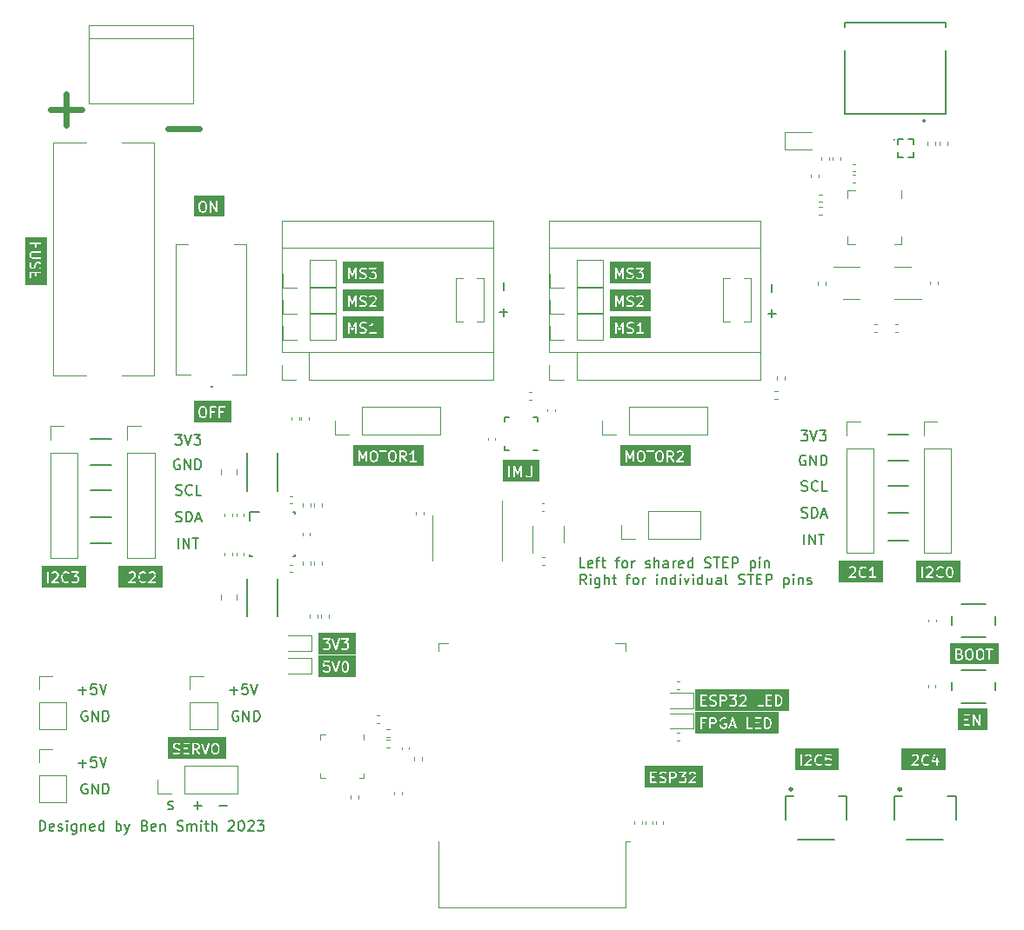
<source format=gbr>
%TF.GenerationSoftware,KiCad,Pcbnew,7.0.1*%
%TF.CreationDate,2023-06-08T02:49:51+01:00*%
%TF.ProjectId,DE10-lite_shield,44453130-2d6c-4697-9465-5f736869656c,rev?*%
%TF.SameCoordinates,Original*%
%TF.FileFunction,Legend,Top*%
%TF.FilePolarity,Positive*%
%FSLAX46Y46*%
G04 Gerber Fmt 4.6, Leading zero omitted, Abs format (unit mm)*
G04 Created by KiCad (PCBNEW 7.0.1) date 2023-06-08 02:49:51*
%MOMM*%
%LPD*%
G01*
G04 APERTURE LIST*
%ADD10C,0.150000*%
%ADD11C,0.600000*%
%ADD12C,0.130000*%
%ADD13C,0.120000*%
%ADD14C,0.200000*%
%ADD15C,0.127000*%
%ADD16C,0.300000*%
%ADD17C,0.100000*%
G04 APERTURE END LIST*
D10*
X109100000Y-93000000D02*
X107100000Y-93000000D01*
X109100000Y-95500000D02*
X107100000Y-95500000D01*
X186700000Y-92600000D02*
X184700000Y-92600000D01*
X109100000Y-100700000D02*
X107100000Y-100700000D01*
X186700000Y-90100000D02*
X184700000Y-90100000D01*
X109100000Y-90500000D02*
X107100000Y-90500000D01*
X186700000Y-95100000D02*
X184700000Y-95100000D01*
X186700000Y-100400000D02*
X184700000Y-100400000D01*
X109100000Y-98100000D02*
X107100000Y-98100000D01*
X186700000Y-97700000D02*
X184700000Y-97700000D01*
X147296666Y-78561904D02*
X147296666Y-77800000D01*
X147677619Y-78180952D02*
X146915714Y-78180952D01*
G36*
X118169859Y-87486878D02*
G01*
X118241800Y-87558819D01*
X118282142Y-87720186D01*
X118282142Y-88035051D01*
X118241800Y-88196418D01*
X118169856Y-88268361D01*
X118101342Y-88302619D01*
X117946277Y-88302619D01*
X117877758Y-88268360D01*
X117805817Y-88196418D01*
X117765476Y-88035051D01*
X117765476Y-87720187D01*
X117805817Y-87558819D01*
X117877759Y-87486877D01*
X117946275Y-87452619D01*
X118101341Y-87452619D01*
X118169859Y-87486878D01*
G37*
G36*
X120804762Y-88867857D02*
G01*
X117132143Y-88867857D01*
X117132143Y-88041111D01*
X117612374Y-88041111D01*
X117615476Y-88053519D01*
X117615476Y-88055067D01*
X117618080Y-88063936D01*
X117665056Y-88251842D01*
X117669490Y-88272222D01*
X117678270Y-88281002D01*
X117684551Y-88291707D01*
X117693519Y-88296251D01*
X117773650Y-88376383D01*
X117780095Y-88387234D01*
X117798596Y-88396484D01*
X117816718Y-88406380D01*
X117818178Y-88406275D01*
X117891422Y-88442897D01*
X117906549Y-88452619D01*
X117921879Y-88452619D01*
X117936962Y-88455333D01*
X117943506Y-88452619D01*
X118115007Y-88452619D01*
X118132891Y-88454550D01*
X118146604Y-88447693D01*
X118161307Y-88443376D01*
X118165945Y-88438022D01*
X118239414Y-88401287D01*
X118251746Y-88398605D01*
X118266371Y-88383979D01*
X118281491Y-88369916D01*
X118281853Y-88368496D01*
X118361736Y-88288613D01*
X118376943Y-88274316D01*
X118379954Y-88262268D01*
X118385903Y-88251375D01*
X118385185Y-88241345D01*
X118426909Y-88074448D01*
X118432142Y-88066307D01*
X118432142Y-88053519D01*
X118432518Y-88052015D01*
X118432142Y-88042769D01*
X118432142Y-87864933D01*
X118708344Y-87864933D01*
X118710714Y-87870123D01*
X118710714Y-88388401D01*
X118719957Y-88419879D01*
X118753243Y-88448721D01*
X118796838Y-88454989D01*
X118836902Y-88436693D01*
X118860714Y-88399641D01*
X118860714Y-87928809D01*
X119129829Y-87928809D01*
X119161307Y-87919566D01*
X119190149Y-87886280D01*
X119193218Y-87864933D01*
X119565487Y-87864933D01*
X119567857Y-87870123D01*
X119567857Y-88388401D01*
X119577100Y-88419879D01*
X119610386Y-88448721D01*
X119653981Y-88454989D01*
X119694045Y-88436693D01*
X119717857Y-88399641D01*
X119717857Y-87928809D01*
X119986972Y-87928809D01*
X120018450Y-87919566D01*
X120047292Y-87886280D01*
X120053560Y-87842685D01*
X120035264Y-87802621D01*
X119998212Y-87778809D01*
X119717857Y-87778809D01*
X119717857Y-87452619D01*
X120129829Y-87452619D01*
X120161307Y-87443376D01*
X120190149Y-87410090D01*
X120196417Y-87366495D01*
X120178121Y-87326431D01*
X120141069Y-87302619D01*
X119648217Y-87302619D01*
X119631733Y-87300249D01*
X119616580Y-87307168D01*
X119600597Y-87311862D01*
X119596860Y-87316174D01*
X119591669Y-87318545D01*
X119582661Y-87332561D01*
X119571755Y-87345148D01*
X119570943Y-87350794D01*
X119567857Y-87355597D01*
X119567857Y-87372259D01*
X119565487Y-87388743D01*
X119567857Y-87393933D01*
X119567857Y-87848449D01*
X119565487Y-87864933D01*
X119193218Y-87864933D01*
X119196417Y-87842685D01*
X119178121Y-87802621D01*
X119141069Y-87778809D01*
X118860714Y-87778809D01*
X118860714Y-87452619D01*
X119272686Y-87452619D01*
X119304164Y-87443376D01*
X119333006Y-87410090D01*
X119339274Y-87366495D01*
X119320978Y-87326431D01*
X119283926Y-87302619D01*
X118791074Y-87302619D01*
X118774590Y-87300249D01*
X118759437Y-87307168D01*
X118743454Y-87311862D01*
X118739717Y-87316174D01*
X118734526Y-87318545D01*
X118725518Y-87332561D01*
X118714612Y-87345148D01*
X118713800Y-87350794D01*
X118710714Y-87355597D01*
X118710714Y-87372259D01*
X118708344Y-87388743D01*
X118710714Y-87393933D01*
X118710714Y-87848449D01*
X118708344Y-87864933D01*
X118432142Y-87864933D01*
X118432142Y-87723295D01*
X118435244Y-87714126D01*
X118432142Y-87701718D01*
X118432142Y-87700170D01*
X118429537Y-87691300D01*
X118382561Y-87503397D01*
X118378128Y-87483015D01*
X118369348Y-87474235D01*
X118363067Y-87463529D01*
X118354096Y-87458983D01*
X118273966Y-87378853D01*
X118267523Y-87368004D01*
X118249022Y-87358753D01*
X118230900Y-87348858D01*
X118229439Y-87348962D01*
X118156198Y-87312342D01*
X118141069Y-87302619D01*
X118125739Y-87302619D01*
X118110656Y-87299905D01*
X118104112Y-87302619D01*
X117932602Y-87302619D01*
X117914727Y-87300689D01*
X117901017Y-87307543D01*
X117886311Y-87311862D01*
X117881671Y-87317216D01*
X117808202Y-87353950D01*
X117795872Y-87356633D01*
X117781252Y-87371252D01*
X117766127Y-87385322D01*
X117765764Y-87386740D01*
X117685873Y-87466631D01*
X117670675Y-87480922D01*
X117667663Y-87492966D01*
X117661715Y-87503861D01*
X117662432Y-87513891D01*
X117620708Y-87680788D01*
X117615476Y-87688930D01*
X117615476Y-87701718D01*
X117615100Y-87703222D01*
X117615476Y-87712468D01*
X117615476Y-88031942D01*
X117612374Y-88041111D01*
X117132143Y-88041111D01*
X117132143Y-86757143D01*
X120804762Y-86757143D01*
X120804762Y-88867857D01*
G37*
X121461904Y-117025238D02*
X121366666Y-116977619D01*
X121366666Y-116977619D02*
X121223809Y-116977619D01*
X121223809Y-116977619D02*
X121080952Y-117025238D01*
X121080952Y-117025238D02*
X120985714Y-117120476D01*
X120985714Y-117120476D02*
X120938095Y-117215714D01*
X120938095Y-117215714D02*
X120890476Y-117406190D01*
X120890476Y-117406190D02*
X120890476Y-117549047D01*
X120890476Y-117549047D02*
X120938095Y-117739523D01*
X120938095Y-117739523D02*
X120985714Y-117834761D01*
X120985714Y-117834761D02*
X121080952Y-117930000D01*
X121080952Y-117930000D02*
X121223809Y-117977619D01*
X121223809Y-117977619D02*
X121319047Y-117977619D01*
X121319047Y-117977619D02*
X121461904Y-117930000D01*
X121461904Y-117930000D02*
X121509523Y-117882380D01*
X121509523Y-117882380D02*
X121509523Y-117549047D01*
X121509523Y-117549047D02*
X121319047Y-117549047D01*
X121938095Y-117977619D02*
X121938095Y-116977619D01*
X121938095Y-116977619D02*
X122509523Y-117977619D01*
X122509523Y-117977619D02*
X122509523Y-116977619D01*
X122985714Y-117977619D02*
X122985714Y-116977619D01*
X122985714Y-116977619D02*
X123223809Y-116977619D01*
X123223809Y-116977619D02*
X123366666Y-117025238D01*
X123366666Y-117025238D02*
X123461904Y-117120476D01*
X123461904Y-117120476D02*
X123509523Y-117215714D01*
X123509523Y-117215714D02*
X123557142Y-117406190D01*
X123557142Y-117406190D02*
X123557142Y-117549047D01*
X123557142Y-117549047D02*
X123509523Y-117739523D01*
X123509523Y-117739523D02*
X123461904Y-117834761D01*
X123461904Y-117834761D02*
X123366666Y-117930000D01*
X123366666Y-117930000D02*
X123223809Y-117977619D01*
X123223809Y-117977619D02*
X122985714Y-117977619D01*
G36*
X135590476Y-75367857D02*
G01*
X131632143Y-75367857D01*
X131632143Y-73889379D01*
X132160818Y-73889379D01*
X132163095Y-73894258D01*
X132163095Y-74888401D01*
X132172338Y-74919879D01*
X132205624Y-74948721D01*
X132249219Y-74954989D01*
X132289283Y-74936693D01*
X132313095Y-74899641D01*
X132313095Y-74215686D01*
X132503208Y-74623071D01*
X132511935Y-74642604D01*
X132521865Y-74649102D01*
X132529711Y-74658007D01*
X132539913Y-74660911D01*
X132548790Y-74666720D01*
X132560658Y-74666817D01*
X132572071Y-74670067D01*
X132582221Y-74666995D01*
X132592832Y-74667083D01*
X132602871Y-74660747D01*
X132614227Y-74657311D01*
X132621106Y-74649238D01*
X132630079Y-74643576D01*
X132635098Y-74632820D01*
X132642795Y-74623789D01*
X132644218Y-74613277D01*
X132829761Y-74215686D01*
X132829761Y-74888401D01*
X132839004Y-74919879D01*
X132872290Y-74948721D01*
X132915885Y-74954989D01*
X132955949Y-74936693D01*
X132979761Y-74899641D01*
X132979761Y-74076486D01*
X133255619Y-74076486D01*
X133258333Y-74083030D01*
X133258333Y-74159293D01*
X133256402Y-74177177D01*
X133263258Y-74190890D01*
X133267576Y-74205593D01*
X133272929Y-74210231D01*
X133309664Y-74283700D01*
X133312347Y-74296032D01*
X133326974Y-74310659D01*
X133341036Y-74325777D01*
X133342454Y-74326139D01*
X133368889Y-74352574D01*
X133375333Y-74363424D01*
X133393842Y-74372678D01*
X133411956Y-74382569D01*
X133413414Y-74382464D01*
X133478319Y-74414917D01*
X133484254Y-74421229D01*
X133497631Y-74424573D01*
X133499911Y-74425713D01*
X133508043Y-74427176D01*
X133688107Y-74472192D01*
X133765097Y-74510687D01*
X133795502Y-74541092D01*
X133829761Y-74609608D01*
X133829761Y-74669436D01*
X133795502Y-74737953D01*
X133765094Y-74768361D01*
X133696580Y-74802619D01*
X133488360Y-74802619D01*
X133346821Y-74755439D01*
X133314036Y-74754254D01*
X133276148Y-74776711D01*
X133256416Y-74816087D01*
X133261103Y-74859880D01*
X133288724Y-74894187D01*
X133443553Y-74945797D01*
X133454168Y-74952619D01*
X133474847Y-74952619D01*
X133495487Y-74953365D01*
X133496746Y-74952619D01*
X133710245Y-74952619D01*
X133728129Y-74954550D01*
X133741842Y-74947693D01*
X133756545Y-74943376D01*
X133761183Y-74938022D01*
X133834651Y-74901287D01*
X133846985Y-74898605D01*
X133861616Y-74883972D01*
X133876729Y-74869916D01*
X133877091Y-74868496D01*
X133903525Y-74842062D01*
X133914376Y-74835618D01*
X133923632Y-74817104D01*
X133933522Y-74798994D01*
X133933417Y-74797534D01*
X133943783Y-74776803D01*
X134160128Y-74776803D01*
X134169490Y-74819840D01*
X134226031Y-74876383D01*
X134232476Y-74887234D01*
X134250987Y-74896489D01*
X134269098Y-74906379D01*
X134270557Y-74906274D01*
X134343803Y-74942897D01*
X134358930Y-74952619D01*
X134374260Y-74952619D01*
X134389343Y-74955333D01*
X134395887Y-74952619D01*
X134662626Y-74952619D01*
X134680510Y-74954550D01*
X134694223Y-74947693D01*
X134708926Y-74943376D01*
X134713564Y-74938022D01*
X134787032Y-74901287D01*
X134799366Y-74898605D01*
X134813997Y-74883972D01*
X134829110Y-74869916D01*
X134829472Y-74868496D01*
X134855906Y-74842062D01*
X134866757Y-74835618D01*
X134876013Y-74817104D01*
X134885903Y-74798994D01*
X134885798Y-74797534D01*
X134922420Y-74724290D01*
X134932142Y-74709164D01*
X134932142Y-74693834D01*
X134934856Y-74678751D01*
X134932142Y-74672207D01*
X134932142Y-74453078D01*
X134934072Y-74435203D01*
X134927217Y-74421493D01*
X134922899Y-74406787D01*
X134917544Y-74402147D01*
X134880810Y-74328678D01*
X134878128Y-74316348D01*
X134863508Y-74301728D01*
X134849439Y-74286603D01*
X134848020Y-74286240D01*
X134821585Y-74259805D01*
X134815142Y-74248956D01*
X134796641Y-74239705D01*
X134778519Y-74229810D01*
X134777058Y-74229914D01*
X134703817Y-74193294D01*
X134688946Y-74183736D01*
X134899213Y-73943431D01*
X134899402Y-73943376D01*
X134913706Y-73926867D01*
X134920685Y-73918892D01*
X134920762Y-73918724D01*
X134928244Y-73910090D01*
X134929817Y-73899149D01*
X134934458Y-73889116D01*
X134932886Y-73877800D01*
X134934512Y-73866495D01*
X134929920Y-73856440D01*
X134928400Y-73845492D01*
X134920962Y-73836823D01*
X134916216Y-73826431D01*
X134906915Y-73820453D01*
X134899719Y-73812067D01*
X134888775Y-73808796D01*
X134879164Y-73802619D01*
X134868109Y-73802619D01*
X134857520Y-73799454D01*
X134846545Y-73802619D01*
X134227313Y-73802619D01*
X134195835Y-73811862D01*
X134166993Y-73845148D01*
X134160725Y-73888743D01*
X134179021Y-73928807D01*
X134216073Y-73952619D01*
X134691859Y-73952619D01*
X134481736Y-74192758D01*
X134481549Y-74192814D01*
X134467331Y-74209221D01*
X134460266Y-74217297D01*
X134460187Y-74217467D01*
X134452707Y-74226100D01*
X134451134Y-74237040D01*
X134446493Y-74247074D01*
X134448064Y-74258389D01*
X134446439Y-74269695D01*
X134451030Y-74279749D01*
X134452551Y-74290698D01*
X134459988Y-74299366D01*
X134464735Y-74309759D01*
X134474035Y-74315736D01*
X134481232Y-74324123D01*
X134492175Y-74327393D01*
X134501787Y-74333571D01*
X134512842Y-74333571D01*
X134523431Y-74336736D01*
X134534406Y-74333571D01*
X134648960Y-74333571D01*
X134717478Y-74367830D01*
X134747883Y-74398235D01*
X134782142Y-74466751D01*
X134782142Y-74669436D01*
X134747883Y-74737953D01*
X134717475Y-74768361D01*
X134648961Y-74802619D01*
X134398658Y-74802619D01*
X134330140Y-74768360D01*
X134283505Y-74721723D01*
X134254711Y-74706001D01*
X134210780Y-74709143D01*
X134175521Y-74735536D01*
X134160128Y-74776803D01*
X133943783Y-74776803D01*
X133970039Y-74724290D01*
X133979761Y-74709164D01*
X133979761Y-74693834D01*
X133982475Y-74678751D01*
X133979761Y-74672207D01*
X133979761Y-74595935D01*
X133981691Y-74578060D01*
X133974836Y-74564350D01*
X133970518Y-74549644D01*
X133965163Y-74545004D01*
X133928429Y-74471535D01*
X133925747Y-74459205D01*
X133911127Y-74444585D01*
X133897058Y-74429460D01*
X133895639Y-74429097D01*
X133869204Y-74402662D01*
X133862761Y-74391813D01*
X133844260Y-74382562D01*
X133826138Y-74372667D01*
X133824677Y-74372771D01*
X133759773Y-74340319D01*
X133753839Y-74334008D01*
X133740461Y-74330663D01*
X133738182Y-74329524D01*
X133730049Y-74328060D01*
X133549986Y-74283044D01*
X133472997Y-74244550D01*
X133442590Y-74214143D01*
X133408333Y-74145628D01*
X133408333Y-74085801D01*
X133442592Y-74017283D01*
X133472997Y-73986877D01*
X133541513Y-73952619D01*
X133749734Y-73952619D01*
X133891272Y-73999799D01*
X133924058Y-74000984D01*
X133961946Y-73978527D01*
X133981678Y-73939151D01*
X133976990Y-73895357D01*
X133949370Y-73861051D01*
X133794541Y-73809441D01*
X133783926Y-73802619D01*
X133763246Y-73802619D01*
X133742607Y-73801873D01*
X133741348Y-73802619D01*
X133527840Y-73802619D01*
X133509965Y-73800689D01*
X133496255Y-73807543D01*
X133481549Y-73811862D01*
X133476909Y-73817216D01*
X133403440Y-73853950D01*
X133391110Y-73856633D01*
X133376490Y-73871252D01*
X133361365Y-73885322D01*
X133361002Y-73886740D01*
X133334567Y-73913175D01*
X133323718Y-73919619D01*
X133314467Y-73938119D01*
X133304572Y-73956242D01*
X133304676Y-73957702D01*
X133268056Y-74030943D01*
X133258333Y-74046073D01*
X133258333Y-74061403D01*
X133255619Y-74076486D01*
X132979761Y-74076486D01*
X132979761Y-73883289D01*
X132982220Y-73867131D01*
X132975298Y-73851638D01*
X132970518Y-73835359D01*
X132966449Y-73831834D01*
X132964254Y-73826919D01*
X132950054Y-73817627D01*
X132937232Y-73806517D01*
X132931904Y-73805750D01*
X132927399Y-73802803D01*
X132910427Y-73802663D01*
X132893637Y-73800249D01*
X132888742Y-73802484D01*
X132883357Y-73802440D01*
X132869002Y-73811498D01*
X132853573Y-73818545D01*
X132850663Y-73823072D01*
X132846110Y-73825946D01*
X132838933Y-73841324D01*
X132829761Y-73855597D01*
X132829761Y-73860980D01*
X132571428Y-74414550D01*
X132308457Y-73851042D01*
X132303852Y-73835359D01*
X132291029Y-73824248D01*
X132279812Y-73811516D01*
X132274633Y-73810041D01*
X132270566Y-73806517D01*
X132253772Y-73804102D01*
X132237452Y-73799456D01*
X132232299Y-73801015D01*
X132226971Y-73800249D01*
X132211534Y-73807298D01*
X132195296Y-73812212D01*
X132191805Y-73816308D01*
X132186907Y-73818545D01*
X132177731Y-73832822D01*
X132166728Y-73845734D01*
X132166005Y-73851067D01*
X132163095Y-73855597D01*
X132163095Y-73872563D01*
X132160818Y-73889379D01*
X131632143Y-73889379D01*
X131632143Y-73257143D01*
X135590476Y-73257143D01*
X135590476Y-75367857D01*
G37*
G36*
X132904762Y-111467857D02*
G01*
X129232143Y-111467857D01*
X129232143Y-110876803D01*
X129664890Y-110876803D01*
X129674252Y-110919840D01*
X129730793Y-110976383D01*
X129737238Y-110987234D01*
X129755749Y-110996489D01*
X129773860Y-111006379D01*
X129775319Y-111006274D01*
X129848565Y-111042897D01*
X129863692Y-111052619D01*
X129879022Y-111052619D01*
X129894105Y-111055333D01*
X129900649Y-111052619D01*
X130167388Y-111052619D01*
X130185272Y-111054550D01*
X130198985Y-111047693D01*
X130213688Y-111043376D01*
X130218326Y-111038022D01*
X130291794Y-111001287D01*
X130304128Y-110998605D01*
X130318759Y-110983972D01*
X130333872Y-110969916D01*
X130334234Y-110968496D01*
X130360668Y-110942062D01*
X130371519Y-110935618D01*
X130380775Y-110917104D01*
X130390665Y-110898994D01*
X130390560Y-110897534D01*
X130427182Y-110824290D01*
X130436904Y-110809164D01*
X130436904Y-110793834D01*
X130439618Y-110778751D01*
X130436904Y-110772207D01*
X130436904Y-110553078D01*
X130438834Y-110535203D01*
X130431979Y-110521493D01*
X130427661Y-110506787D01*
X130422306Y-110502147D01*
X130385572Y-110428678D01*
X130382890Y-110416348D01*
X130368270Y-110401728D01*
X130354201Y-110386603D01*
X130352782Y-110386240D01*
X130326347Y-110359805D01*
X130319904Y-110348956D01*
X130301403Y-110339705D01*
X130283281Y-110329810D01*
X130281820Y-110329914D01*
X130208579Y-110293294D01*
X130193708Y-110283736D01*
X130403975Y-110043431D01*
X130404164Y-110043376D01*
X130418468Y-110026867D01*
X130425447Y-110018892D01*
X130425524Y-110018724D01*
X130433006Y-110010090D01*
X130434579Y-109999149D01*
X130439220Y-109989116D01*
X130438015Y-109980444D01*
X130569504Y-109980444D01*
X130905511Y-110988468D01*
X130905206Y-110996916D01*
X130912338Y-111008949D01*
X130913210Y-111011564D01*
X130917818Y-111018195D01*
X130927663Y-111034804D01*
X130930269Y-111036110D01*
X130931933Y-111038504D01*
X130949775Y-111045884D01*
X130967039Y-111054536D01*
X130969938Y-111054225D01*
X130972632Y-111055340D01*
X130991619Y-111051905D01*
X131010832Y-111049849D01*
X131013105Y-111048018D01*
X131015972Y-111047500D01*
X131030090Y-111034343D01*
X131045139Y-111022228D01*
X131046061Y-111019461D01*
X131048194Y-111017474D01*
X131052960Y-110998763D01*
X131093613Y-110876803D01*
X131474414Y-110876803D01*
X131483776Y-110919840D01*
X131540317Y-110976383D01*
X131546762Y-110987234D01*
X131565273Y-110996489D01*
X131583384Y-111006379D01*
X131584843Y-111006274D01*
X131658089Y-111042897D01*
X131673216Y-111052619D01*
X131688546Y-111052619D01*
X131703629Y-111055333D01*
X131710173Y-111052619D01*
X131976912Y-111052619D01*
X131994796Y-111054550D01*
X132008509Y-111047693D01*
X132023212Y-111043376D01*
X132027850Y-111038022D01*
X132101318Y-111001287D01*
X132113652Y-110998605D01*
X132128283Y-110983972D01*
X132143396Y-110969916D01*
X132143758Y-110968496D01*
X132170192Y-110942062D01*
X132181043Y-110935618D01*
X132190299Y-110917104D01*
X132200189Y-110898994D01*
X132200084Y-110897534D01*
X132236706Y-110824290D01*
X132246428Y-110809164D01*
X132246428Y-110793834D01*
X132249142Y-110778751D01*
X132246428Y-110772207D01*
X132246428Y-110553078D01*
X132248358Y-110535203D01*
X132241503Y-110521493D01*
X132237185Y-110506787D01*
X132231830Y-110502147D01*
X132195096Y-110428678D01*
X132192414Y-110416348D01*
X132177794Y-110401728D01*
X132163725Y-110386603D01*
X132162306Y-110386240D01*
X132135871Y-110359805D01*
X132129428Y-110348956D01*
X132110927Y-110339705D01*
X132092805Y-110329810D01*
X132091344Y-110329914D01*
X132018103Y-110293294D01*
X132003232Y-110283736D01*
X132213499Y-110043431D01*
X132213688Y-110043376D01*
X132227992Y-110026867D01*
X132234971Y-110018892D01*
X132235048Y-110018724D01*
X132242530Y-110010090D01*
X132244103Y-109999149D01*
X132248744Y-109989116D01*
X132247172Y-109977800D01*
X132248798Y-109966495D01*
X132244206Y-109956440D01*
X132242686Y-109945492D01*
X132235248Y-109936823D01*
X132230502Y-109926431D01*
X132221201Y-109920453D01*
X132214005Y-109912067D01*
X132203061Y-109908796D01*
X132193450Y-109902619D01*
X132182395Y-109902619D01*
X132171806Y-109899454D01*
X132160831Y-109902619D01*
X131541599Y-109902619D01*
X131510121Y-109911862D01*
X131481279Y-109945148D01*
X131475011Y-109988743D01*
X131493307Y-110028807D01*
X131530359Y-110052619D01*
X132006145Y-110052619D01*
X131796022Y-110292758D01*
X131795835Y-110292814D01*
X131781617Y-110309221D01*
X131774552Y-110317297D01*
X131774473Y-110317467D01*
X131766993Y-110326100D01*
X131765420Y-110337040D01*
X131760779Y-110347074D01*
X131762350Y-110358389D01*
X131760725Y-110369695D01*
X131765316Y-110379749D01*
X131766837Y-110390698D01*
X131774274Y-110399366D01*
X131779021Y-110409759D01*
X131788321Y-110415736D01*
X131795518Y-110424123D01*
X131806461Y-110427393D01*
X131816073Y-110433571D01*
X131827128Y-110433571D01*
X131837717Y-110436736D01*
X131848692Y-110433571D01*
X131963246Y-110433571D01*
X132031764Y-110467830D01*
X132062169Y-110498235D01*
X132096428Y-110566751D01*
X132096428Y-110769436D01*
X132062169Y-110837953D01*
X132031761Y-110868361D01*
X131963247Y-110902619D01*
X131712944Y-110902619D01*
X131644426Y-110868360D01*
X131597791Y-110821723D01*
X131568997Y-110806001D01*
X131525066Y-110809143D01*
X131489807Y-110835536D01*
X131474414Y-110876803D01*
X131093613Y-110876803D01*
X131388846Y-109991108D01*
X131390031Y-109958322D01*
X131367574Y-109920434D01*
X131328198Y-109900702D01*
X131284404Y-109905390D01*
X131250098Y-109933010D01*
X130980952Y-110740447D01*
X130715361Y-109943673D01*
X130696638Y-109916733D01*
X130655939Y-109899897D01*
X130612599Y-109907737D01*
X130580377Y-109937764D01*
X130569504Y-109980444D01*
X130438015Y-109980444D01*
X130437648Y-109977800D01*
X130439274Y-109966495D01*
X130434682Y-109956440D01*
X130433162Y-109945492D01*
X130425724Y-109936823D01*
X130420978Y-109926431D01*
X130411677Y-109920453D01*
X130404481Y-109912067D01*
X130393537Y-109908796D01*
X130383926Y-109902619D01*
X130372871Y-109902619D01*
X130362282Y-109899454D01*
X130351307Y-109902619D01*
X129732075Y-109902619D01*
X129700597Y-109911862D01*
X129671755Y-109945148D01*
X129665487Y-109988743D01*
X129683783Y-110028807D01*
X129720835Y-110052619D01*
X130196621Y-110052619D01*
X129986498Y-110292758D01*
X129986311Y-110292814D01*
X129972093Y-110309221D01*
X129965028Y-110317297D01*
X129964949Y-110317467D01*
X129957469Y-110326100D01*
X129955896Y-110337040D01*
X129951255Y-110347074D01*
X129952826Y-110358389D01*
X129951201Y-110369695D01*
X129955792Y-110379749D01*
X129957313Y-110390698D01*
X129964750Y-110399366D01*
X129969497Y-110409759D01*
X129978797Y-110415736D01*
X129985994Y-110424123D01*
X129996937Y-110427393D01*
X130006549Y-110433571D01*
X130017604Y-110433571D01*
X130028193Y-110436736D01*
X130039168Y-110433571D01*
X130153722Y-110433571D01*
X130222240Y-110467830D01*
X130252645Y-110498235D01*
X130286904Y-110566751D01*
X130286904Y-110769436D01*
X130252645Y-110837953D01*
X130222237Y-110868361D01*
X130153723Y-110902619D01*
X129903420Y-110902619D01*
X129834902Y-110868360D01*
X129788267Y-110821723D01*
X129759473Y-110806001D01*
X129715542Y-110809143D01*
X129680283Y-110835536D01*
X129664890Y-110876803D01*
X129232143Y-110876803D01*
X129232143Y-109357143D01*
X132904762Y-109357143D01*
X132904762Y-111467857D01*
G37*
X119638095Y-126196666D02*
X120400000Y-126196666D01*
X115638095Y-101177619D02*
X115638095Y-100177619D01*
X116114285Y-101177619D02*
X116114285Y-100177619D01*
X116114285Y-100177619D02*
X116685713Y-101177619D01*
X116685713Y-101177619D02*
X116685713Y-100177619D01*
X117019047Y-100177619D02*
X117590475Y-100177619D01*
X117304761Y-101177619D02*
X117304761Y-100177619D01*
X105938095Y-122096666D02*
X106700000Y-122096666D01*
X106319047Y-122477619D02*
X106319047Y-121715714D01*
X107652380Y-121477619D02*
X107176190Y-121477619D01*
X107176190Y-121477619D02*
X107128571Y-121953809D01*
X107128571Y-121953809D02*
X107176190Y-121906190D01*
X107176190Y-121906190D02*
X107271428Y-121858571D01*
X107271428Y-121858571D02*
X107509523Y-121858571D01*
X107509523Y-121858571D02*
X107604761Y-121906190D01*
X107604761Y-121906190D02*
X107652380Y-121953809D01*
X107652380Y-121953809D02*
X107699999Y-122049047D01*
X107699999Y-122049047D02*
X107699999Y-122287142D01*
X107699999Y-122287142D02*
X107652380Y-122382380D01*
X107652380Y-122382380D02*
X107604761Y-122430000D01*
X107604761Y-122430000D02*
X107509523Y-122477619D01*
X107509523Y-122477619D02*
X107271428Y-122477619D01*
X107271428Y-122477619D02*
X107176190Y-122430000D01*
X107176190Y-122430000D02*
X107128571Y-122382380D01*
X107985714Y-121477619D02*
X108319047Y-122477619D01*
X108319047Y-122477619D02*
X108652380Y-121477619D01*
G36*
X184223809Y-104467857D02*
G01*
X179932143Y-104467857D01*
X179932143Y-103988401D01*
X180463095Y-103988401D01*
X180472338Y-104019879D01*
X180505624Y-104048721D01*
X180549219Y-104054989D01*
X180589283Y-104036693D01*
X180613095Y-103999641D01*
X180613095Y-103988743D01*
X180841677Y-103988743D01*
X180845204Y-103996466D01*
X180845810Y-104004935D01*
X180854173Y-104016107D01*
X180859973Y-104028807D01*
X180867116Y-104033397D01*
X180872204Y-104040194D01*
X180885280Y-104045071D01*
X180897025Y-104052619D01*
X180905516Y-104052619D01*
X180913471Y-104055586D01*
X180927110Y-104052619D01*
X181548876Y-104052619D01*
X181580354Y-104043376D01*
X181609196Y-104010090D01*
X181615464Y-103966495D01*
X181597168Y-103926431D01*
X181560116Y-103902619D01*
X181100113Y-103902619D01*
X181456857Y-103545873D01*
X181840945Y-103545873D01*
X181844047Y-103558281D01*
X181844047Y-103559829D01*
X181846651Y-103568698D01*
X181890665Y-103744753D01*
X181889735Y-103753367D01*
X181895901Y-103765700D01*
X181896520Y-103768173D01*
X181900702Y-103775300D01*
X181942997Y-103859890D01*
X181945680Y-103872222D01*
X181960309Y-103886851D01*
X181974369Y-103901967D01*
X181975787Y-103902329D01*
X182053635Y-103980178D01*
X182064914Y-103994187D01*
X182079455Y-103999034D01*
X182092908Y-104006380D01*
X182099976Y-104005874D01*
X182219743Y-104045797D01*
X182230358Y-104052619D01*
X182251037Y-104052619D01*
X182271677Y-104053365D01*
X182272936Y-104052619D01*
X182338216Y-104052619D01*
X182350443Y-104055734D01*
X182370055Y-104049196D01*
X182389878Y-104043376D01*
X182390836Y-104042269D01*
X182510360Y-104002428D01*
X182527937Y-103998605D01*
X182538778Y-103987762D01*
X182551360Y-103979019D01*
X182554067Y-103972473D01*
X182598751Y-103927788D01*
X182614474Y-103898994D01*
X182611331Y-103855063D01*
X182584936Y-103819805D01*
X182543669Y-103804413D01*
X182500632Y-103813776D01*
X182449961Y-103864447D01*
X182335446Y-103902619D01*
X182264550Y-103902619D01*
X182150035Y-103864447D01*
X182075923Y-103790333D01*
X182037430Y-103713347D01*
X181994047Y-103539813D01*
X181994047Y-103415425D01*
X182031381Y-103266088D01*
X182840930Y-103266088D01*
X182854820Y-103307884D01*
X182889102Y-103335536D01*
X182932891Y-103340264D01*
X183039414Y-103287001D01*
X183051746Y-103284319D01*
X183066373Y-103269691D01*
X183081491Y-103255630D01*
X183081853Y-103254211D01*
X183129761Y-103206304D01*
X183129761Y-103902619D01*
X182908265Y-103902619D01*
X182876787Y-103911862D01*
X182847945Y-103945148D01*
X182841677Y-103988743D01*
X182859973Y-104028807D01*
X182897025Y-104052619D01*
X183199401Y-104052619D01*
X183215885Y-104054989D01*
X183221075Y-104052619D01*
X183501257Y-104052619D01*
X183532735Y-104043376D01*
X183561577Y-104010090D01*
X183567845Y-103966495D01*
X183549549Y-103926431D01*
X183512497Y-103902619D01*
X183279761Y-103902619D01*
X183279761Y-102989045D01*
X183282916Y-102978932D01*
X183279761Y-102967479D01*
X183279761Y-102966837D01*
X183276902Y-102957102D01*
X183271219Y-102936470D01*
X183270710Y-102936014D01*
X183270518Y-102935359D01*
X183254358Y-102921357D01*
X183238423Y-102907073D01*
X183237748Y-102906964D01*
X183237232Y-102906517D01*
X183216084Y-102903476D01*
X183194939Y-102900072D01*
X183194311Y-102900345D01*
X183193637Y-102900249D01*
X183174203Y-102909123D01*
X183154573Y-102917693D01*
X183154194Y-102918261D01*
X183153573Y-102918545D01*
X183142007Y-102936541D01*
X183051238Y-103072694D01*
X182969857Y-103154075D01*
X182875862Y-103201073D01*
X182851841Y-103223417D01*
X182840930Y-103266088D01*
X182031381Y-103266088D01*
X182037430Y-103241891D01*
X182075925Y-103164902D01*
X182150036Y-103090790D01*
X182264551Y-103052619D01*
X182335448Y-103052619D01*
X182449961Y-103090790D01*
X182492685Y-103133514D01*
X182521479Y-103149236D01*
X182565410Y-103146094D01*
X182600668Y-103119700D01*
X182616061Y-103078433D01*
X182606699Y-103035396D01*
X182546361Y-102975058D01*
X182535084Y-102961051D01*
X182520542Y-102956203D01*
X182507090Y-102948858D01*
X182500022Y-102949363D01*
X182380255Y-102909441D01*
X182369640Y-102902619D01*
X182348960Y-102902619D01*
X182328321Y-102901873D01*
X182327062Y-102902619D01*
X182261782Y-102902619D01*
X182249554Y-102899504D01*
X182229934Y-102906043D01*
X182210120Y-102911862D01*
X182209161Y-102912968D01*
X182089632Y-102952810D01*
X182072062Y-102956633D01*
X182061223Y-102967471D01*
X182048637Y-102976219D01*
X182045928Y-102982766D01*
X181967900Y-103060794D01*
X181957051Y-103067238D01*
X181947800Y-103085738D01*
X181937905Y-103103861D01*
X181938009Y-103105321D01*
X181905557Y-103170225D01*
X181899246Y-103176160D01*
X181895901Y-103189537D01*
X181894762Y-103191817D01*
X181893298Y-103199949D01*
X181849279Y-103376026D01*
X181844047Y-103384168D01*
X181844047Y-103396956D01*
X181843671Y-103398460D01*
X181844047Y-103407706D01*
X181844047Y-103536704D01*
X181840945Y-103545873D01*
X181456857Y-103545873D01*
X181540653Y-103462077D01*
X181554662Y-103450799D01*
X181559509Y-103436257D01*
X181566855Y-103422805D01*
X181566349Y-103415737D01*
X181606272Y-103295969D01*
X181613094Y-103285355D01*
X181613094Y-103264676D01*
X181613840Y-103244036D01*
X181613094Y-103242777D01*
X181613094Y-103172126D01*
X181615024Y-103154251D01*
X181608169Y-103140541D01*
X181603851Y-103125835D01*
X181598496Y-103121195D01*
X181561762Y-103047726D01*
X181559080Y-103035396D01*
X181544460Y-103020776D01*
X181530391Y-103005651D01*
X181528972Y-103005288D01*
X181502537Y-102978853D01*
X181496094Y-102968004D01*
X181477593Y-102958753D01*
X181459471Y-102948858D01*
X181458010Y-102948962D01*
X181384769Y-102912342D01*
X181369640Y-102902619D01*
X181354310Y-102902619D01*
X181339227Y-102899905D01*
X181332683Y-102902619D01*
X181113554Y-102902619D01*
X181095679Y-102900689D01*
X181081969Y-102907543D01*
X181067263Y-102911862D01*
X181062623Y-102917216D01*
X180989154Y-102953950D01*
X180976824Y-102956633D01*
X180962204Y-102971252D01*
X180947079Y-102985322D01*
X180946716Y-102986740D01*
X180906009Y-103027448D01*
X180890286Y-103056242D01*
X180893429Y-103100173D01*
X180919823Y-103135432D01*
X180961090Y-103150824D01*
X181004127Y-103141462D01*
X181058711Y-103086877D01*
X181127227Y-103052619D01*
X181329912Y-103052619D01*
X181398430Y-103086878D01*
X181428835Y-103117283D01*
X181463094Y-103185799D01*
X181463094Y-103251163D01*
X181424922Y-103365676D01*
X180879548Y-103911050D01*
X180876787Y-103911862D01*
X180864124Y-103926475D01*
X180858390Y-103932210D01*
X180857085Y-103934599D01*
X180847945Y-103945148D01*
X180846736Y-103953550D01*
X180842667Y-103961004D01*
X180843663Y-103974928D01*
X180841677Y-103988743D01*
X180613095Y-103988743D01*
X180613095Y-102966837D01*
X180603852Y-102935359D01*
X180570566Y-102906517D01*
X180526971Y-102900249D01*
X180486907Y-102918545D01*
X180463095Y-102955597D01*
X180463095Y-103988401D01*
X179932143Y-103988401D01*
X179932143Y-102357143D01*
X184223809Y-102357143D01*
X184223809Y-104467857D01*
G37*
D11*
X106247619Y-58413333D02*
X103200000Y-58413333D01*
X104723809Y-56889523D02*
X104723809Y-59937142D01*
D10*
G36*
X131984145Y-112286878D02*
G01*
X132014550Y-112317283D01*
X132053044Y-112394269D01*
X132096428Y-112567805D01*
X132096428Y-112787432D01*
X132053044Y-112960964D01*
X132014550Y-113037953D01*
X131984142Y-113068361D01*
X131915628Y-113102619D01*
X131855801Y-113102619D01*
X131787283Y-113068360D01*
X131756875Y-113037951D01*
X131718383Y-112960966D01*
X131675000Y-112787432D01*
X131675000Y-112567806D01*
X131718383Y-112394272D01*
X131756878Y-112317283D01*
X131787283Y-112286877D01*
X131855799Y-112252619D01*
X131915627Y-112252619D01*
X131984145Y-112286878D01*
G37*
G36*
X132904762Y-113667857D02*
G01*
X129232143Y-113667857D01*
X129232143Y-113076803D01*
X129712509Y-113076803D01*
X129721871Y-113119840D01*
X129778412Y-113176383D01*
X129784857Y-113187234D01*
X129803368Y-113196489D01*
X129821479Y-113206379D01*
X129822938Y-113206274D01*
X129896184Y-113242897D01*
X129911311Y-113252619D01*
X129926641Y-113252619D01*
X129941724Y-113255333D01*
X129948268Y-113252619D01*
X130167388Y-113252619D01*
X130185272Y-113254550D01*
X130198985Y-113247693D01*
X130213688Y-113243376D01*
X130218326Y-113238022D01*
X130291794Y-113201287D01*
X130304128Y-113198605D01*
X130318759Y-113183972D01*
X130333872Y-113169916D01*
X130334234Y-113168496D01*
X130360668Y-113142062D01*
X130371519Y-113135618D01*
X130380775Y-113117104D01*
X130390665Y-113098994D01*
X130390560Y-113097534D01*
X130427182Y-113024290D01*
X130436904Y-113009164D01*
X130436904Y-112993834D01*
X130439618Y-112978751D01*
X130436904Y-112972207D01*
X130436904Y-112753078D01*
X130438834Y-112735203D01*
X130431979Y-112721493D01*
X130427661Y-112706787D01*
X130422306Y-112702147D01*
X130385572Y-112628678D01*
X130382890Y-112616348D01*
X130368270Y-112601728D01*
X130354201Y-112586603D01*
X130352782Y-112586240D01*
X130326347Y-112559805D01*
X130319904Y-112548956D01*
X130301403Y-112539705D01*
X130283281Y-112529810D01*
X130281820Y-112529914D01*
X130208579Y-112493294D01*
X130193450Y-112483571D01*
X130178120Y-112483571D01*
X130163037Y-112480857D01*
X130156493Y-112483571D01*
X129937364Y-112483571D01*
X129919489Y-112481641D01*
X129905779Y-112488495D01*
X129891073Y-112492814D01*
X129886433Y-112498168D01*
X129881150Y-112500810D01*
X129905969Y-112252619D01*
X130325067Y-112252619D01*
X130356545Y-112243376D01*
X130385387Y-112210090D01*
X130389649Y-112180444D01*
X130569504Y-112180444D01*
X130905511Y-113188468D01*
X130905206Y-113196916D01*
X130912338Y-113208949D01*
X130913210Y-113211564D01*
X130917818Y-113218195D01*
X130927663Y-113234804D01*
X130930269Y-113236110D01*
X130931933Y-113238504D01*
X130949775Y-113245884D01*
X130967039Y-113254536D01*
X130969938Y-113254225D01*
X130972632Y-113255340D01*
X130991619Y-113251905D01*
X131010832Y-113249849D01*
X131013105Y-113248018D01*
X131015972Y-113247500D01*
X131030090Y-113234343D01*
X131045139Y-113222228D01*
X131046061Y-113219461D01*
X131048194Y-113217474D01*
X131052960Y-113198763D01*
X131188051Y-112793492D01*
X131521898Y-112793492D01*
X131525000Y-112805900D01*
X131525000Y-112807448D01*
X131527604Y-112816317D01*
X131571618Y-112992372D01*
X131570688Y-113000986D01*
X131576854Y-113013319D01*
X131577473Y-113015792D01*
X131581655Y-113022919D01*
X131623950Y-113107509D01*
X131626633Y-113119840D01*
X131641252Y-113134460D01*
X131655322Y-113149586D01*
X131656740Y-113149948D01*
X131683174Y-113176383D01*
X131689619Y-113187234D01*
X131708130Y-113196489D01*
X131726241Y-113206379D01*
X131727700Y-113206274D01*
X131800946Y-113242897D01*
X131816073Y-113252619D01*
X131831403Y-113252619D01*
X131846486Y-113255333D01*
X131853030Y-113252619D01*
X131929293Y-113252619D01*
X131947177Y-113254550D01*
X131960890Y-113247693D01*
X131975593Y-113243376D01*
X131980231Y-113238022D01*
X132053699Y-113201287D01*
X132066033Y-113198605D01*
X132080664Y-113183972D01*
X132095777Y-113169916D01*
X132096139Y-113168496D01*
X132122573Y-113142062D01*
X132133424Y-113135618D01*
X132142680Y-113117104D01*
X132152570Y-113098994D01*
X132152465Y-113097534D01*
X132184917Y-113032631D01*
X132191229Y-113026697D01*
X132194573Y-113013319D01*
X132195713Y-113011040D01*
X132197176Y-113002907D01*
X132241195Y-112826829D01*
X132246428Y-112818688D01*
X132246428Y-112805900D01*
X132246804Y-112804396D01*
X132246428Y-112795150D01*
X132246428Y-112570914D01*
X132249530Y-112561745D01*
X132246428Y-112549337D01*
X132246428Y-112547789D01*
X132243823Y-112538919D01*
X132199809Y-112362862D01*
X132200739Y-112354251D01*
X132194573Y-112341920D01*
X132193955Y-112339445D01*
X132189767Y-112332306D01*
X132147477Y-112247726D01*
X132144795Y-112235396D01*
X132130175Y-112220776D01*
X132116106Y-112205651D01*
X132114687Y-112205288D01*
X132088252Y-112178853D01*
X132081809Y-112168004D01*
X132063308Y-112158753D01*
X132045186Y-112148858D01*
X132043725Y-112148962D01*
X131970484Y-112112342D01*
X131955355Y-112102619D01*
X131940025Y-112102619D01*
X131924942Y-112099905D01*
X131918398Y-112102619D01*
X131842126Y-112102619D01*
X131824251Y-112100689D01*
X131810541Y-112107543D01*
X131795835Y-112111862D01*
X131791195Y-112117216D01*
X131717726Y-112153950D01*
X131705396Y-112156633D01*
X131690776Y-112171252D01*
X131675651Y-112185322D01*
X131675288Y-112186740D01*
X131648853Y-112213175D01*
X131638004Y-112219619D01*
X131628753Y-112238119D01*
X131618858Y-112256242D01*
X131618962Y-112257702D01*
X131586510Y-112322606D01*
X131580199Y-112328541D01*
X131576854Y-112341918D01*
X131575715Y-112344198D01*
X131574251Y-112352330D01*
X131530232Y-112528407D01*
X131525000Y-112536549D01*
X131525000Y-112549337D01*
X131524624Y-112550841D01*
X131525000Y-112560087D01*
X131525000Y-112784323D01*
X131521898Y-112793492D01*
X131188051Y-112793492D01*
X131388846Y-112191108D01*
X131390031Y-112158322D01*
X131367574Y-112120434D01*
X131328198Y-112100702D01*
X131284404Y-112105390D01*
X131250098Y-112133010D01*
X130980952Y-112940447D01*
X130715361Y-112143673D01*
X130696638Y-112116733D01*
X130655939Y-112099897D01*
X130612599Y-112107737D01*
X130580377Y-112137764D01*
X130569504Y-112180444D01*
X130389649Y-112180444D01*
X130391655Y-112166495D01*
X130373359Y-112126431D01*
X130336307Y-112102619D01*
X129847230Y-112102619D01*
X129834725Y-112099526D01*
X129815413Y-112106112D01*
X129795835Y-112111862D01*
X129794691Y-112113181D01*
X129793039Y-112113745D01*
X129780347Y-112129736D01*
X129766993Y-112145148D01*
X129766744Y-112146874D01*
X129765658Y-112148244D01*
X129763625Y-112168570D01*
X129760725Y-112188743D01*
X129761449Y-112190329D01*
X129717361Y-112631214D01*
X129714096Y-112637194D01*
X129715208Y-112652741D01*
X129714775Y-112657075D01*
X129715974Y-112663451D01*
X129717239Y-112681125D01*
X129719990Y-112684800D01*
X129720840Y-112689316D01*
X129733013Y-112702197D01*
X129743633Y-112716384D01*
X129747936Y-112717989D01*
X129751091Y-112721327D01*
X129768292Y-112725581D01*
X129784900Y-112731776D01*
X129789388Y-112730799D01*
X129793846Y-112731902D01*
X129810615Y-112726182D01*
X129827937Y-112722414D01*
X129831185Y-112719165D01*
X129835532Y-112717683D01*
X129846549Y-112703801D01*
X129882521Y-112667829D01*
X129951037Y-112633571D01*
X130153722Y-112633571D01*
X130222240Y-112667830D01*
X130252645Y-112698235D01*
X130286904Y-112766751D01*
X130286904Y-112969436D01*
X130252645Y-113037953D01*
X130222237Y-113068361D01*
X130153723Y-113102619D01*
X129951039Y-113102619D01*
X129882521Y-113068360D01*
X129835886Y-113021723D01*
X129807092Y-113006001D01*
X129763161Y-113009143D01*
X129727902Y-113035536D01*
X129712509Y-113076803D01*
X129232143Y-113076803D01*
X129232143Y-111557143D01*
X132904762Y-111557143D01*
X132904762Y-113667857D01*
G37*
X106761904Y-117025238D02*
X106666666Y-116977619D01*
X106666666Y-116977619D02*
X106523809Y-116977619D01*
X106523809Y-116977619D02*
X106380952Y-117025238D01*
X106380952Y-117025238D02*
X106285714Y-117120476D01*
X106285714Y-117120476D02*
X106238095Y-117215714D01*
X106238095Y-117215714D02*
X106190476Y-117406190D01*
X106190476Y-117406190D02*
X106190476Y-117549047D01*
X106190476Y-117549047D02*
X106238095Y-117739523D01*
X106238095Y-117739523D02*
X106285714Y-117834761D01*
X106285714Y-117834761D02*
X106380952Y-117930000D01*
X106380952Y-117930000D02*
X106523809Y-117977619D01*
X106523809Y-117977619D02*
X106619047Y-117977619D01*
X106619047Y-117977619D02*
X106761904Y-117930000D01*
X106761904Y-117930000D02*
X106809523Y-117882380D01*
X106809523Y-117882380D02*
X106809523Y-117549047D01*
X106809523Y-117549047D02*
X106619047Y-117549047D01*
X107238095Y-117977619D02*
X107238095Y-116977619D01*
X107238095Y-116977619D02*
X107809523Y-117977619D01*
X107809523Y-117977619D02*
X107809523Y-116977619D01*
X108285714Y-117977619D02*
X108285714Y-116977619D01*
X108285714Y-116977619D02*
X108523809Y-116977619D01*
X108523809Y-116977619D02*
X108666666Y-117025238D01*
X108666666Y-117025238D02*
X108761904Y-117120476D01*
X108761904Y-117120476D02*
X108809523Y-117215714D01*
X108809523Y-117215714D02*
X108857142Y-117406190D01*
X108857142Y-117406190D02*
X108857142Y-117549047D01*
X108857142Y-117549047D02*
X108809523Y-117739523D01*
X108809523Y-117739523D02*
X108761904Y-117834761D01*
X108761904Y-117834761D02*
X108666666Y-117930000D01*
X108666666Y-117930000D02*
X108523809Y-117977619D01*
X108523809Y-117977619D02*
X108285714Y-117977619D01*
X120638095Y-114996666D02*
X121400000Y-114996666D01*
X121019047Y-115377619D02*
X121019047Y-114615714D01*
X122352380Y-114377619D02*
X121876190Y-114377619D01*
X121876190Y-114377619D02*
X121828571Y-114853809D01*
X121828571Y-114853809D02*
X121876190Y-114806190D01*
X121876190Y-114806190D02*
X121971428Y-114758571D01*
X121971428Y-114758571D02*
X122209523Y-114758571D01*
X122209523Y-114758571D02*
X122304761Y-114806190D01*
X122304761Y-114806190D02*
X122352380Y-114853809D01*
X122352380Y-114853809D02*
X122399999Y-114949047D01*
X122399999Y-114949047D02*
X122399999Y-115187142D01*
X122399999Y-115187142D02*
X122352380Y-115282380D01*
X122352380Y-115282380D02*
X122304761Y-115330000D01*
X122304761Y-115330000D02*
X122209523Y-115377619D01*
X122209523Y-115377619D02*
X121971428Y-115377619D01*
X121971428Y-115377619D02*
X121876190Y-115330000D01*
X121876190Y-115330000D02*
X121828571Y-115282380D01*
X122685714Y-114377619D02*
X123019047Y-115377619D01*
X123019047Y-115377619D02*
X123352380Y-114377619D01*
G36*
X102842857Y-75504762D02*
G01*
X100732143Y-75504762D01*
X100732143Y-74306362D01*
X101145010Y-74306362D01*
X101147380Y-74311552D01*
X101147380Y-74782210D01*
X101156623Y-74813688D01*
X101189909Y-74842530D01*
X101233504Y-74848798D01*
X101273568Y-74830502D01*
X101297380Y-74793450D01*
X101297380Y-74370238D01*
X101671190Y-74370238D01*
X101671190Y-74639353D01*
X101680433Y-74670831D01*
X101713719Y-74699673D01*
X101757314Y-74705941D01*
X101797378Y-74687645D01*
X101821190Y-74650593D01*
X101821190Y-74370238D01*
X102147380Y-74370238D01*
X102147380Y-74782210D01*
X102156623Y-74813688D01*
X102189909Y-74842530D01*
X102233504Y-74848798D01*
X102273568Y-74830502D01*
X102297380Y-74793450D01*
X102297380Y-74300598D01*
X102299750Y-74284114D01*
X102292830Y-74268961D01*
X102288137Y-74252978D01*
X102283824Y-74249241D01*
X102281454Y-74244050D01*
X102267437Y-74235042D01*
X102254851Y-74224136D01*
X102249204Y-74223324D01*
X102244402Y-74220238D01*
X102227740Y-74220238D01*
X102211256Y-74217868D01*
X102206066Y-74220238D01*
X101751550Y-74220238D01*
X101735066Y-74217868D01*
X101729876Y-74220238D01*
X101227740Y-74220238D01*
X101211256Y-74217868D01*
X101196103Y-74224787D01*
X101180120Y-74229481D01*
X101176383Y-74233793D01*
X101171192Y-74236164D01*
X101162184Y-74250180D01*
X101151278Y-74262767D01*
X101150466Y-74268413D01*
X101147380Y-74273216D01*
X101147380Y-74289878D01*
X101145010Y-74306362D01*
X100732143Y-74306362D01*
X100732143Y-73690035D01*
X101145450Y-73690035D01*
X101152305Y-73703745D01*
X101156623Y-73718450D01*
X101161977Y-73723089D01*
X101198712Y-73796558D01*
X101201395Y-73808889D01*
X101216019Y-73823513D01*
X101230085Y-73838634D01*
X101231502Y-73838996D01*
X101257937Y-73865431D01*
X101264381Y-73876281D01*
X101282890Y-73885535D01*
X101301004Y-73895426D01*
X101302462Y-73895321D01*
X101375708Y-73931944D01*
X101390835Y-73941666D01*
X101406165Y-73941666D01*
X101421248Y-73944380D01*
X101427792Y-73941666D01*
X101504055Y-73941666D01*
X101521939Y-73943597D01*
X101535652Y-73936740D01*
X101550355Y-73932423D01*
X101554993Y-73927069D01*
X101628462Y-73890334D01*
X101640794Y-73887652D01*
X101655421Y-73873024D01*
X101670539Y-73858963D01*
X101670901Y-73857544D01*
X101697336Y-73831109D01*
X101708186Y-73824666D01*
X101717440Y-73806156D01*
X101727331Y-73788043D01*
X101727226Y-73786584D01*
X101759679Y-73721679D01*
X101765991Y-73715745D01*
X101769335Y-73702367D01*
X101770475Y-73700088D01*
X101771938Y-73691955D01*
X101816954Y-73511891D01*
X101855449Y-73434902D01*
X101885854Y-73404496D01*
X101954370Y-73370238D01*
X102014198Y-73370238D01*
X102082716Y-73404497D01*
X102113121Y-73434902D01*
X102147380Y-73503418D01*
X102147380Y-73711639D01*
X102100200Y-73853178D01*
X102099015Y-73885963D01*
X102121472Y-73923851D01*
X102160848Y-73943583D01*
X102204641Y-73938896D01*
X102238948Y-73911275D01*
X102290558Y-73756445D01*
X102297380Y-73745831D01*
X102297380Y-73725152D01*
X102298126Y-73704512D01*
X102297380Y-73703253D01*
X102297380Y-73489745D01*
X102299310Y-73471870D01*
X102292455Y-73458160D01*
X102288137Y-73443454D01*
X102282782Y-73438814D01*
X102246048Y-73365345D01*
X102243366Y-73353015D01*
X102228746Y-73338395D01*
X102214677Y-73323270D01*
X102213258Y-73322907D01*
X102186823Y-73296472D01*
X102180380Y-73285623D01*
X102161879Y-73276372D01*
X102143757Y-73266477D01*
X102142296Y-73266581D01*
X102069055Y-73229961D01*
X102053926Y-73220238D01*
X102038596Y-73220238D01*
X102023513Y-73217524D01*
X102016969Y-73220238D01*
X101940697Y-73220238D01*
X101922822Y-73218308D01*
X101909112Y-73225162D01*
X101894406Y-73229481D01*
X101889766Y-73234835D01*
X101816297Y-73271569D01*
X101803967Y-73274252D01*
X101789347Y-73288871D01*
X101774222Y-73302941D01*
X101773859Y-73304359D01*
X101747424Y-73330794D01*
X101736575Y-73337238D01*
X101727324Y-73355738D01*
X101717429Y-73373861D01*
X101717533Y-73375321D01*
X101685081Y-73440225D01*
X101678770Y-73446160D01*
X101675425Y-73459537D01*
X101674286Y-73461817D01*
X101672822Y-73469949D01*
X101627806Y-73650012D01*
X101589312Y-73727001D01*
X101558905Y-73757408D01*
X101490390Y-73791666D01*
X101430563Y-73791666D01*
X101362045Y-73757407D01*
X101331639Y-73727001D01*
X101297380Y-73658484D01*
X101297380Y-73450266D01*
X101344561Y-73308727D01*
X101345747Y-73275941D01*
X101323290Y-73238053D01*
X101283914Y-73218321D01*
X101240120Y-73223008D01*
X101205813Y-73250628D01*
X101154201Y-73405458D01*
X101147380Y-73416073D01*
X101147380Y-73436752D01*
X101146634Y-73457392D01*
X101147380Y-73458651D01*
X101147380Y-73672156D01*
X101145450Y-73690035D01*
X100732143Y-73690035D01*
X100732143Y-72494104D01*
X101144666Y-72494104D01*
X101147380Y-72500648D01*
X101147380Y-72672156D01*
X101145450Y-72690035D01*
X101152305Y-72703745D01*
X101156623Y-72718450D01*
X101161977Y-72723089D01*
X101198712Y-72796558D01*
X101201395Y-72808889D01*
X101216019Y-72823513D01*
X101230085Y-72838634D01*
X101231502Y-72838996D01*
X101257937Y-72865431D01*
X101264381Y-72876281D01*
X101282890Y-72885535D01*
X101301004Y-72895426D01*
X101302462Y-72895321D01*
X101375708Y-72931944D01*
X101390835Y-72941666D01*
X101406165Y-72941666D01*
X101421248Y-72944380D01*
X101427792Y-72941666D01*
X102233162Y-72941666D01*
X102264640Y-72932423D01*
X102293482Y-72899137D01*
X102299750Y-72855542D01*
X102281454Y-72815478D01*
X102244402Y-72791666D01*
X101430563Y-72791666D01*
X101362045Y-72757407D01*
X101331639Y-72727001D01*
X101297380Y-72658484D01*
X101297380Y-72503420D01*
X101331639Y-72434902D01*
X101362045Y-72404496D01*
X101430561Y-72370238D01*
X102233162Y-72370238D01*
X102264640Y-72360995D01*
X102293482Y-72327709D01*
X102299750Y-72284114D01*
X102281454Y-72244050D01*
X102244402Y-72220238D01*
X101416888Y-72220238D01*
X101399013Y-72218308D01*
X101385303Y-72225162D01*
X101370597Y-72229481D01*
X101365957Y-72234835D01*
X101292488Y-72271569D01*
X101280158Y-72274252D01*
X101265538Y-72288871D01*
X101250413Y-72302941D01*
X101250050Y-72304359D01*
X101223617Y-72330792D01*
X101212767Y-72337237D01*
X101203518Y-72355733D01*
X101193620Y-72373861D01*
X101193724Y-72375321D01*
X101157101Y-72448564D01*
X101147380Y-72463692D01*
X101147380Y-72479021D01*
X101144666Y-72494104D01*
X100732143Y-72494104D01*
X100732143Y-71449219D01*
X101145010Y-71449219D01*
X101163306Y-71489283D01*
X101200358Y-71513095D01*
X101671190Y-71513095D01*
X101671190Y-71782210D01*
X101680433Y-71813688D01*
X101713719Y-71842530D01*
X101757314Y-71848798D01*
X101797378Y-71830502D01*
X101821190Y-71793450D01*
X101821190Y-71513095D01*
X102147380Y-71513095D01*
X102147380Y-71925067D01*
X102156623Y-71956545D01*
X102189909Y-71985387D01*
X102233504Y-71991655D01*
X102273568Y-71973359D01*
X102297380Y-71936307D01*
X102297380Y-71443455D01*
X102299750Y-71426971D01*
X102292830Y-71411818D01*
X102288137Y-71395835D01*
X102283824Y-71392098D01*
X102281454Y-71386907D01*
X102267437Y-71377899D01*
X102254851Y-71366993D01*
X102249204Y-71366181D01*
X102244402Y-71363095D01*
X102227740Y-71363095D01*
X102211256Y-71360725D01*
X102206066Y-71363095D01*
X101751550Y-71363095D01*
X101735066Y-71360725D01*
X101729876Y-71363095D01*
X101211598Y-71363095D01*
X101180120Y-71372338D01*
X101151278Y-71405624D01*
X101145010Y-71449219D01*
X100732143Y-71449219D01*
X100732143Y-70832143D01*
X102842857Y-70832143D01*
X102842857Y-75504762D01*
G37*
G36*
X161590476Y-80667857D02*
G01*
X157632143Y-80667857D01*
X157632143Y-79189379D01*
X158160818Y-79189379D01*
X158163095Y-79194258D01*
X158163095Y-80188401D01*
X158172338Y-80219879D01*
X158205624Y-80248721D01*
X158249219Y-80254989D01*
X158289283Y-80236693D01*
X158313095Y-80199641D01*
X158313095Y-79515686D01*
X158503208Y-79923071D01*
X158511935Y-79942604D01*
X158521865Y-79949102D01*
X158529711Y-79958007D01*
X158539913Y-79960911D01*
X158548790Y-79966720D01*
X158560658Y-79966817D01*
X158572071Y-79970067D01*
X158582221Y-79966995D01*
X158592832Y-79967083D01*
X158602871Y-79960747D01*
X158614227Y-79957311D01*
X158621106Y-79949238D01*
X158630079Y-79943576D01*
X158635098Y-79932820D01*
X158642795Y-79923789D01*
X158644218Y-79913277D01*
X158829761Y-79515686D01*
X158829761Y-80188401D01*
X158839004Y-80219879D01*
X158872290Y-80248721D01*
X158915885Y-80254989D01*
X158955949Y-80236693D01*
X158979761Y-80199641D01*
X158979761Y-79376486D01*
X159255619Y-79376486D01*
X159258333Y-79383030D01*
X159258333Y-79459293D01*
X159256402Y-79477177D01*
X159263258Y-79490890D01*
X159267576Y-79505593D01*
X159272929Y-79510231D01*
X159309664Y-79583700D01*
X159312347Y-79596032D01*
X159326974Y-79610659D01*
X159341036Y-79625777D01*
X159342454Y-79626139D01*
X159368889Y-79652574D01*
X159375333Y-79663424D01*
X159393842Y-79672678D01*
X159411956Y-79682569D01*
X159413414Y-79682464D01*
X159478319Y-79714917D01*
X159484254Y-79721229D01*
X159497631Y-79724573D01*
X159499911Y-79725713D01*
X159508043Y-79727176D01*
X159688107Y-79772192D01*
X159765097Y-79810687D01*
X159795502Y-79841092D01*
X159829761Y-79909608D01*
X159829761Y-79969436D01*
X159795502Y-80037953D01*
X159765094Y-80068361D01*
X159696580Y-80102619D01*
X159488360Y-80102619D01*
X159346821Y-80055439D01*
X159314036Y-80054254D01*
X159276148Y-80076711D01*
X159256416Y-80116087D01*
X159261103Y-80159880D01*
X159288724Y-80194187D01*
X159443553Y-80245797D01*
X159454168Y-80252619D01*
X159474847Y-80252619D01*
X159495487Y-80253365D01*
X159496746Y-80252619D01*
X159710245Y-80252619D01*
X159728129Y-80254550D01*
X159741842Y-80247693D01*
X159756545Y-80243376D01*
X159761183Y-80238022D01*
X159834651Y-80201287D01*
X159846985Y-80198605D01*
X159861616Y-80183972D01*
X159876729Y-80169916D01*
X159877091Y-80168496D01*
X159903525Y-80142062D01*
X159914376Y-80135618D01*
X159923632Y-80117104D01*
X159933522Y-80098994D01*
X159933417Y-80097534D01*
X159970039Y-80024290D01*
X159979761Y-80009164D01*
X159979761Y-79993834D01*
X159982475Y-79978751D01*
X159979761Y-79972207D01*
X159979761Y-79895935D01*
X159981691Y-79878060D01*
X159974836Y-79864350D01*
X159970518Y-79849644D01*
X159965163Y-79845004D01*
X159928429Y-79771535D01*
X159925747Y-79759205D01*
X159911127Y-79744585D01*
X159897058Y-79729460D01*
X159895639Y-79729097D01*
X159869204Y-79702662D01*
X159862761Y-79691813D01*
X159844260Y-79682562D01*
X159826138Y-79672667D01*
X159824677Y-79672771D01*
X159759773Y-79640319D01*
X159753839Y-79634008D01*
X159740461Y-79630663D01*
X159738182Y-79629524D01*
X159730049Y-79628060D01*
X159549986Y-79583044D01*
X159472997Y-79544550D01*
X159442590Y-79514143D01*
X159418563Y-79466088D01*
X160207597Y-79466088D01*
X160221487Y-79507884D01*
X160255769Y-79535536D01*
X160299558Y-79540264D01*
X160406081Y-79487001D01*
X160418413Y-79484319D01*
X160433040Y-79469691D01*
X160448158Y-79455630D01*
X160448520Y-79454211D01*
X160496428Y-79406304D01*
X160496428Y-80102619D01*
X160274932Y-80102619D01*
X160243454Y-80111862D01*
X160214612Y-80145148D01*
X160208344Y-80188743D01*
X160226640Y-80228807D01*
X160263692Y-80252619D01*
X160566068Y-80252619D01*
X160582552Y-80254989D01*
X160587742Y-80252619D01*
X160867924Y-80252619D01*
X160899402Y-80243376D01*
X160928244Y-80210090D01*
X160934512Y-80166495D01*
X160916216Y-80126431D01*
X160879164Y-80102619D01*
X160646428Y-80102619D01*
X160646428Y-79189045D01*
X160649583Y-79178932D01*
X160646428Y-79167479D01*
X160646428Y-79166837D01*
X160643569Y-79157102D01*
X160637886Y-79136470D01*
X160637377Y-79136014D01*
X160637185Y-79135359D01*
X160621025Y-79121357D01*
X160605090Y-79107073D01*
X160604415Y-79106964D01*
X160603899Y-79106517D01*
X160582751Y-79103476D01*
X160561606Y-79100072D01*
X160560978Y-79100345D01*
X160560304Y-79100249D01*
X160540870Y-79109123D01*
X160521240Y-79117693D01*
X160520861Y-79118261D01*
X160520240Y-79118545D01*
X160508674Y-79136541D01*
X160417905Y-79272694D01*
X160336524Y-79354075D01*
X160242529Y-79401073D01*
X160218508Y-79423417D01*
X160207597Y-79466088D01*
X159418563Y-79466088D01*
X159408333Y-79445628D01*
X159408333Y-79385801D01*
X159442592Y-79317283D01*
X159472997Y-79286877D01*
X159541513Y-79252619D01*
X159749734Y-79252619D01*
X159891272Y-79299799D01*
X159924058Y-79300984D01*
X159961946Y-79278527D01*
X159981678Y-79239151D01*
X159976990Y-79195357D01*
X159949370Y-79161051D01*
X159794541Y-79109441D01*
X159783926Y-79102619D01*
X159763246Y-79102619D01*
X159742607Y-79101873D01*
X159741348Y-79102619D01*
X159527840Y-79102619D01*
X159509965Y-79100689D01*
X159496255Y-79107543D01*
X159481549Y-79111862D01*
X159476909Y-79117216D01*
X159403440Y-79153950D01*
X159391110Y-79156633D01*
X159376490Y-79171252D01*
X159361365Y-79185322D01*
X159361002Y-79186740D01*
X159334567Y-79213175D01*
X159323718Y-79219619D01*
X159314467Y-79238119D01*
X159304572Y-79256242D01*
X159304676Y-79257702D01*
X159268056Y-79330943D01*
X159258333Y-79346073D01*
X159258333Y-79361403D01*
X159255619Y-79376486D01*
X158979761Y-79376486D01*
X158979761Y-79183289D01*
X158982220Y-79167131D01*
X158975298Y-79151638D01*
X158970518Y-79135359D01*
X158966449Y-79131834D01*
X158964254Y-79126919D01*
X158950054Y-79117627D01*
X158937232Y-79106517D01*
X158931904Y-79105750D01*
X158927399Y-79102803D01*
X158910427Y-79102663D01*
X158893637Y-79100249D01*
X158888742Y-79102484D01*
X158883357Y-79102440D01*
X158869002Y-79111498D01*
X158853573Y-79118545D01*
X158850663Y-79123072D01*
X158846110Y-79125946D01*
X158838933Y-79141324D01*
X158829761Y-79155597D01*
X158829761Y-79160980D01*
X158571428Y-79714550D01*
X158308457Y-79151042D01*
X158303852Y-79135359D01*
X158291029Y-79124248D01*
X158279812Y-79111516D01*
X158274633Y-79110041D01*
X158270566Y-79106517D01*
X158253772Y-79104102D01*
X158237452Y-79099456D01*
X158232299Y-79101015D01*
X158226971Y-79100249D01*
X158211534Y-79107298D01*
X158195296Y-79112212D01*
X158191805Y-79116308D01*
X158186907Y-79118545D01*
X158177731Y-79132822D01*
X158166728Y-79145734D01*
X158166005Y-79151067D01*
X158163095Y-79155597D01*
X158163095Y-79172563D01*
X158160818Y-79189379D01*
X157632143Y-79189379D01*
X157632143Y-78557143D01*
X161590476Y-78557143D01*
X161590476Y-80667857D01*
G37*
G36*
X190323809Y-122767857D02*
G01*
X186032143Y-122767857D01*
X186032143Y-122288401D01*
X186563095Y-122288401D01*
X186572338Y-122319879D01*
X186605624Y-122348721D01*
X186649219Y-122354989D01*
X186689283Y-122336693D01*
X186713095Y-122299641D01*
X186713095Y-122288743D01*
X186941677Y-122288743D01*
X186945204Y-122296466D01*
X186945810Y-122304935D01*
X186954173Y-122316107D01*
X186959973Y-122328807D01*
X186967116Y-122333397D01*
X186972204Y-122340194D01*
X186985280Y-122345071D01*
X186997025Y-122352619D01*
X187005516Y-122352619D01*
X187013471Y-122355586D01*
X187027110Y-122352619D01*
X187648876Y-122352619D01*
X187680354Y-122343376D01*
X187709196Y-122310090D01*
X187715464Y-122266495D01*
X187697168Y-122226431D01*
X187660116Y-122202619D01*
X187200113Y-122202619D01*
X187556857Y-121845873D01*
X187940945Y-121845873D01*
X187944047Y-121858281D01*
X187944047Y-121859829D01*
X187946651Y-121868698D01*
X187990665Y-122044753D01*
X187989735Y-122053367D01*
X187995901Y-122065700D01*
X187996520Y-122068173D01*
X188000702Y-122075300D01*
X188042997Y-122159890D01*
X188045680Y-122172222D01*
X188060309Y-122186851D01*
X188074369Y-122201967D01*
X188075787Y-122202329D01*
X188153635Y-122280178D01*
X188164914Y-122294187D01*
X188179455Y-122299034D01*
X188192908Y-122306380D01*
X188199976Y-122305874D01*
X188319743Y-122345797D01*
X188330358Y-122352619D01*
X188351037Y-122352619D01*
X188371677Y-122353365D01*
X188372936Y-122352619D01*
X188438216Y-122352619D01*
X188450443Y-122355734D01*
X188470055Y-122349196D01*
X188489878Y-122343376D01*
X188490836Y-122342269D01*
X188610360Y-122302428D01*
X188627937Y-122298605D01*
X188638778Y-122287762D01*
X188651360Y-122279019D01*
X188654067Y-122272473D01*
X188698751Y-122227788D01*
X188714474Y-122198994D01*
X188711331Y-122155063D01*
X188684936Y-122119805D01*
X188643669Y-122104413D01*
X188600632Y-122113776D01*
X188549961Y-122164447D01*
X188435446Y-122202619D01*
X188364550Y-122202619D01*
X188250035Y-122164447D01*
X188175923Y-122090333D01*
X188137430Y-122013347D01*
X188122946Y-121955409D01*
X188941677Y-121955409D01*
X188943455Y-121959303D01*
X188943301Y-121963582D01*
X188952486Y-121979078D01*
X188959973Y-121995473D01*
X188963575Y-121997788D01*
X188965758Y-122001470D01*
X188981859Y-122009538D01*
X188997025Y-122019285D01*
X189001309Y-122019285D01*
X189005134Y-122021202D01*
X189023045Y-122019285D01*
X189420237Y-122019285D01*
X189420237Y-122288401D01*
X189429480Y-122319879D01*
X189462766Y-122348721D01*
X189506361Y-122354989D01*
X189546425Y-122336693D01*
X189570237Y-122299641D01*
X189570237Y-122019285D01*
X189648876Y-122019285D01*
X189680354Y-122010042D01*
X189709196Y-121976756D01*
X189715464Y-121933161D01*
X189697168Y-121893097D01*
X189660116Y-121869285D01*
X189570237Y-121869285D01*
X189570237Y-121600170D01*
X189560994Y-121568692D01*
X189527708Y-121539850D01*
X189484113Y-121533582D01*
X189444049Y-121551878D01*
X189420237Y-121588930D01*
X189420237Y-121869285D01*
X189123104Y-121869285D01*
X189331703Y-121243489D01*
X189332888Y-121210703D01*
X189310431Y-121172815D01*
X189271055Y-121153083D01*
X189227261Y-121157771D01*
X189192955Y-121185391D01*
X188952607Y-121906433D01*
X188947945Y-121911814D01*
X188945769Y-121926947D01*
X188944486Y-121930797D01*
X188944240Y-121937576D01*
X188941677Y-121955409D01*
X188122946Y-121955409D01*
X188094047Y-121839813D01*
X188094047Y-121715425D01*
X188137430Y-121541891D01*
X188175925Y-121464902D01*
X188250036Y-121390790D01*
X188364551Y-121352619D01*
X188435448Y-121352619D01*
X188549961Y-121390790D01*
X188592685Y-121433514D01*
X188621479Y-121449236D01*
X188665410Y-121446094D01*
X188700668Y-121419700D01*
X188716061Y-121378433D01*
X188706699Y-121335396D01*
X188646361Y-121275058D01*
X188635084Y-121261051D01*
X188620542Y-121256203D01*
X188607090Y-121248858D01*
X188600022Y-121249363D01*
X188480255Y-121209441D01*
X188469640Y-121202619D01*
X188448960Y-121202619D01*
X188428321Y-121201873D01*
X188427062Y-121202619D01*
X188361782Y-121202619D01*
X188349554Y-121199504D01*
X188329934Y-121206043D01*
X188310120Y-121211862D01*
X188309161Y-121212968D01*
X188189632Y-121252810D01*
X188172062Y-121256633D01*
X188161223Y-121267471D01*
X188148637Y-121276219D01*
X188145928Y-121282766D01*
X188067900Y-121360794D01*
X188057051Y-121367238D01*
X188047800Y-121385738D01*
X188037905Y-121403861D01*
X188038009Y-121405321D01*
X188005557Y-121470225D01*
X187999246Y-121476160D01*
X187995901Y-121489537D01*
X187994762Y-121491817D01*
X187993298Y-121499949D01*
X187949279Y-121676026D01*
X187944047Y-121684168D01*
X187944047Y-121696956D01*
X187943671Y-121698460D01*
X187944047Y-121707706D01*
X187944047Y-121836704D01*
X187940945Y-121845873D01*
X187556857Y-121845873D01*
X187640653Y-121762077D01*
X187654662Y-121750799D01*
X187659509Y-121736257D01*
X187666855Y-121722805D01*
X187666349Y-121715737D01*
X187706272Y-121595969D01*
X187713094Y-121585355D01*
X187713094Y-121564676D01*
X187713840Y-121544036D01*
X187713094Y-121542777D01*
X187713094Y-121472126D01*
X187715024Y-121454251D01*
X187708169Y-121440541D01*
X187703851Y-121425835D01*
X187698496Y-121421195D01*
X187661762Y-121347726D01*
X187659080Y-121335396D01*
X187644460Y-121320776D01*
X187630391Y-121305651D01*
X187628972Y-121305288D01*
X187602537Y-121278853D01*
X187596094Y-121268004D01*
X187577593Y-121258753D01*
X187559471Y-121248858D01*
X187558010Y-121248962D01*
X187484769Y-121212342D01*
X187469640Y-121202619D01*
X187454310Y-121202619D01*
X187439227Y-121199905D01*
X187432683Y-121202619D01*
X187213554Y-121202619D01*
X187195679Y-121200689D01*
X187181969Y-121207543D01*
X187167263Y-121211862D01*
X187162623Y-121217216D01*
X187089154Y-121253950D01*
X187076824Y-121256633D01*
X187062204Y-121271252D01*
X187047079Y-121285322D01*
X187046716Y-121286740D01*
X187006009Y-121327448D01*
X186990286Y-121356242D01*
X186993429Y-121400173D01*
X187019823Y-121435432D01*
X187061090Y-121450824D01*
X187104127Y-121441462D01*
X187158711Y-121386877D01*
X187227227Y-121352619D01*
X187429912Y-121352619D01*
X187498430Y-121386878D01*
X187528835Y-121417283D01*
X187563094Y-121485799D01*
X187563094Y-121551163D01*
X187524922Y-121665676D01*
X186979548Y-122211050D01*
X186976787Y-122211862D01*
X186964124Y-122226475D01*
X186958390Y-122232210D01*
X186957085Y-122234599D01*
X186947945Y-122245148D01*
X186946736Y-122253550D01*
X186942667Y-122261004D01*
X186943663Y-122274928D01*
X186941677Y-122288743D01*
X186713095Y-122288743D01*
X186713095Y-121266837D01*
X186703852Y-121235359D01*
X186670566Y-121206517D01*
X186626971Y-121200249D01*
X186586907Y-121218545D01*
X186563095Y-121255597D01*
X186563095Y-122288401D01*
X186032143Y-122288401D01*
X186032143Y-120657143D01*
X190323809Y-120657143D01*
X190323809Y-122767857D01*
G37*
X106761904Y-124125238D02*
X106666666Y-124077619D01*
X106666666Y-124077619D02*
X106523809Y-124077619D01*
X106523809Y-124077619D02*
X106380952Y-124125238D01*
X106380952Y-124125238D02*
X106285714Y-124220476D01*
X106285714Y-124220476D02*
X106238095Y-124315714D01*
X106238095Y-124315714D02*
X106190476Y-124506190D01*
X106190476Y-124506190D02*
X106190476Y-124649047D01*
X106190476Y-124649047D02*
X106238095Y-124839523D01*
X106238095Y-124839523D02*
X106285714Y-124934761D01*
X106285714Y-124934761D02*
X106380952Y-125030000D01*
X106380952Y-125030000D02*
X106523809Y-125077619D01*
X106523809Y-125077619D02*
X106619047Y-125077619D01*
X106619047Y-125077619D02*
X106761904Y-125030000D01*
X106761904Y-125030000D02*
X106809523Y-124982380D01*
X106809523Y-124982380D02*
X106809523Y-124649047D01*
X106809523Y-124649047D02*
X106619047Y-124649047D01*
X107238095Y-125077619D02*
X107238095Y-124077619D01*
X107238095Y-124077619D02*
X107809523Y-125077619D01*
X107809523Y-125077619D02*
X107809523Y-124077619D01*
X108285714Y-125077619D02*
X108285714Y-124077619D01*
X108285714Y-124077619D02*
X108523809Y-124077619D01*
X108523809Y-124077619D02*
X108666666Y-124125238D01*
X108666666Y-124125238D02*
X108761904Y-124220476D01*
X108761904Y-124220476D02*
X108809523Y-124315714D01*
X108809523Y-124315714D02*
X108857142Y-124506190D01*
X108857142Y-124506190D02*
X108857142Y-124649047D01*
X108857142Y-124649047D02*
X108809523Y-124839523D01*
X108809523Y-124839523D02*
X108761904Y-124934761D01*
X108761904Y-124934761D02*
X108666666Y-125030000D01*
X108666666Y-125030000D02*
X108523809Y-125077619D01*
X108523809Y-125077619D02*
X108285714Y-125077619D01*
G36*
X135590476Y-78067857D02*
G01*
X131632143Y-78067857D01*
X131632143Y-76589379D01*
X132160818Y-76589379D01*
X132163095Y-76594258D01*
X132163095Y-77588401D01*
X132172338Y-77619879D01*
X132205624Y-77648721D01*
X132249219Y-77654989D01*
X132289283Y-77636693D01*
X132313095Y-77599641D01*
X132313095Y-76915686D01*
X132503208Y-77323071D01*
X132511935Y-77342604D01*
X132521865Y-77349102D01*
X132529711Y-77358007D01*
X132539913Y-77360911D01*
X132548790Y-77366720D01*
X132560658Y-77366817D01*
X132572071Y-77370067D01*
X132582221Y-77366995D01*
X132592832Y-77367083D01*
X132602871Y-77360747D01*
X132614227Y-77357311D01*
X132621106Y-77349238D01*
X132630079Y-77343576D01*
X132635098Y-77332820D01*
X132642795Y-77323789D01*
X132644218Y-77313277D01*
X132829761Y-76915686D01*
X132829761Y-77588401D01*
X132839004Y-77619879D01*
X132872290Y-77648721D01*
X132915885Y-77654989D01*
X132955949Y-77636693D01*
X132979761Y-77599641D01*
X132979761Y-76776486D01*
X133255619Y-76776486D01*
X133258333Y-76783030D01*
X133258333Y-76859293D01*
X133256402Y-76877177D01*
X133263258Y-76890890D01*
X133267576Y-76905593D01*
X133272929Y-76910231D01*
X133309664Y-76983700D01*
X133312347Y-76996032D01*
X133326974Y-77010659D01*
X133341036Y-77025777D01*
X133342454Y-77026139D01*
X133368889Y-77052574D01*
X133375333Y-77063424D01*
X133393842Y-77072678D01*
X133411956Y-77082569D01*
X133413414Y-77082464D01*
X133478319Y-77114917D01*
X133484254Y-77121229D01*
X133497631Y-77124573D01*
X133499911Y-77125713D01*
X133508043Y-77127176D01*
X133688107Y-77172192D01*
X133765097Y-77210687D01*
X133795502Y-77241092D01*
X133829761Y-77309608D01*
X133829761Y-77369436D01*
X133795502Y-77437953D01*
X133765094Y-77468361D01*
X133696580Y-77502619D01*
X133488360Y-77502619D01*
X133346821Y-77455439D01*
X133314036Y-77454254D01*
X133276148Y-77476711D01*
X133256416Y-77516087D01*
X133261103Y-77559880D01*
X133288724Y-77594187D01*
X133443553Y-77645797D01*
X133454168Y-77652619D01*
X133474847Y-77652619D01*
X133495487Y-77653365D01*
X133496746Y-77652619D01*
X133710245Y-77652619D01*
X133728129Y-77654550D01*
X133741842Y-77647693D01*
X133756545Y-77643376D01*
X133761183Y-77638022D01*
X133834651Y-77601287D01*
X133846985Y-77598605D01*
X133856846Y-77588743D01*
X134160725Y-77588743D01*
X134164252Y-77596466D01*
X134164858Y-77604935D01*
X134173221Y-77616107D01*
X134179021Y-77628807D01*
X134186164Y-77633397D01*
X134191252Y-77640194D01*
X134204328Y-77645071D01*
X134216073Y-77652619D01*
X134224564Y-77652619D01*
X134232519Y-77655586D01*
X134246158Y-77652619D01*
X134867924Y-77652619D01*
X134899402Y-77643376D01*
X134928244Y-77610090D01*
X134934512Y-77566495D01*
X134916216Y-77526431D01*
X134879164Y-77502619D01*
X134419161Y-77502619D01*
X134859701Y-77062077D01*
X134873710Y-77050799D01*
X134878557Y-77036257D01*
X134885903Y-77022805D01*
X134885397Y-77015737D01*
X134925320Y-76895969D01*
X134932142Y-76885355D01*
X134932142Y-76864676D01*
X134932888Y-76844036D01*
X134932142Y-76842777D01*
X134932142Y-76772126D01*
X134934072Y-76754251D01*
X134927217Y-76740541D01*
X134922899Y-76725835D01*
X134917544Y-76721195D01*
X134880810Y-76647726D01*
X134878128Y-76635396D01*
X134863508Y-76620776D01*
X134849439Y-76605651D01*
X134848020Y-76605288D01*
X134821585Y-76578853D01*
X134815142Y-76568004D01*
X134796641Y-76558753D01*
X134778519Y-76548858D01*
X134777058Y-76548962D01*
X134703817Y-76512342D01*
X134688688Y-76502619D01*
X134673358Y-76502619D01*
X134658275Y-76499905D01*
X134651731Y-76502619D01*
X134432602Y-76502619D01*
X134414727Y-76500689D01*
X134401017Y-76507543D01*
X134386311Y-76511862D01*
X134381671Y-76517216D01*
X134308202Y-76553950D01*
X134295872Y-76556633D01*
X134281252Y-76571252D01*
X134266127Y-76585322D01*
X134265764Y-76586740D01*
X134225057Y-76627448D01*
X134209334Y-76656242D01*
X134212477Y-76700173D01*
X134238871Y-76735432D01*
X134280138Y-76750824D01*
X134323175Y-76741462D01*
X134377759Y-76686877D01*
X134446275Y-76652619D01*
X134648960Y-76652619D01*
X134717478Y-76686878D01*
X134747883Y-76717283D01*
X134782142Y-76785799D01*
X134782142Y-76851163D01*
X134743970Y-76965676D01*
X134198596Y-77511050D01*
X134195835Y-77511862D01*
X134183172Y-77526475D01*
X134177438Y-77532210D01*
X134176133Y-77534599D01*
X134166993Y-77545148D01*
X134165784Y-77553550D01*
X134161715Y-77561004D01*
X134162711Y-77574928D01*
X134160725Y-77588743D01*
X133856846Y-77588743D01*
X133861616Y-77583972D01*
X133876729Y-77569916D01*
X133877091Y-77568496D01*
X133903525Y-77542062D01*
X133914376Y-77535618D01*
X133923632Y-77517104D01*
X133933522Y-77498994D01*
X133933417Y-77497534D01*
X133970039Y-77424290D01*
X133979761Y-77409164D01*
X133979761Y-77393834D01*
X133982475Y-77378751D01*
X133979761Y-77372207D01*
X133979761Y-77295935D01*
X133981691Y-77278060D01*
X133974836Y-77264350D01*
X133970518Y-77249644D01*
X133965163Y-77245004D01*
X133928429Y-77171535D01*
X133925747Y-77159205D01*
X133911127Y-77144585D01*
X133897058Y-77129460D01*
X133895639Y-77129097D01*
X133869204Y-77102662D01*
X133862761Y-77091813D01*
X133844260Y-77082562D01*
X133826138Y-77072667D01*
X133824677Y-77072771D01*
X133759773Y-77040319D01*
X133753839Y-77034008D01*
X133740461Y-77030663D01*
X133738182Y-77029524D01*
X133730049Y-77028060D01*
X133549986Y-76983044D01*
X133472997Y-76944550D01*
X133442590Y-76914143D01*
X133408333Y-76845628D01*
X133408333Y-76785801D01*
X133442592Y-76717283D01*
X133472997Y-76686877D01*
X133541513Y-76652619D01*
X133749734Y-76652619D01*
X133891272Y-76699799D01*
X133924058Y-76700984D01*
X133961946Y-76678527D01*
X133981678Y-76639151D01*
X133976990Y-76595357D01*
X133949370Y-76561051D01*
X133794541Y-76509441D01*
X133783926Y-76502619D01*
X133763246Y-76502619D01*
X133742607Y-76501873D01*
X133741348Y-76502619D01*
X133527840Y-76502619D01*
X133509965Y-76500689D01*
X133496255Y-76507543D01*
X133481549Y-76511862D01*
X133476909Y-76517216D01*
X133403440Y-76553950D01*
X133391110Y-76556633D01*
X133376490Y-76571252D01*
X133361365Y-76585322D01*
X133361002Y-76586740D01*
X133334567Y-76613175D01*
X133323718Y-76619619D01*
X133314467Y-76638119D01*
X133304572Y-76656242D01*
X133304676Y-76657702D01*
X133268056Y-76730943D01*
X133258333Y-76746073D01*
X133258333Y-76761403D01*
X133255619Y-76776486D01*
X132979761Y-76776486D01*
X132979761Y-76583289D01*
X132982220Y-76567131D01*
X132975298Y-76551638D01*
X132970518Y-76535359D01*
X132966449Y-76531834D01*
X132964254Y-76526919D01*
X132950054Y-76517627D01*
X132937232Y-76506517D01*
X132931904Y-76505750D01*
X132927399Y-76502803D01*
X132910427Y-76502663D01*
X132893637Y-76500249D01*
X132888742Y-76502484D01*
X132883357Y-76502440D01*
X132869002Y-76511498D01*
X132853573Y-76518545D01*
X132850663Y-76523072D01*
X132846110Y-76525946D01*
X132838933Y-76541324D01*
X132829761Y-76555597D01*
X132829761Y-76560980D01*
X132571428Y-77114550D01*
X132308457Y-76551042D01*
X132303852Y-76535359D01*
X132291029Y-76524248D01*
X132279812Y-76511516D01*
X132274633Y-76510041D01*
X132270566Y-76506517D01*
X132253772Y-76504102D01*
X132237452Y-76499456D01*
X132232299Y-76501015D01*
X132226971Y-76500249D01*
X132211534Y-76507298D01*
X132195296Y-76512212D01*
X132191805Y-76516308D01*
X132186907Y-76518545D01*
X132177731Y-76532822D01*
X132166728Y-76545734D01*
X132166005Y-76551067D01*
X132163095Y-76555597D01*
X132163095Y-76572563D01*
X132160818Y-76589379D01*
X131632143Y-76589379D01*
X131632143Y-75957143D01*
X135590476Y-75957143D01*
X135590476Y-78067857D01*
G37*
D12*
X114652380Y-126564000D02*
X114766666Y-126602095D01*
X114766666Y-126602095D02*
X114957142Y-126602095D01*
X114957142Y-126602095D02*
X115033333Y-126564000D01*
X115033333Y-126564000D02*
X115071428Y-126525904D01*
X115071428Y-126525904D02*
X115109523Y-126449714D01*
X115109523Y-126449714D02*
X115109523Y-126373523D01*
X115109523Y-126373523D02*
X115071428Y-126297333D01*
X115071428Y-126297333D02*
X115033333Y-126259238D01*
X115033333Y-126259238D02*
X114957142Y-126221142D01*
X114957142Y-126221142D02*
X114804761Y-126183047D01*
X114804761Y-126183047D02*
X114728571Y-126144952D01*
X114728571Y-126144952D02*
X114690476Y-126106857D01*
X114690476Y-126106857D02*
X114652380Y-126030666D01*
X114652380Y-126030666D02*
X114652380Y-125954476D01*
X114652380Y-125954476D02*
X114690476Y-125878285D01*
X114690476Y-125878285D02*
X114728571Y-125840190D01*
X114728571Y-125840190D02*
X114804761Y-125802095D01*
X114804761Y-125802095D02*
X114995238Y-125802095D01*
X114995238Y-125802095D02*
X115109523Y-125840190D01*
D10*
X102138095Y-128677619D02*
X102138095Y-127677619D01*
X102138095Y-127677619D02*
X102376190Y-127677619D01*
X102376190Y-127677619D02*
X102519047Y-127725238D01*
X102519047Y-127725238D02*
X102614285Y-127820476D01*
X102614285Y-127820476D02*
X102661904Y-127915714D01*
X102661904Y-127915714D02*
X102709523Y-128106190D01*
X102709523Y-128106190D02*
X102709523Y-128249047D01*
X102709523Y-128249047D02*
X102661904Y-128439523D01*
X102661904Y-128439523D02*
X102614285Y-128534761D01*
X102614285Y-128534761D02*
X102519047Y-128630000D01*
X102519047Y-128630000D02*
X102376190Y-128677619D01*
X102376190Y-128677619D02*
X102138095Y-128677619D01*
X103519047Y-128630000D02*
X103423809Y-128677619D01*
X103423809Y-128677619D02*
X103233333Y-128677619D01*
X103233333Y-128677619D02*
X103138095Y-128630000D01*
X103138095Y-128630000D02*
X103090476Y-128534761D01*
X103090476Y-128534761D02*
X103090476Y-128153809D01*
X103090476Y-128153809D02*
X103138095Y-128058571D01*
X103138095Y-128058571D02*
X103233333Y-128010952D01*
X103233333Y-128010952D02*
X103423809Y-128010952D01*
X103423809Y-128010952D02*
X103519047Y-128058571D01*
X103519047Y-128058571D02*
X103566666Y-128153809D01*
X103566666Y-128153809D02*
X103566666Y-128249047D01*
X103566666Y-128249047D02*
X103090476Y-128344285D01*
X103947619Y-128630000D02*
X104042857Y-128677619D01*
X104042857Y-128677619D02*
X104233333Y-128677619D01*
X104233333Y-128677619D02*
X104328571Y-128630000D01*
X104328571Y-128630000D02*
X104376190Y-128534761D01*
X104376190Y-128534761D02*
X104376190Y-128487142D01*
X104376190Y-128487142D02*
X104328571Y-128391904D01*
X104328571Y-128391904D02*
X104233333Y-128344285D01*
X104233333Y-128344285D02*
X104090476Y-128344285D01*
X104090476Y-128344285D02*
X103995238Y-128296666D01*
X103995238Y-128296666D02*
X103947619Y-128201428D01*
X103947619Y-128201428D02*
X103947619Y-128153809D01*
X103947619Y-128153809D02*
X103995238Y-128058571D01*
X103995238Y-128058571D02*
X104090476Y-128010952D01*
X104090476Y-128010952D02*
X104233333Y-128010952D01*
X104233333Y-128010952D02*
X104328571Y-128058571D01*
X104804762Y-128677619D02*
X104804762Y-128010952D01*
X104804762Y-127677619D02*
X104757143Y-127725238D01*
X104757143Y-127725238D02*
X104804762Y-127772857D01*
X104804762Y-127772857D02*
X104852381Y-127725238D01*
X104852381Y-127725238D02*
X104804762Y-127677619D01*
X104804762Y-127677619D02*
X104804762Y-127772857D01*
X105709523Y-128010952D02*
X105709523Y-128820476D01*
X105709523Y-128820476D02*
X105661904Y-128915714D01*
X105661904Y-128915714D02*
X105614285Y-128963333D01*
X105614285Y-128963333D02*
X105519047Y-129010952D01*
X105519047Y-129010952D02*
X105376190Y-129010952D01*
X105376190Y-129010952D02*
X105280952Y-128963333D01*
X105709523Y-128630000D02*
X105614285Y-128677619D01*
X105614285Y-128677619D02*
X105423809Y-128677619D01*
X105423809Y-128677619D02*
X105328571Y-128630000D01*
X105328571Y-128630000D02*
X105280952Y-128582380D01*
X105280952Y-128582380D02*
X105233333Y-128487142D01*
X105233333Y-128487142D02*
X105233333Y-128201428D01*
X105233333Y-128201428D02*
X105280952Y-128106190D01*
X105280952Y-128106190D02*
X105328571Y-128058571D01*
X105328571Y-128058571D02*
X105423809Y-128010952D01*
X105423809Y-128010952D02*
X105614285Y-128010952D01*
X105614285Y-128010952D02*
X105709523Y-128058571D01*
X106185714Y-128010952D02*
X106185714Y-128677619D01*
X106185714Y-128106190D02*
X106233333Y-128058571D01*
X106233333Y-128058571D02*
X106328571Y-128010952D01*
X106328571Y-128010952D02*
X106471428Y-128010952D01*
X106471428Y-128010952D02*
X106566666Y-128058571D01*
X106566666Y-128058571D02*
X106614285Y-128153809D01*
X106614285Y-128153809D02*
X106614285Y-128677619D01*
X107471428Y-128630000D02*
X107376190Y-128677619D01*
X107376190Y-128677619D02*
X107185714Y-128677619D01*
X107185714Y-128677619D02*
X107090476Y-128630000D01*
X107090476Y-128630000D02*
X107042857Y-128534761D01*
X107042857Y-128534761D02*
X107042857Y-128153809D01*
X107042857Y-128153809D02*
X107090476Y-128058571D01*
X107090476Y-128058571D02*
X107185714Y-128010952D01*
X107185714Y-128010952D02*
X107376190Y-128010952D01*
X107376190Y-128010952D02*
X107471428Y-128058571D01*
X107471428Y-128058571D02*
X107519047Y-128153809D01*
X107519047Y-128153809D02*
X107519047Y-128249047D01*
X107519047Y-128249047D02*
X107042857Y-128344285D01*
X108376190Y-128677619D02*
X108376190Y-127677619D01*
X108376190Y-128630000D02*
X108280952Y-128677619D01*
X108280952Y-128677619D02*
X108090476Y-128677619D01*
X108090476Y-128677619D02*
X107995238Y-128630000D01*
X107995238Y-128630000D02*
X107947619Y-128582380D01*
X107947619Y-128582380D02*
X107900000Y-128487142D01*
X107900000Y-128487142D02*
X107900000Y-128201428D01*
X107900000Y-128201428D02*
X107947619Y-128106190D01*
X107947619Y-128106190D02*
X107995238Y-128058571D01*
X107995238Y-128058571D02*
X108090476Y-128010952D01*
X108090476Y-128010952D02*
X108280952Y-128010952D01*
X108280952Y-128010952D02*
X108376190Y-128058571D01*
X109614286Y-128677619D02*
X109614286Y-127677619D01*
X109614286Y-128058571D02*
X109709524Y-128010952D01*
X109709524Y-128010952D02*
X109900000Y-128010952D01*
X109900000Y-128010952D02*
X109995238Y-128058571D01*
X109995238Y-128058571D02*
X110042857Y-128106190D01*
X110042857Y-128106190D02*
X110090476Y-128201428D01*
X110090476Y-128201428D02*
X110090476Y-128487142D01*
X110090476Y-128487142D02*
X110042857Y-128582380D01*
X110042857Y-128582380D02*
X109995238Y-128630000D01*
X109995238Y-128630000D02*
X109900000Y-128677619D01*
X109900000Y-128677619D02*
X109709524Y-128677619D01*
X109709524Y-128677619D02*
X109614286Y-128630000D01*
X110423810Y-128010952D02*
X110661905Y-128677619D01*
X110900000Y-128010952D02*
X110661905Y-128677619D01*
X110661905Y-128677619D02*
X110566667Y-128915714D01*
X110566667Y-128915714D02*
X110519048Y-128963333D01*
X110519048Y-128963333D02*
X110423810Y-129010952D01*
X112376191Y-128153809D02*
X112519048Y-128201428D01*
X112519048Y-128201428D02*
X112566667Y-128249047D01*
X112566667Y-128249047D02*
X112614286Y-128344285D01*
X112614286Y-128344285D02*
X112614286Y-128487142D01*
X112614286Y-128487142D02*
X112566667Y-128582380D01*
X112566667Y-128582380D02*
X112519048Y-128630000D01*
X112519048Y-128630000D02*
X112423810Y-128677619D01*
X112423810Y-128677619D02*
X112042858Y-128677619D01*
X112042858Y-128677619D02*
X112042858Y-127677619D01*
X112042858Y-127677619D02*
X112376191Y-127677619D01*
X112376191Y-127677619D02*
X112471429Y-127725238D01*
X112471429Y-127725238D02*
X112519048Y-127772857D01*
X112519048Y-127772857D02*
X112566667Y-127868095D01*
X112566667Y-127868095D02*
X112566667Y-127963333D01*
X112566667Y-127963333D02*
X112519048Y-128058571D01*
X112519048Y-128058571D02*
X112471429Y-128106190D01*
X112471429Y-128106190D02*
X112376191Y-128153809D01*
X112376191Y-128153809D02*
X112042858Y-128153809D01*
X113423810Y-128630000D02*
X113328572Y-128677619D01*
X113328572Y-128677619D02*
X113138096Y-128677619D01*
X113138096Y-128677619D02*
X113042858Y-128630000D01*
X113042858Y-128630000D02*
X112995239Y-128534761D01*
X112995239Y-128534761D02*
X112995239Y-128153809D01*
X112995239Y-128153809D02*
X113042858Y-128058571D01*
X113042858Y-128058571D02*
X113138096Y-128010952D01*
X113138096Y-128010952D02*
X113328572Y-128010952D01*
X113328572Y-128010952D02*
X113423810Y-128058571D01*
X113423810Y-128058571D02*
X113471429Y-128153809D01*
X113471429Y-128153809D02*
X113471429Y-128249047D01*
X113471429Y-128249047D02*
X112995239Y-128344285D01*
X113900001Y-128010952D02*
X113900001Y-128677619D01*
X113900001Y-128106190D02*
X113947620Y-128058571D01*
X113947620Y-128058571D02*
X114042858Y-128010952D01*
X114042858Y-128010952D02*
X114185715Y-128010952D01*
X114185715Y-128010952D02*
X114280953Y-128058571D01*
X114280953Y-128058571D02*
X114328572Y-128153809D01*
X114328572Y-128153809D02*
X114328572Y-128677619D01*
X115519049Y-128630000D02*
X115661906Y-128677619D01*
X115661906Y-128677619D02*
X115900001Y-128677619D01*
X115900001Y-128677619D02*
X115995239Y-128630000D01*
X115995239Y-128630000D02*
X116042858Y-128582380D01*
X116042858Y-128582380D02*
X116090477Y-128487142D01*
X116090477Y-128487142D02*
X116090477Y-128391904D01*
X116090477Y-128391904D02*
X116042858Y-128296666D01*
X116042858Y-128296666D02*
X115995239Y-128249047D01*
X115995239Y-128249047D02*
X115900001Y-128201428D01*
X115900001Y-128201428D02*
X115709525Y-128153809D01*
X115709525Y-128153809D02*
X115614287Y-128106190D01*
X115614287Y-128106190D02*
X115566668Y-128058571D01*
X115566668Y-128058571D02*
X115519049Y-127963333D01*
X115519049Y-127963333D02*
X115519049Y-127868095D01*
X115519049Y-127868095D02*
X115566668Y-127772857D01*
X115566668Y-127772857D02*
X115614287Y-127725238D01*
X115614287Y-127725238D02*
X115709525Y-127677619D01*
X115709525Y-127677619D02*
X115947620Y-127677619D01*
X115947620Y-127677619D02*
X116090477Y-127725238D01*
X116519049Y-128677619D02*
X116519049Y-128010952D01*
X116519049Y-128106190D02*
X116566668Y-128058571D01*
X116566668Y-128058571D02*
X116661906Y-128010952D01*
X116661906Y-128010952D02*
X116804763Y-128010952D01*
X116804763Y-128010952D02*
X116900001Y-128058571D01*
X116900001Y-128058571D02*
X116947620Y-128153809D01*
X116947620Y-128153809D02*
X116947620Y-128677619D01*
X116947620Y-128153809D02*
X116995239Y-128058571D01*
X116995239Y-128058571D02*
X117090477Y-128010952D01*
X117090477Y-128010952D02*
X117233334Y-128010952D01*
X117233334Y-128010952D02*
X117328573Y-128058571D01*
X117328573Y-128058571D02*
X117376192Y-128153809D01*
X117376192Y-128153809D02*
X117376192Y-128677619D01*
X117852382Y-128677619D02*
X117852382Y-128010952D01*
X117852382Y-127677619D02*
X117804763Y-127725238D01*
X117804763Y-127725238D02*
X117852382Y-127772857D01*
X117852382Y-127772857D02*
X117900001Y-127725238D01*
X117900001Y-127725238D02*
X117852382Y-127677619D01*
X117852382Y-127677619D02*
X117852382Y-127772857D01*
X118185715Y-128010952D02*
X118566667Y-128010952D01*
X118328572Y-127677619D02*
X118328572Y-128534761D01*
X118328572Y-128534761D02*
X118376191Y-128630000D01*
X118376191Y-128630000D02*
X118471429Y-128677619D01*
X118471429Y-128677619D02*
X118566667Y-128677619D01*
X118900001Y-128677619D02*
X118900001Y-127677619D01*
X119328572Y-128677619D02*
X119328572Y-128153809D01*
X119328572Y-128153809D02*
X119280953Y-128058571D01*
X119280953Y-128058571D02*
X119185715Y-128010952D01*
X119185715Y-128010952D02*
X119042858Y-128010952D01*
X119042858Y-128010952D02*
X118947620Y-128058571D01*
X118947620Y-128058571D02*
X118900001Y-128106190D01*
X120519049Y-127772857D02*
X120566668Y-127725238D01*
X120566668Y-127725238D02*
X120661906Y-127677619D01*
X120661906Y-127677619D02*
X120900001Y-127677619D01*
X120900001Y-127677619D02*
X120995239Y-127725238D01*
X120995239Y-127725238D02*
X121042858Y-127772857D01*
X121042858Y-127772857D02*
X121090477Y-127868095D01*
X121090477Y-127868095D02*
X121090477Y-127963333D01*
X121090477Y-127963333D02*
X121042858Y-128106190D01*
X121042858Y-128106190D02*
X120471430Y-128677619D01*
X120471430Y-128677619D02*
X121090477Y-128677619D01*
X121709525Y-127677619D02*
X121804763Y-127677619D01*
X121804763Y-127677619D02*
X121900001Y-127725238D01*
X121900001Y-127725238D02*
X121947620Y-127772857D01*
X121947620Y-127772857D02*
X121995239Y-127868095D01*
X121995239Y-127868095D02*
X122042858Y-128058571D01*
X122042858Y-128058571D02*
X122042858Y-128296666D01*
X122042858Y-128296666D02*
X121995239Y-128487142D01*
X121995239Y-128487142D02*
X121947620Y-128582380D01*
X121947620Y-128582380D02*
X121900001Y-128630000D01*
X121900001Y-128630000D02*
X121804763Y-128677619D01*
X121804763Y-128677619D02*
X121709525Y-128677619D01*
X121709525Y-128677619D02*
X121614287Y-128630000D01*
X121614287Y-128630000D02*
X121566668Y-128582380D01*
X121566668Y-128582380D02*
X121519049Y-128487142D01*
X121519049Y-128487142D02*
X121471430Y-128296666D01*
X121471430Y-128296666D02*
X121471430Y-128058571D01*
X121471430Y-128058571D02*
X121519049Y-127868095D01*
X121519049Y-127868095D02*
X121566668Y-127772857D01*
X121566668Y-127772857D02*
X121614287Y-127725238D01*
X121614287Y-127725238D02*
X121709525Y-127677619D01*
X122423811Y-127772857D02*
X122471430Y-127725238D01*
X122471430Y-127725238D02*
X122566668Y-127677619D01*
X122566668Y-127677619D02*
X122804763Y-127677619D01*
X122804763Y-127677619D02*
X122900001Y-127725238D01*
X122900001Y-127725238D02*
X122947620Y-127772857D01*
X122947620Y-127772857D02*
X122995239Y-127868095D01*
X122995239Y-127868095D02*
X122995239Y-127963333D01*
X122995239Y-127963333D02*
X122947620Y-128106190D01*
X122947620Y-128106190D02*
X122376192Y-128677619D01*
X122376192Y-128677619D02*
X122995239Y-128677619D01*
X123328573Y-127677619D02*
X123947620Y-127677619D01*
X123947620Y-127677619D02*
X123614287Y-128058571D01*
X123614287Y-128058571D02*
X123757144Y-128058571D01*
X123757144Y-128058571D02*
X123852382Y-128106190D01*
X123852382Y-128106190D02*
X123900001Y-128153809D01*
X123900001Y-128153809D02*
X123947620Y-128249047D01*
X123947620Y-128249047D02*
X123947620Y-128487142D01*
X123947620Y-128487142D02*
X123900001Y-128582380D01*
X123900001Y-128582380D02*
X123852382Y-128630000D01*
X123852382Y-128630000D02*
X123757144Y-128677619D01*
X123757144Y-128677619D02*
X123471430Y-128677619D01*
X123471430Y-128677619D02*
X123376192Y-128630000D01*
X123376192Y-128630000D02*
X123328573Y-128582380D01*
G36*
X163927002Y-123086878D02*
G01*
X163957407Y-123117283D01*
X163991666Y-123185799D01*
X163991666Y-123293246D01*
X163957407Y-123361763D01*
X163927000Y-123392170D01*
X163858485Y-123426428D01*
X163570238Y-123426428D01*
X163570238Y-123052619D01*
X163858484Y-123052619D01*
X163927002Y-123086878D01*
G37*
G36*
X166704762Y-124467857D02*
G01*
X161032143Y-124467857D01*
X161032143Y-123988743D01*
X161560725Y-123988743D01*
X161567644Y-124003895D01*
X161572338Y-124019879D01*
X161576650Y-124023615D01*
X161579021Y-124028807D01*
X161593037Y-124037814D01*
X161605624Y-124048721D01*
X161611270Y-124049532D01*
X161616073Y-124052619D01*
X161632735Y-124052619D01*
X161649219Y-124054989D01*
X161654409Y-124052619D01*
X162125067Y-124052619D01*
X162156545Y-124043376D01*
X162185387Y-124010090D01*
X162191655Y-123966495D01*
X162173359Y-123926431D01*
X162136307Y-123902619D01*
X161713095Y-123902619D01*
X161713095Y-123528809D01*
X161982210Y-123528809D01*
X162013688Y-123519566D01*
X162042530Y-123486280D01*
X162048798Y-123442685D01*
X162030502Y-123402621D01*
X161993450Y-123378809D01*
X161713095Y-123378809D01*
X161713095Y-123176486D01*
X162417524Y-123176486D01*
X162420238Y-123183030D01*
X162420238Y-123259293D01*
X162418307Y-123277177D01*
X162425163Y-123290890D01*
X162429481Y-123305593D01*
X162434834Y-123310231D01*
X162471569Y-123383700D01*
X162474252Y-123396032D01*
X162488879Y-123410659D01*
X162502941Y-123425777D01*
X162504359Y-123426139D01*
X162530794Y-123452574D01*
X162537238Y-123463424D01*
X162555747Y-123472678D01*
X162573861Y-123482569D01*
X162575319Y-123482464D01*
X162640224Y-123514917D01*
X162646159Y-123521229D01*
X162659536Y-123524573D01*
X162661816Y-123525713D01*
X162669948Y-123527176D01*
X162850012Y-123572192D01*
X162927002Y-123610687D01*
X162957407Y-123641092D01*
X162991666Y-123709608D01*
X162991666Y-123769436D01*
X162957407Y-123837953D01*
X162926999Y-123868361D01*
X162858485Y-123902619D01*
X162650265Y-123902619D01*
X162508726Y-123855439D01*
X162475941Y-123854254D01*
X162438053Y-123876711D01*
X162418321Y-123916087D01*
X162423008Y-123959880D01*
X162450629Y-123994187D01*
X162605458Y-124045797D01*
X162616073Y-124052619D01*
X162636752Y-124052619D01*
X162657392Y-124053365D01*
X162658651Y-124052619D01*
X162872150Y-124052619D01*
X162890034Y-124054550D01*
X162903747Y-124047693D01*
X162918450Y-124043376D01*
X162923088Y-124038022D01*
X162996556Y-124001287D01*
X163008890Y-123998605D01*
X163023521Y-123983972D01*
X163038634Y-123969916D01*
X163038996Y-123968496D01*
X163065430Y-123942062D01*
X163076281Y-123935618D01*
X163085537Y-123917104D01*
X163095427Y-123898994D01*
X163095322Y-123897534D01*
X163131944Y-123824290D01*
X163141666Y-123809164D01*
X163141666Y-123793834D01*
X163144380Y-123778751D01*
X163141666Y-123772207D01*
X163141666Y-123695935D01*
X163143596Y-123678060D01*
X163136741Y-123664350D01*
X163132423Y-123649644D01*
X163127068Y-123645004D01*
X163090334Y-123571535D01*
X163087652Y-123559205D01*
X163073032Y-123544585D01*
X163058963Y-123529460D01*
X163057544Y-123529097D01*
X163040999Y-123512552D01*
X163417868Y-123512552D01*
X163420238Y-123517742D01*
X163420238Y-123988401D01*
X163429481Y-124019879D01*
X163462767Y-124048721D01*
X163506362Y-124054989D01*
X163546426Y-124036693D01*
X163570238Y-123999641D01*
X163570238Y-123876803D01*
X164322033Y-123876803D01*
X164331395Y-123919840D01*
X164387936Y-123976383D01*
X164394381Y-123987234D01*
X164412892Y-123996489D01*
X164431003Y-124006379D01*
X164432462Y-124006274D01*
X164505708Y-124042897D01*
X164520835Y-124052619D01*
X164536165Y-124052619D01*
X164551248Y-124055333D01*
X164557792Y-124052619D01*
X164824531Y-124052619D01*
X164842415Y-124054550D01*
X164856128Y-124047693D01*
X164870831Y-124043376D01*
X164875469Y-124038022D01*
X164948937Y-124001287D01*
X164961271Y-123998605D01*
X164971132Y-123988743D01*
X165275011Y-123988743D01*
X165278538Y-123996466D01*
X165279144Y-124004935D01*
X165287507Y-124016107D01*
X165293307Y-124028807D01*
X165300450Y-124033397D01*
X165305538Y-124040194D01*
X165318614Y-124045071D01*
X165330359Y-124052619D01*
X165338850Y-124052619D01*
X165346805Y-124055586D01*
X165360444Y-124052619D01*
X165982210Y-124052619D01*
X166013688Y-124043376D01*
X166042530Y-124010090D01*
X166048798Y-123966495D01*
X166030502Y-123926431D01*
X165993450Y-123902619D01*
X165533447Y-123902619D01*
X165973987Y-123462077D01*
X165987996Y-123450799D01*
X165992843Y-123436257D01*
X166000189Y-123422805D01*
X165999683Y-123415737D01*
X166039606Y-123295969D01*
X166046428Y-123285355D01*
X166046428Y-123264676D01*
X166047174Y-123244036D01*
X166046428Y-123242777D01*
X166046428Y-123172126D01*
X166048358Y-123154251D01*
X166041503Y-123140541D01*
X166037185Y-123125835D01*
X166031830Y-123121195D01*
X165995096Y-123047726D01*
X165992414Y-123035396D01*
X165977794Y-123020776D01*
X165963725Y-123005651D01*
X165962306Y-123005288D01*
X165935871Y-122978853D01*
X165929428Y-122968004D01*
X165910927Y-122958753D01*
X165892805Y-122948858D01*
X165891344Y-122948962D01*
X165818103Y-122912342D01*
X165802974Y-122902619D01*
X165787644Y-122902619D01*
X165772561Y-122899905D01*
X165766017Y-122902619D01*
X165546888Y-122902619D01*
X165529013Y-122900689D01*
X165515303Y-122907543D01*
X165500597Y-122911862D01*
X165495957Y-122917216D01*
X165422488Y-122953950D01*
X165410158Y-122956633D01*
X165395538Y-122971252D01*
X165380413Y-122985322D01*
X165380050Y-122986740D01*
X165339343Y-123027448D01*
X165323620Y-123056242D01*
X165326763Y-123100173D01*
X165353157Y-123135432D01*
X165394424Y-123150824D01*
X165437461Y-123141462D01*
X165492045Y-123086877D01*
X165560561Y-123052619D01*
X165763246Y-123052619D01*
X165831764Y-123086878D01*
X165862169Y-123117283D01*
X165896428Y-123185799D01*
X165896428Y-123251163D01*
X165858256Y-123365676D01*
X165312882Y-123911050D01*
X165310121Y-123911862D01*
X165297458Y-123926475D01*
X165291724Y-123932210D01*
X165290419Y-123934599D01*
X165281279Y-123945148D01*
X165280070Y-123953550D01*
X165276001Y-123961004D01*
X165276997Y-123974928D01*
X165275011Y-123988743D01*
X164971132Y-123988743D01*
X164975902Y-123983972D01*
X164991015Y-123969916D01*
X164991377Y-123968496D01*
X165017811Y-123942062D01*
X165028662Y-123935618D01*
X165037918Y-123917104D01*
X165047808Y-123898994D01*
X165047703Y-123897534D01*
X165084325Y-123824290D01*
X165094047Y-123809164D01*
X165094047Y-123793834D01*
X165096761Y-123778751D01*
X165094047Y-123772207D01*
X165094047Y-123553078D01*
X165095977Y-123535203D01*
X165089122Y-123521493D01*
X165084804Y-123506787D01*
X165079449Y-123502147D01*
X165042715Y-123428678D01*
X165040033Y-123416348D01*
X165025413Y-123401728D01*
X165011344Y-123386603D01*
X165009925Y-123386240D01*
X164983490Y-123359805D01*
X164977047Y-123348956D01*
X164958546Y-123339705D01*
X164940424Y-123329810D01*
X164938963Y-123329914D01*
X164865722Y-123293294D01*
X164850851Y-123283736D01*
X165061118Y-123043431D01*
X165061307Y-123043376D01*
X165075611Y-123026867D01*
X165082590Y-123018892D01*
X165082667Y-123018724D01*
X165090149Y-123010090D01*
X165091722Y-122999149D01*
X165096363Y-122989116D01*
X165094791Y-122977800D01*
X165096417Y-122966495D01*
X165091825Y-122956440D01*
X165090305Y-122945492D01*
X165082867Y-122936823D01*
X165078121Y-122926431D01*
X165068820Y-122920453D01*
X165061624Y-122912067D01*
X165050680Y-122908796D01*
X165041069Y-122902619D01*
X165030014Y-122902619D01*
X165019425Y-122899454D01*
X165008450Y-122902619D01*
X164389218Y-122902619D01*
X164357740Y-122911862D01*
X164328898Y-122945148D01*
X164322630Y-122988743D01*
X164340926Y-123028807D01*
X164377978Y-123052619D01*
X164853764Y-123052619D01*
X164643641Y-123292758D01*
X164643454Y-123292814D01*
X164629236Y-123309221D01*
X164622171Y-123317297D01*
X164622092Y-123317467D01*
X164614612Y-123326100D01*
X164613039Y-123337040D01*
X164608398Y-123347074D01*
X164609969Y-123358389D01*
X164608344Y-123369695D01*
X164612935Y-123379749D01*
X164614456Y-123390698D01*
X164621893Y-123399366D01*
X164626640Y-123409759D01*
X164635940Y-123415736D01*
X164643137Y-123424123D01*
X164654080Y-123427393D01*
X164663692Y-123433571D01*
X164674747Y-123433571D01*
X164685336Y-123436736D01*
X164696311Y-123433571D01*
X164810865Y-123433571D01*
X164879383Y-123467830D01*
X164909788Y-123498235D01*
X164944047Y-123566751D01*
X164944047Y-123769436D01*
X164909788Y-123837953D01*
X164879380Y-123868361D01*
X164810866Y-123902619D01*
X164560563Y-123902619D01*
X164492045Y-123868360D01*
X164445410Y-123821723D01*
X164416616Y-123806001D01*
X164372685Y-123809143D01*
X164337426Y-123835536D01*
X164322033Y-123876803D01*
X163570238Y-123876803D01*
X163570238Y-123576428D01*
X163872150Y-123576428D01*
X163890034Y-123578359D01*
X163903747Y-123571502D01*
X163918450Y-123567185D01*
X163923088Y-123561831D01*
X163996557Y-123525096D01*
X164008889Y-123522414D01*
X164023516Y-123507786D01*
X164038634Y-123493725D01*
X164038996Y-123492306D01*
X164065431Y-123465871D01*
X164076281Y-123459428D01*
X164085535Y-123440918D01*
X164095426Y-123422805D01*
X164095321Y-123421346D01*
X164131944Y-123348100D01*
X164141666Y-123332974D01*
X164141666Y-123317644D01*
X164144380Y-123302561D01*
X164141666Y-123296017D01*
X164141666Y-123172126D01*
X164143596Y-123154251D01*
X164136741Y-123140541D01*
X164132423Y-123125835D01*
X164127068Y-123121195D01*
X164090334Y-123047726D01*
X164087652Y-123035396D01*
X164073032Y-123020776D01*
X164058963Y-123005651D01*
X164057544Y-123005288D01*
X164031109Y-122978853D01*
X164024666Y-122968004D01*
X164006165Y-122958753D01*
X163988043Y-122948858D01*
X163986582Y-122948962D01*
X163913341Y-122912342D01*
X163898212Y-122902619D01*
X163882882Y-122902619D01*
X163867799Y-122899905D01*
X163861255Y-122902619D01*
X163500598Y-122902619D01*
X163484114Y-122900249D01*
X163468961Y-122907168D01*
X163452978Y-122911862D01*
X163449241Y-122916174D01*
X163444050Y-122918545D01*
X163435042Y-122932561D01*
X163424136Y-122945148D01*
X163423324Y-122950794D01*
X163420238Y-122955597D01*
X163420238Y-122972259D01*
X163417868Y-122988743D01*
X163420238Y-122993933D01*
X163420238Y-123496068D01*
X163417868Y-123512552D01*
X163040999Y-123512552D01*
X163031109Y-123502662D01*
X163024666Y-123491813D01*
X163006165Y-123482562D01*
X162988043Y-123472667D01*
X162986582Y-123472771D01*
X162921678Y-123440319D01*
X162915744Y-123434008D01*
X162902366Y-123430663D01*
X162900087Y-123429524D01*
X162891954Y-123428060D01*
X162711891Y-123383044D01*
X162634902Y-123344550D01*
X162604495Y-123314143D01*
X162570238Y-123245628D01*
X162570238Y-123185801D01*
X162604497Y-123117283D01*
X162634902Y-123086877D01*
X162703418Y-123052619D01*
X162911639Y-123052619D01*
X163053177Y-123099799D01*
X163085963Y-123100984D01*
X163123851Y-123078527D01*
X163143583Y-123039151D01*
X163138895Y-122995357D01*
X163111275Y-122961051D01*
X162956446Y-122909441D01*
X162945831Y-122902619D01*
X162925151Y-122902619D01*
X162904512Y-122901873D01*
X162903253Y-122902619D01*
X162689745Y-122902619D01*
X162671870Y-122900689D01*
X162658160Y-122907543D01*
X162643454Y-122911862D01*
X162638814Y-122917216D01*
X162565345Y-122953950D01*
X162553015Y-122956633D01*
X162538395Y-122971252D01*
X162523270Y-122985322D01*
X162522907Y-122986740D01*
X162496472Y-123013175D01*
X162485623Y-123019619D01*
X162476372Y-123038119D01*
X162466477Y-123056242D01*
X162466581Y-123057702D01*
X162429961Y-123130943D01*
X162420238Y-123146073D01*
X162420238Y-123161403D01*
X162417524Y-123176486D01*
X161713095Y-123176486D01*
X161713095Y-123052619D01*
X162125067Y-123052619D01*
X162156545Y-123043376D01*
X162185387Y-123010090D01*
X162191655Y-122966495D01*
X162173359Y-122926431D01*
X162136307Y-122902619D01*
X161643455Y-122902619D01*
X161626971Y-122900249D01*
X161611818Y-122907168D01*
X161595835Y-122911862D01*
X161592098Y-122916174D01*
X161586907Y-122918545D01*
X161577899Y-122932561D01*
X161566993Y-122945148D01*
X161566181Y-122950794D01*
X161563095Y-122955597D01*
X161563095Y-122972259D01*
X161560725Y-122988743D01*
X161563095Y-122993933D01*
X161563095Y-123448449D01*
X161560725Y-123464933D01*
X161563095Y-123470123D01*
X161563095Y-123972259D01*
X161560725Y-123988743D01*
X161032143Y-123988743D01*
X161032143Y-122357143D01*
X166704762Y-122357143D01*
X166704762Y-124467857D01*
G37*
X105938095Y-114996666D02*
X106700000Y-114996666D01*
X106319047Y-115377619D02*
X106319047Y-114615714D01*
X107652380Y-114377619D02*
X107176190Y-114377619D01*
X107176190Y-114377619D02*
X107128571Y-114853809D01*
X107128571Y-114853809D02*
X107176190Y-114806190D01*
X107176190Y-114806190D02*
X107271428Y-114758571D01*
X107271428Y-114758571D02*
X107509523Y-114758571D01*
X107509523Y-114758571D02*
X107604761Y-114806190D01*
X107604761Y-114806190D02*
X107652380Y-114853809D01*
X107652380Y-114853809D02*
X107699999Y-114949047D01*
X107699999Y-114949047D02*
X107699999Y-115187142D01*
X107699999Y-115187142D02*
X107652380Y-115282380D01*
X107652380Y-115282380D02*
X107604761Y-115330000D01*
X107604761Y-115330000D02*
X107509523Y-115377619D01*
X107509523Y-115377619D02*
X107271428Y-115377619D01*
X107271428Y-115377619D02*
X107176190Y-115330000D01*
X107176190Y-115330000D02*
X107128571Y-115282380D01*
X107985714Y-114377619D02*
X108319047Y-115377619D01*
X108319047Y-115377619D02*
X108652380Y-114377619D01*
G36*
X173069010Y-117790790D02*
G01*
X173143122Y-117864902D01*
X173181616Y-117941888D01*
X173225000Y-118115424D01*
X173225000Y-118239813D01*
X173181616Y-118413345D01*
X173143122Y-118490334D01*
X173069010Y-118564447D01*
X172954495Y-118602619D01*
X172803572Y-118602619D01*
X172803572Y-117752619D01*
X172954497Y-117752619D01*
X173069010Y-117790790D01*
G37*
G36*
X169719752Y-118316904D02*
G01*
X169451676Y-118316904D01*
X169585714Y-117914790D01*
X169719752Y-118316904D01*
G37*
G36*
X167827002Y-117786878D02*
G01*
X167857407Y-117817283D01*
X167891666Y-117885799D01*
X167891666Y-117993246D01*
X167857407Y-118061763D01*
X167827000Y-118092170D01*
X167758485Y-118126428D01*
X167470238Y-118126428D01*
X167470238Y-117752619D01*
X167758484Y-117752619D01*
X167827002Y-117786878D01*
G37*
G36*
X174033334Y-119167857D02*
G01*
X165932143Y-119167857D01*
X165932143Y-118164933D01*
X166460725Y-118164933D01*
X166463095Y-118170123D01*
X166463095Y-118688401D01*
X166472338Y-118719879D01*
X166505624Y-118748721D01*
X166549219Y-118754989D01*
X166589283Y-118736693D01*
X166613095Y-118699641D01*
X166613095Y-118228809D01*
X166882210Y-118228809D01*
X166913688Y-118219566D01*
X166919766Y-118212552D01*
X167317868Y-118212552D01*
X167320238Y-118217742D01*
X167320238Y-118688401D01*
X167329481Y-118719879D01*
X167362767Y-118748721D01*
X167406362Y-118754989D01*
X167446426Y-118736693D01*
X167470238Y-118699641D01*
X167470238Y-118276428D01*
X167772150Y-118276428D01*
X167790034Y-118278359D01*
X167803747Y-118271502D01*
X167818450Y-118267185D01*
X167823088Y-118261831D01*
X167855004Y-118245873D01*
X168269517Y-118245873D01*
X168272619Y-118258281D01*
X168272619Y-118259829D01*
X168275223Y-118268698D01*
X168319237Y-118444753D01*
X168318307Y-118453367D01*
X168324473Y-118465700D01*
X168325092Y-118468173D01*
X168329274Y-118475300D01*
X168371569Y-118559890D01*
X168374252Y-118572222D01*
X168388881Y-118586851D01*
X168402941Y-118601967D01*
X168404359Y-118602329D01*
X168482207Y-118680178D01*
X168493486Y-118694187D01*
X168508027Y-118699034D01*
X168521480Y-118706380D01*
X168528548Y-118705874D01*
X168648315Y-118745797D01*
X168658930Y-118752619D01*
X168679609Y-118752619D01*
X168700249Y-118753365D01*
X168701508Y-118752619D01*
X168766788Y-118752619D01*
X168779015Y-118755734D01*
X168798627Y-118749196D01*
X168818450Y-118743376D01*
X168819408Y-118742269D01*
X168938932Y-118702428D01*
X168956509Y-118698605D01*
X168958198Y-118696916D01*
X169176635Y-118696916D01*
X169199092Y-118734804D01*
X169238468Y-118754536D01*
X169282261Y-118749849D01*
X169316568Y-118722228D01*
X169401676Y-118466904D01*
X169769752Y-118466904D01*
X169851305Y-118711564D01*
X169870028Y-118738504D01*
X169910727Y-118755340D01*
X169954067Y-118747500D01*
X169986289Y-118717474D01*
X169993608Y-118688743D01*
X170936916Y-118688743D01*
X170943835Y-118703895D01*
X170948529Y-118719879D01*
X170952841Y-118723615D01*
X170955212Y-118728807D01*
X170969228Y-118737814D01*
X170981815Y-118748721D01*
X170987461Y-118749532D01*
X170992264Y-118752619D01*
X171008926Y-118752619D01*
X171025410Y-118754989D01*
X171030600Y-118752619D01*
X171501258Y-118752619D01*
X171532736Y-118743376D01*
X171561578Y-118710090D01*
X171564647Y-118688743D01*
X171746440Y-118688743D01*
X171753359Y-118703895D01*
X171758053Y-118719879D01*
X171762365Y-118723615D01*
X171764736Y-118728807D01*
X171778752Y-118737814D01*
X171791339Y-118748721D01*
X171796985Y-118749532D01*
X171801788Y-118752619D01*
X171818450Y-118752619D01*
X171834934Y-118754989D01*
X171840124Y-118752619D01*
X172310782Y-118752619D01*
X172342260Y-118743376D01*
X172371102Y-118710090D01*
X172374171Y-118688743D01*
X172651202Y-118688743D01*
X172658121Y-118703895D01*
X172662815Y-118719879D01*
X172667127Y-118723615D01*
X172669498Y-118728807D01*
X172683514Y-118737814D01*
X172696101Y-118748721D01*
X172701747Y-118749532D01*
X172706550Y-118752619D01*
X172723212Y-118752619D01*
X172739696Y-118754989D01*
X172744886Y-118752619D01*
X172957265Y-118752619D01*
X172969492Y-118755734D01*
X172989104Y-118749196D01*
X173008927Y-118743376D01*
X173009885Y-118742269D01*
X173129411Y-118702427D01*
X173146985Y-118698605D01*
X173157825Y-118687764D01*
X173170409Y-118679019D01*
X173173116Y-118672472D01*
X173251146Y-118594442D01*
X173261996Y-118587999D01*
X173271246Y-118569498D01*
X173281142Y-118551375D01*
X173281037Y-118549915D01*
X173313489Y-118485012D01*
X173319801Y-118479078D01*
X173323145Y-118465700D01*
X173324285Y-118463421D01*
X173325748Y-118455288D01*
X173369767Y-118279210D01*
X173375000Y-118271069D01*
X173375000Y-118258281D01*
X173375376Y-118256777D01*
X173375000Y-118247531D01*
X173375000Y-118118533D01*
X173378102Y-118109364D01*
X173375000Y-118096956D01*
X173375000Y-118095408D01*
X173372395Y-118086538D01*
X173328381Y-117910481D01*
X173329311Y-117901870D01*
X173323145Y-117889539D01*
X173322527Y-117887064D01*
X173318339Y-117879925D01*
X173276049Y-117795345D01*
X173273367Y-117783015D01*
X173258747Y-117768395D01*
X173244678Y-117753270D01*
X173243259Y-117752907D01*
X173165410Y-117675058D01*
X173154133Y-117661051D01*
X173139591Y-117656203D01*
X173126139Y-117648858D01*
X173119071Y-117649363D01*
X172999304Y-117609441D01*
X172988689Y-117602619D01*
X172968009Y-117602619D01*
X172947370Y-117601873D01*
X172946111Y-117602619D01*
X172733932Y-117602619D01*
X172717448Y-117600249D01*
X172702295Y-117607168D01*
X172686312Y-117611862D01*
X172682575Y-117616174D01*
X172677384Y-117618545D01*
X172668376Y-117632561D01*
X172657470Y-117645148D01*
X172656658Y-117650794D01*
X172653572Y-117655597D01*
X172653572Y-117672259D01*
X172651202Y-117688743D01*
X172653572Y-117693933D01*
X172653572Y-118672259D01*
X172651202Y-118688743D01*
X172374171Y-118688743D01*
X172377370Y-118666495D01*
X172359074Y-118626431D01*
X172322022Y-118602619D01*
X171898810Y-118602619D01*
X171898810Y-118228809D01*
X172167925Y-118228809D01*
X172199403Y-118219566D01*
X172228245Y-118186280D01*
X172234513Y-118142685D01*
X172216217Y-118102621D01*
X172179165Y-118078809D01*
X171898810Y-118078809D01*
X171898810Y-117752619D01*
X172310782Y-117752619D01*
X172342260Y-117743376D01*
X172371102Y-117710090D01*
X172377370Y-117666495D01*
X172359074Y-117626431D01*
X172322022Y-117602619D01*
X171829170Y-117602619D01*
X171812686Y-117600249D01*
X171797533Y-117607168D01*
X171781550Y-117611862D01*
X171777813Y-117616174D01*
X171772622Y-117618545D01*
X171763614Y-117632561D01*
X171752708Y-117645148D01*
X171751896Y-117650794D01*
X171748810Y-117655597D01*
X171748810Y-117672259D01*
X171746440Y-117688743D01*
X171748810Y-117693933D01*
X171748810Y-118148449D01*
X171746440Y-118164933D01*
X171748810Y-118170123D01*
X171748810Y-118672259D01*
X171746440Y-118688743D01*
X171564647Y-118688743D01*
X171567846Y-118666495D01*
X171549550Y-118626431D01*
X171512498Y-118602619D01*
X171089286Y-118602619D01*
X171089286Y-117666837D01*
X171080043Y-117635359D01*
X171046757Y-117606517D01*
X171003162Y-117600249D01*
X170963098Y-117618545D01*
X170939286Y-117655597D01*
X170939286Y-118672259D01*
X170936916Y-118688743D01*
X169993608Y-118688743D01*
X169997162Y-118674793D01*
X169900569Y-118385016D01*
X169901179Y-118380780D01*
X169893695Y-118364392D01*
X169661154Y-117666769D01*
X169661460Y-117658322D01*
X169654328Y-117646289D01*
X169653456Y-117643673D01*
X169648843Y-117637035D01*
X169639003Y-117620434D01*
X169636397Y-117619128D01*
X169634733Y-117616733D01*
X169616879Y-117609347D01*
X169599627Y-117600702D01*
X169596729Y-117601012D01*
X169594034Y-117599897D01*
X169575026Y-117603335D01*
X169555833Y-117605390D01*
X169553562Y-117607218D01*
X169550694Y-117607737D01*
X169536570Y-117620898D01*
X169521527Y-117633010D01*
X169520604Y-117635776D01*
X169518472Y-117637764D01*
X169513704Y-117656476D01*
X169281179Y-118354051D01*
X169276517Y-118359433D01*
X169274340Y-118374568D01*
X169177820Y-118664131D01*
X169176635Y-118696916D01*
X168958198Y-118696916D01*
X168967350Y-118687762D01*
X168979932Y-118679019D01*
X168982639Y-118672473D01*
X169010130Y-118644980D01*
X169017854Y-118641454D01*
X169025402Y-118629708D01*
X169027323Y-118627788D01*
X169031202Y-118620683D01*
X169041666Y-118604402D01*
X169041666Y-118601521D01*
X169043046Y-118598994D01*
X169041666Y-118579705D01*
X169041666Y-118254407D01*
X169044036Y-118237923D01*
X169037116Y-118222770D01*
X169032423Y-118206787D01*
X169028110Y-118203050D01*
X169025740Y-118197859D01*
X169011723Y-118188851D01*
X168999137Y-118177945D01*
X168993490Y-118177133D01*
X168988688Y-118174047D01*
X168972026Y-118174047D01*
X168955542Y-118171677D01*
X168950352Y-118174047D01*
X168765408Y-118174047D01*
X168733930Y-118183290D01*
X168705088Y-118216576D01*
X168698820Y-118260171D01*
X168717116Y-118300235D01*
X168754168Y-118324047D01*
X168891666Y-118324047D01*
X168891666Y-118551315D01*
X168878533Y-118564447D01*
X168764018Y-118602619D01*
X168693122Y-118602619D01*
X168578607Y-118564447D01*
X168504495Y-118490333D01*
X168466002Y-118413347D01*
X168422619Y-118239813D01*
X168422619Y-118115425D01*
X168466002Y-117941891D01*
X168504497Y-117864902D01*
X168578608Y-117790790D01*
X168693123Y-117752619D01*
X168806103Y-117752619D01*
X168895149Y-117797142D01*
X168927438Y-117802952D01*
X168968121Y-117786079D01*
X168993223Y-117749889D01*
X168994776Y-117705873D01*
X168972285Y-117668004D01*
X168860960Y-117612342D01*
X168845831Y-117602619D01*
X168830501Y-117602619D01*
X168815418Y-117599905D01*
X168808874Y-117602619D01*
X168690354Y-117602619D01*
X168678126Y-117599504D01*
X168658506Y-117606043D01*
X168638692Y-117611862D01*
X168637733Y-117612968D01*
X168518204Y-117652810D01*
X168500634Y-117656633D01*
X168489795Y-117667471D01*
X168477209Y-117676219D01*
X168474500Y-117682766D01*
X168396472Y-117760794D01*
X168385623Y-117767238D01*
X168376372Y-117785738D01*
X168366477Y-117803861D01*
X168366581Y-117805321D01*
X168334129Y-117870225D01*
X168327818Y-117876160D01*
X168324473Y-117889537D01*
X168323334Y-117891817D01*
X168321870Y-117899949D01*
X168277851Y-118076026D01*
X168272619Y-118084168D01*
X168272619Y-118096956D01*
X168272243Y-118098460D01*
X168272619Y-118107706D01*
X168272619Y-118236704D01*
X168269517Y-118245873D01*
X167855004Y-118245873D01*
X167896557Y-118225096D01*
X167908889Y-118222414D01*
X167923516Y-118207786D01*
X167938634Y-118193725D01*
X167938996Y-118192306D01*
X167965431Y-118165871D01*
X167976281Y-118159428D01*
X167985535Y-118140918D01*
X167995426Y-118122805D01*
X167995321Y-118121346D01*
X168031944Y-118048100D01*
X168041666Y-118032974D01*
X168041666Y-118017644D01*
X168044380Y-118002561D01*
X168041666Y-117996017D01*
X168041666Y-117872126D01*
X168043596Y-117854251D01*
X168036741Y-117840541D01*
X168032423Y-117825835D01*
X168027068Y-117821195D01*
X167990334Y-117747726D01*
X167987652Y-117735396D01*
X167973032Y-117720776D01*
X167958963Y-117705651D01*
X167957544Y-117705288D01*
X167931109Y-117678853D01*
X167924666Y-117668004D01*
X167906165Y-117658753D01*
X167888043Y-117648858D01*
X167886582Y-117648962D01*
X167813341Y-117612342D01*
X167798212Y-117602619D01*
X167782882Y-117602619D01*
X167767799Y-117599905D01*
X167761255Y-117602619D01*
X167400598Y-117602619D01*
X167384114Y-117600249D01*
X167368961Y-117607168D01*
X167352978Y-117611862D01*
X167349241Y-117616174D01*
X167344050Y-117618545D01*
X167335042Y-117632561D01*
X167324136Y-117645148D01*
X167323324Y-117650794D01*
X167320238Y-117655597D01*
X167320238Y-117672259D01*
X167317868Y-117688743D01*
X167320238Y-117693933D01*
X167320238Y-118196068D01*
X167317868Y-118212552D01*
X166919766Y-118212552D01*
X166942530Y-118186280D01*
X166948798Y-118142685D01*
X166930502Y-118102621D01*
X166893450Y-118078809D01*
X166613095Y-118078809D01*
X166613095Y-117752619D01*
X167025067Y-117752619D01*
X167056545Y-117743376D01*
X167085387Y-117710090D01*
X167091655Y-117666495D01*
X167073359Y-117626431D01*
X167036307Y-117602619D01*
X166543455Y-117602619D01*
X166526971Y-117600249D01*
X166511818Y-117607168D01*
X166495835Y-117611862D01*
X166492098Y-117616174D01*
X166486907Y-117618545D01*
X166477899Y-117632561D01*
X166466993Y-117645148D01*
X166466181Y-117650794D01*
X166463095Y-117655597D01*
X166463095Y-117672259D01*
X166460725Y-117688743D01*
X166463095Y-117693933D01*
X166463095Y-118148449D01*
X166460725Y-118164933D01*
X165932143Y-118164933D01*
X165932143Y-117057143D01*
X174033334Y-117057143D01*
X174033334Y-119167857D01*
G37*
D11*
X117647619Y-60313333D02*
X114600000Y-60313333D01*
D10*
G36*
X135590476Y-80667857D02*
G01*
X131632143Y-80667857D01*
X131632143Y-79189379D01*
X132160818Y-79189379D01*
X132163095Y-79194258D01*
X132163095Y-80188401D01*
X132172338Y-80219879D01*
X132205624Y-80248721D01*
X132249219Y-80254989D01*
X132289283Y-80236693D01*
X132313095Y-80199641D01*
X132313095Y-79515686D01*
X132503208Y-79923071D01*
X132511935Y-79942604D01*
X132521865Y-79949102D01*
X132529711Y-79958007D01*
X132539913Y-79960911D01*
X132548790Y-79966720D01*
X132560658Y-79966817D01*
X132572071Y-79970067D01*
X132582221Y-79966995D01*
X132592832Y-79967083D01*
X132602871Y-79960747D01*
X132614227Y-79957311D01*
X132621106Y-79949238D01*
X132630079Y-79943576D01*
X132635098Y-79932820D01*
X132642795Y-79923789D01*
X132644218Y-79913277D01*
X132829761Y-79515686D01*
X132829761Y-80188401D01*
X132839004Y-80219879D01*
X132872290Y-80248721D01*
X132915885Y-80254989D01*
X132955949Y-80236693D01*
X132979761Y-80199641D01*
X132979761Y-79376486D01*
X133255619Y-79376486D01*
X133258333Y-79383030D01*
X133258333Y-79459293D01*
X133256402Y-79477177D01*
X133263258Y-79490890D01*
X133267576Y-79505593D01*
X133272929Y-79510231D01*
X133309664Y-79583700D01*
X133312347Y-79596032D01*
X133326974Y-79610659D01*
X133341036Y-79625777D01*
X133342454Y-79626139D01*
X133368889Y-79652574D01*
X133375333Y-79663424D01*
X133393842Y-79672678D01*
X133411956Y-79682569D01*
X133413414Y-79682464D01*
X133478319Y-79714917D01*
X133484254Y-79721229D01*
X133497631Y-79724573D01*
X133499911Y-79725713D01*
X133508043Y-79727176D01*
X133688107Y-79772192D01*
X133765097Y-79810687D01*
X133795502Y-79841092D01*
X133829761Y-79909608D01*
X133829761Y-79969436D01*
X133795502Y-80037953D01*
X133765094Y-80068361D01*
X133696580Y-80102619D01*
X133488360Y-80102619D01*
X133346821Y-80055439D01*
X133314036Y-80054254D01*
X133276148Y-80076711D01*
X133256416Y-80116087D01*
X133261103Y-80159880D01*
X133288724Y-80194187D01*
X133443553Y-80245797D01*
X133454168Y-80252619D01*
X133474847Y-80252619D01*
X133495487Y-80253365D01*
X133496746Y-80252619D01*
X133710245Y-80252619D01*
X133728129Y-80254550D01*
X133741842Y-80247693D01*
X133756545Y-80243376D01*
X133761183Y-80238022D01*
X133834651Y-80201287D01*
X133846985Y-80198605D01*
X133861616Y-80183972D01*
X133876729Y-80169916D01*
X133877091Y-80168496D01*
X133903525Y-80142062D01*
X133914376Y-80135618D01*
X133923632Y-80117104D01*
X133933522Y-80098994D01*
X133933417Y-80097534D01*
X133970039Y-80024290D01*
X133979761Y-80009164D01*
X133979761Y-79993834D01*
X133982475Y-79978751D01*
X133979761Y-79972207D01*
X133979761Y-79895935D01*
X133981691Y-79878060D01*
X133974836Y-79864350D01*
X133970518Y-79849644D01*
X133965163Y-79845004D01*
X133928429Y-79771535D01*
X133925747Y-79759205D01*
X133911127Y-79744585D01*
X133897058Y-79729460D01*
X133895639Y-79729097D01*
X133869204Y-79702662D01*
X133862761Y-79691813D01*
X133844260Y-79682562D01*
X133826138Y-79672667D01*
X133824677Y-79672771D01*
X133759773Y-79640319D01*
X133753839Y-79634008D01*
X133740461Y-79630663D01*
X133738182Y-79629524D01*
X133730049Y-79628060D01*
X133549986Y-79583044D01*
X133472997Y-79544550D01*
X133442590Y-79514143D01*
X133418563Y-79466088D01*
X134207597Y-79466088D01*
X134221487Y-79507884D01*
X134255769Y-79535536D01*
X134299558Y-79540264D01*
X134406081Y-79487001D01*
X134418413Y-79484319D01*
X134433040Y-79469691D01*
X134448158Y-79455630D01*
X134448520Y-79454211D01*
X134496428Y-79406304D01*
X134496428Y-80102619D01*
X134274932Y-80102619D01*
X134243454Y-80111862D01*
X134214612Y-80145148D01*
X134208344Y-80188743D01*
X134226640Y-80228807D01*
X134263692Y-80252619D01*
X134566068Y-80252619D01*
X134582552Y-80254989D01*
X134587742Y-80252619D01*
X134867924Y-80252619D01*
X134899402Y-80243376D01*
X134928244Y-80210090D01*
X134934512Y-80166495D01*
X134916216Y-80126431D01*
X134879164Y-80102619D01*
X134646428Y-80102619D01*
X134646428Y-79189045D01*
X134649583Y-79178932D01*
X134646428Y-79167479D01*
X134646428Y-79166837D01*
X134643569Y-79157102D01*
X134637886Y-79136470D01*
X134637377Y-79136014D01*
X134637185Y-79135359D01*
X134621025Y-79121357D01*
X134605090Y-79107073D01*
X134604415Y-79106964D01*
X134603899Y-79106517D01*
X134582751Y-79103476D01*
X134561606Y-79100072D01*
X134560978Y-79100345D01*
X134560304Y-79100249D01*
X134540870Y-79109123D01*
X134521240Y-79117693D01*
X134520861Y-79118261D01*
X134520240Y-79118545D01*
X134508674Y-79136541D01*
X134417905Y-79272694D01*
X134336524Y-79354075D01*
X134242529Y-79401073D01*
X134218508Y-79423417D01*
X134207597Y-79466088D01*
X133418563Y-79466088D01*
X133408333Y-79445628D01*
X133408333Y-79385801D01*
X133442592Y-79317283D01*
X133472997Y-79286877D01*
X133541513Y-79252619D01*
X133749734Y-79252619D01*
X133891272Y-79299799D01*
X133924058Y-79300984D01*
X133961946Y-79278527D01*
X133981678Y-79239151D01*
X133976990Y-79195357D01*
X133949370Y-79161051D01*
X133794541Y-79109441D01*
X133783926Y-79102619D01*
X133763246Y-79102619D01*
X133742607Y-79101873D01*
X133741348Y-79102619D01*
X133527840Y-79102619D01*
X133509965Y-79100689D01*
X133496255Y-79107543D01*
X133481549Y-79111862D01*
X133476909Y-79117216D01*
X133403440Y-79153950D01*
X133391110Y-79156633D01*
X133376490Y-79171252D01*
X133361365Y-79185322D01*
X133361002Y-79186740D01*
X133334567Y-79213175D01*
X133323718Y-79219619D01*
X133314467Y-79238119D01*
X133304572Y-79256242D01*
X133304676Y-79257702D01*
X133268056Y-79330943D01*
X133258333Y-79346073D01*
X133258333Y-79361403D01*
X133255619Y-79376486D01*
X132979761Y-79376486D01*
X132979761Y-79183289D01*
X132982220Y-79167131D01*
X132975298Y-79151638D01*
X132970518Y-79135359D01*
X132966449Y-79131834D01*
X132964254Y-79126919D01*
X132950054Y-79117627D01*
X132937232Y-79106517D01*
X132931904Y-79105750D01*
X132927399Y-79102803D01*
X132910427Y-79102663D01*
X132893637Y-79100249D01*
X132888742Y-79102484D01*
X132883357Y-79102440D01*
X132869002Y-79111498D01*
X132853573Y-79118545D01*
X132850663Y-79123072D01*
X132846110Y-79125946D01*
X132838933Y-79141324D01*
X132829761Y-79155597D01*
X132829761Y-79160980D01*
X132571428Y-79714550D01*
X132308457Y-79151042D01*
X132303852Y-79135359D01*
X132291029Y-79124248D01*
X132279812Y-79111516D01*
X132274633Y-79110041D01*
X132270566Y-79106517D01*
X132253772Y-79104102D01*
X132237452Y-79099456D01*
X132232299Y-79101015D01*
X132226971Y-79100249D01*
X132211534Y-79107298D01*
X132195296Y-79112212D01*
X132191805Y-79116308D01*
X132186907Y-79118545D01*
X132177731Y-79132822D01*
X132166728Y-79145734D01*
X132166005Y-79151067D01*
X132163095Y-79155597D01*
X132163095Y-79172563D01*
X132160818Y-79189379D01*
X131632143Y-79189379D01*
X131632143Y-78557143D01*
X135590476Y-78557143D01*
X135590476Y-80667857D01*
G37*
G36*
X162622240Y-91786878D02*
G01*
X162694181Y-91858819D01*
X162734523Y-92020186D01*
X162734523Y-92335051D01*
X162694181Y-92496418D01*
X162622237Y-92568361D01*
X162553723Y-92602619D01*
X162398658Y-92602619D01*
X162330139Y-92568360D01*
X162258198Y-92496418D01*
X162217857Y-92335051D01*
X162217857Y-92020187D01*
X162258198Y-91858819D01*
X162330140Y-91786877D01*
X162398656Y-91752619D01*
X162553722Y-91752619D01*
X162622240Y-91786878D01*
G37*
G36*
X160812716Y-91786878D02*
G01*
X160884657Y-91858819D01*
X160924999Y-92020186D01*
X160924999Y-92335051D01*
X160884657Y-92496418D01*
X160812713Y-92568361D01*
X160744199Y-92602619D01*
X160589134Y-92602619D01*
X160520615Y-92568360D01*
X160448674Y-92496418D01*
X160408333Y-92335051D01*
X160408333Y-92020187D01*
X160448674Y-91858819D01*
X160520616Y-91786877D01*
X160589132Y-91752619D01*
X160744198Y-91752619D01*
X160812716Y-91786878D01*
G37*
G36*
X163669859Y-91786878D02*
G01*
X163700264Y-91817283D01*
X163734523Y-91885799D01*
X163734523Y-91993246D01*
X163700264Y-92061763D01*
X163669857Y-92092170D01*
X163601342Y-92126428D01*
X163480062Y-92126428D01*
X163462017Y-92124558D01*
X163458317Y-92126428D01*
X163313095Y-92126428D01*
X163313095Y-91752619D01*
X163601341Y-91752619D01*
X163669859Y-91786878D01*
G37*
G36*
X165495238Y-93167857D02*
G01*
X158632143Y-93167857D01*
X158632143Y-91689379D01*
X159160818Y-91689379D01*
X159163095Y-91694258D01*
X159163095Y-92688401D01*
X159172338Y-92719879D01*
X159205624Y-92748721D01*
X159249219Y-92754989D01*
X159289283Y-92736693D01*
X159313095Y-92699641D01*
X159313095Y-92015686D01*
X159503208Y-92423071D01*
X159511935Y-92442604D01*
X159521865Y-92449102D01*
X159529711Y-92458007D01*
X159539913Y-92460911D01*
X159548790Y-92466720D01*
X159560658Y-92466817D01*
X159572071Y-92470067D01*
X159582221Y-92466995D01*
X159592832Y-92467083D01*
X159602871Y-92460747D01*
X159614227Y-92457311D01*
X159621106Y-92449238D01*
X159630079Y-92443576D01*
X159635098Y-92432820D01*
X159642795Y-92423789D01*
X159644218Y-92413277D01*
X159829761Y-92015686D01*
X159829761Y-92688401D01*
X159839004Y-92719879D01*
X159872290Y-92748721D01*
X159915885Y-92754989D01*
X159955949Y-92736693D01*
X159979761Y-92699641D01*
X159979761Y-92341111D01*
X160255231Y-92341111D01*
X160258333Y-92353519D01*
X160258333Y-92355067D01*
X160260937Y-92363936D01*
X160307913Y-92551842D01*
X160312347Y-92572222D01*
X160321127Y-92581002D01*
X160327408Y-92591707D01*
X160336376Y-92596251D01*
X160416507Y-92676383D01*
X160422952Y-92687234D01*
X160441453Y-92696484D01*
X160459575Y-92706380D01*
X160461035Y-92706275D01*
X160534279Y-92742897D01*
X160549406Y-92752619D01*
X160564736Y-92752619D01*
X160579819Y-92755333D01*
X160586363Y-92752619D01*
X160757864Y-92752619D01*
X160775748Y-92754550D01*
X160789461Y-92747693D01*
X160804164Y-92743376D01*
X160808802Y-92738022D01*
X160882271Y-92701287D01*
X160894603Y-92698605D01*
X160909228Y-92683979D01*
X160924348Y-92669916D01*
X160924710Y-92668496D01*
X161004593Y-92588613D01*
X161019800Y-92574316D01*
X161022811Y-92562268D01*
X161028760Y-92551375D01*
X161028042Y-92541345D01*
X161069766Y-92374448D01*
X161074999Y-92366307D01*
X161074999Y-92353519D01*
X161075375Y-92352015D01*
X161074999Y-92342769D01*
X161074999Y-92023295D01*
X161078101Y-92014126D01*
X161074999Y-92001718D01*
X161074999Y-92000170D01*
X161072394Y-91991300D01*
X161025418Y-91803397D01*
X161020985Y-91783015D01*
X161012205Y-91774235D01*
X161005924Y-91763529D01*
X160996953Y-91758983D01*
X160926713Y-91688743D01*
X161208344Y-91688743D01*
X161226640Y-91728807D01*
X161263692Y-91752619D01*
X161496428Y-91752619D01*
X161496428Y-92688401D01*
X161505671Y-92719879D01*
X161538957Y-92748721D01*
X161582552Y-92754989D01*
X161622616Y-92736693D01*
X161646428Y-92699641D01*
X161646428Y-92341111D01*
X162064755Y-92341111D01*
X162067857Y-92353519D01*
X162067857Y-92355067D01*
X162070461Y-92363936D01*
X162117437Y-92551842D01*
X162121871Y-92572222D01*
X162130651Y-92581002D01*
X162136932Y-92591707D01*
X162145900Y-92596251D01*
X162226031Y-92676383D01*
X162232476Y-92687234D01*
X162250977Y-92696484D01*
X162269099Y-92706380D01*
X162270559Y-92706275D01*
X162343803Y-92742897D01*
X162358930Y-92752619D01*
X162374260Y-92752619D01*
X162389343Y-92755333D01*
X162395887Y-92752619D01*
X162567388Y-92752619D01*
X162585272Y-92754550D01*
X162598985Y-92747693D01*
X162613688Y-92743376D01*
X162618326Y-92738022D01*
X162691795Y-92701287D01*
X162704127Y-92698605D01*
X162718752Y-92683979D01*
X162733872Y-92669916D01*
X162734234Y-92668496D01*
X162814117Y-92588613D01*
X162829324Y-92574316D01*
X162832335Y-92562268D01*
X162838284Y-92551375D01*
X162837566Y-92541345D01*
X162879290Y-92374448D01*
X162884523Y-92366307D01*
X162884523Y-92353519D01*
X162884899Y-92352015D01*
X162884523Y-92342769D01*
X162884523Y-92212552D01*
X163160725Y-92212552D01*
X163163095Y-92217742D01*
X163163095Y-92688401D01*
X163172338Y-92719879D01*
X163205624Y-92748721D01*
X163249219Y-92754989D01*
X163289283Y-92736693D01*
X163313095Y-92699641D01*
X163313095Y-92276428D01*
X163437141Y-92276428D01*
X163754264Y-92729462D01*
X163779887Y-92749949D01*
X163823696Y-92754489D01*
X163863005Y-92734624D01*
X163885335Y-92696660D01*
X163885022Y-92688743D01*
X164065487Y-92688743D01*
X164069014Y-92696466D01*
X164069620Y-92704935D01*
X164077983Y-92716107D01*
X164083783Y-92728807D01*
X164090926Y-92733397D01*
X164096014Y-92740194D01*
X164109090Y-92745071D01*
X164120835Y-92752619D01*
X164129326Y-92752619D01*
X164137281Y-92755586D01*
X164150920Y-92752619D01*
X164772686Y-92752619D01*
X164804164Y-92743376D01*
X164833006Y-92710090D01*
X164839274Y-92666495D01*
X164820978Y-92626431D01*
X164783926Y-92602619D01*
X164323923Y-92602619D01*
X164764463Y-92162077D01*
X164778472Y-92150799D01*
X164783319Y-92136257D01*
X164790665Y-92122805D01*
X164790159Y-92115737D01*
X164830082Y-91995969D01*
X164836904Y-91985355D01*
X164836904Y-91964676D01*
X164837650Y-91944036D01*
X164836904Y-91942777D01*
X164836904Y-91872126D01*
X164838834Y-91854251D01*
X164831979Y-91840541D01*
X164827661Y-91825835D01*
X164822306Y-91821195D01*
X164785572Y-91747726D01*
X164782890Y-91735396D01*
X164768270Y-91720776D01*
X164754201Y-91705651D01*
X164752782Y-91705288D01*
X164726347Y-91678853D01*
X164719904Y-91668004D01*
X164701403Y-91658753D01*
X164683281Y-91648858D01*
X164681820Y-91648962D01*
X164608579Y-91612342D01*
X164593450Y-91602619D01*
X164578120Y-91602619D01*
X164563037Y-91599905D01*
X164556493Y-91602619D01*
X164337364Y-91602619D01*
X164319489Y-91600689D01*
X164305779Y-91607543D01*
X164291073Y-91611862D01*
X164286433Y-91617216D01*
X164212964Y-91653950D01*
X164200634Y-91656633D01*
X164186014Y-91671252D01*
X164170889Y-91685322D01*
X164170526Y-91686740D01*
X164129819Y-91727448D01*
X164114096Y-91756242D01*
X164117239Y-91800173D01*
X164143633Y-91835432D01*
X164184900Y-91850824D01*
X164227937Y-91841462D01*
X164282521Y-91786877D01*
X164351037Y-91752619D01*
X164553722Y-91752619D01*
X164622240Y-91786878D01*
X164652645Y-91817283D01*
X164686904Y-91885799D01*
X164686904Y-91951163D01*
X164648732Y-92065676D01*
X164103358Y-92611050D01*
X164100597Y-92611862D01*
X164087934Y-92626475D01*
X164082200Y-92632210D01*
X164080895Y-92634599D01*
X164071755Y-92645148D01*
X164070546Y-92653550D01*
X164066477Y-92661004D01*
X164067473Y-92674928D01*
X164065487Y-92688743D01*
X163885022Y-92688743D01*
X163883594Y-92652651D01*
X163620666Y-92277039D01*
X163632891Y-92278359D01*
X163646604Y-92271502D01*
X163661307Y-92267185D01*
X163665945Y-92261831D01*
X163739414Y-92225096D01*
X163751746Y-92222414D01*
X163766373Y-92207786D01*
X163781491Y-92193725D01*
X163781853Y-92192306D01*
X163808288Y-92165871D01*
X163819138Y-92159428D01*
X163828392Y-92140918D01*
X163838283Y-92122805D01*
X163838178Y-92121346D01*
X163874801Y-92048100D01*
X163884523Y-92032974D01*
X163884523Y-92017644D01*
X163887237Y-92002561D01*
X163884523Y-91996017D01*
X163884523Y-91872126D01*
X163886453Y-91854251D01*
X163879598Y-91840541D01*
X163875280Y-91825835D01*
X163869925Y-91821195D01*
X163833191Y-91747726D01*
X163830509Y-91735396D01*
X163815889Y-91720776D01*
X163801820Y-91705651D01*
X163800401Y-91705288D01*
X163773966Y-91678853D01*
X163767523Y-91668004D01*
X163749022Y-91658753D01*
X163730900Y-91648858D01*
X163729439Y-91648962D01*
X163656198Y-91612342D01*
X163641069Y-91602619D01*
X163625739Y-91602619D01*
X163610656Y-91599905D01*
X163604112Y-91602619D01*
X163243455Y-91602619D01*
X163226971Y-91600249D01*
X163211818Y-91607168D01*
X163195835Y-91611862D01*
X163192098Y-91616174D01*
X163186907Y-91618545D01*
X163177899Y-91632561D01*
X163166993Y-91645148D01*
X163166181Y-91650794D01*
X163163095Y-91655597D01*
X163163095Y-91672259D01*
X163160725Y-91688743D01*
X163163095Y-91693933D01*
X163163095Y-92196068D01*
X163160725Y-92212552D01*
X162884523Y-92212552D01*
X162884523Y-92023295D01*
X162887625Y-92014126D01*
X162884523Y-92001718D01*
X162884523Y-92000170D01*
X162881918Y-91991300D01*
X162834942Y-91803397D01*
X162830509Y-91783015D01*
X162821729Y-91774235D01*
X162815448Y-91763529D01*
X162806477Y-91758983D01*
X162726347Y-91678853D01*
X162719904Y-91668004D01*
X162701403Y-91658753D01*
X162683281Y-91648858D01*
X162681820Y-91648962D01*
X162608579Y-91612342D01*
X162593450Y-91602619D01*
X162578120Y-91602619D01*
X162563037Y-91599905D01*
X162556493Y-91602619D01*
X162384983Y-91602619D01*
X162367108Y-91600689D01*
X162353398Y-91607543D01*
X162338692Y-91611862D01*
X162334052Y-91617216D01*
X162260583Y-91653950D01*
X162248253Y-91656633D01*
X162233633Y-91671252D01*
X162218508Y-91685322D01*
X162218145Y-91686740D01*
X162138254Y-91766631D01*
X162123056Y-91780922D01*
X162120044Y-91792966D01*
X162114096Y-91803861D01*
X162114813Y-91813891D01*
X162073089Y-91980788D01*
X162067857Y-91988930D01*
X162067857Y-92001718D01*
X162067481Y-92003222D01*
X162067857Y-92012468D01*
X162067857Y-92331942D01*
X162064755Y-92341111D01*
X161646428Y-92341111D01*
X161646428Y-91752619D01*
X161867924Y-91752619D01*
X161899402Y-91743376D01*
X161928244Y-91710090D01*
X161934512Y-91666495D01*
X161916216Y-91626431D01*
X161879164Y-91602619D01*
X161576788Y-91602619D01*
X161560304Y-91600249D01*
X161555114Y-91602619D01*
X161274932Y-91602619D01*
X161243454Y-91611862D01*
X161214612Y-91645148D01*
X161208344Y-91688743D01*
X160926713Y-91688743D01*
X160916823Y-91678853D01*
X160910380Y-91668004D01*
X160891879Y-91658753D01*
X160873757Y-91648858D01*
X160872296Y-91648962D01*
X160799055Y-91612342D01*
X160783926Y-91602619D01*
X160768596Y-91602619D01*
X160753513Y-91599905D01*
X160746969Y-91602619D01*
X160575459Y-91602619D01*
X160557584Y-91600689D01*
X160543874Y-91607543D01*
X160529168Y-91611862D01*
X160524528Y-91617216D01*
X160451059Y-91653950D01*
X160438729Y-91656633D01*
X160424109Y-91671252D01*
X160408984Y-91685322D01*
X160408621Y-91686740D01*
X160328730Y-91766631D01*
X160313532Y-91780922D01*
X160310520Y-91792966D01*
X160304572Y-91803861D01*
X160305289Y-91813891D01*
X160263565Y-91980788D01*
X160258333Y-91988930D01*
X160258333Y-92001718D01*
X160257957Y-92003222D01*
X160258333Y-92012468D01*
X160258333Y-92331942D01*
X160255231Y-92341111D01*
X159979761Y-92341111D01*
X159979761Y-91683289D01*
X159982220Y-91667131D01*
X159975298Y-91651638D01*
X159970518Y-91635359D01*
X159966449Y-91631834D01*
X159964254Y-91626919D01*
X159950054Y-91617627D01*
X159937232Y-91606517D01*
X159931904Y-91605750D01*
X159927399Y-91602803D01*
X159910427Y-91602663D01*
X159893637Y-91600249D01*
X159888742Y-91602484D01*
X159883357Y-91602440D01*
X159869002Y-91611498D01*
X159853573Y-91618545D01*
X159850663Y-91623072D01*
X159846110Y-91625946D01*
X159838933Y-91641324D01*
X159829761Y-91655597D01*
X159829761Y-91660980D01*
X159571428Y-92214550D01*
X159308457Y-91651042D01*
X159303852Y-91635359D01*
X159291029Y-91624248D01*
X159279812Y-91611516D01*
X159274633Y-91610041D01*
X159270566Y-91606517D01*
X159253772Y-91604102D01*
X159237452Y-91599456D01*
X159232299Y-91601015D01*
X159226971Y-91600249D01*
X159211534Y-91607298D01*
X159195296Y-91612212D01*
X159191805Y-91616308D01*
X159186907Y-91618545D01*
X159177731Y-91632822D01*
X159166728Y-91645734D01*
X159166005Y-91651067D01*
X159163095Y-91655597D01*
X159163095Y-91672563D01*
X159160818Y-91689379D01*
X158632143Y-91689379D01*
X158632143Y-91057143D01*
X165495238Y-91057143D01*
X165495238Y-93167857D01*
G37*
G36*
X161590476Y-75367857D02*
G01*
X157632143Y-75367857D01*
X157632143Y-73889379D01*
X158160818Y-73889379D01*
X158163095Y-73894258D01*
X158163095Y-74888401D01*
X158172338Y-74919879D01*
X158205624Y-74948721D01*
X158249219Y-74954989D01*
X158289283Y-74936693D01*
X158313095Y-74899641D01*
X158313095Y-74215686D01*
X158503208Y-74623071D01*
X158511935Y-74642604D01*
X158521865Y-74649102D01*
X158529711Y-74658007D01*
X158539913Y-74660911D01*
X158548790Y-74666720D01*
X158560658Y-74666817D01*
X158572071Y-74670067D01*
X158582221Y-74666995D01*
X158592832Y-74667083D01*
X158602871Y-74660747D01*
X158614227Y-74657311D01*
X158621106Y-74649238D01*
X158630079Y-74643576D01*
X158635098Y-74632820D01*
X158642795Y-74623789D01*
X158644218Y-74613277D01*
X158829761Y-74215686D01*
X158829761Y-74888401D01*
X158839004Y-74919879D01*
X158872290Y-74948721D01*
X158915885Y-74954989D01*
X158955949Y-74936693D01*
X158979761Y-74899641D01*
X158979761Y-74076486D01*
X159255619Y-74076486D01*
X159258333Y-74083030D01*
X159258333Y-74159293D01*
X159256402Y-74177177D01*
X159263258Y-74190890D01*
X159267576Y-74205593D01*
X159272929Y-74210231D01*
X159309664Y-74283700D01*
X159312347Y-74296032D01*
X159326974Y-74310659D01*
X159341036Y-74325777D01*
X159342454Y-74326139D01*
X159368889Y-74352574D01*
X159375333Y-74363424D01*
X159393842Y-74372678D01*
X159411956Y-74382569D01*
X159413414Y-74382464D01*
X159478319Y-74414917D01*
X159484254Y-74421229D01*
X159497631Y-74424573D01*
X159499911Y-74425713D01*
X159508043Y-74427176D01*
X159688107Y-74472192D01*
X159765097Y-74510687D01*
X159795502Y-74541092D01*
X159829761Y-74609608D01*
X159829761Y-74669436D01*
X159795502Y-74737953D01*
X159765094Y-74768361D01*
X159696580Y-74802619D01*
X159488360Y-74802619D01*
X159346821Y-74755439D01*
X159314036Y-74754254D01*
X159276148Y-74776711D01*
X159256416Y-74816087D01*
X159261103Y-74859880D01*
X159288724Y-74894187D01*
X159443553Y-74945797D01*
X159454168Y-74952619D01*
X159474847Y-74952619D01*
X159495487Y-74953365D01*
X159496746Y-74952619D01*
X159710245Y-74952619D01*
X159728129Y-74954550D01*
X159741842Y-74947693D01*
X159756545Y-74943376D01*
X159761183Y-74938022D01*
X159834651Y-74901287D01*
X159846985Y-74898605D01*
X159861616Y-74883972D01*
X159876729Y-74869916D01*
X159877091Y-74868496D01*
X159903525Y-74842062D01*
X159914376Y-74835618D01*
X159923632Y-74817104D01*
X159933522Y-74798994D01*
X159933417Y-74797534D01*
X159943783Y-74776803D01*
X160160128Y-74776803D01*
X160169490Y-74819840D01*
X160226031Y-74876383D01*
X160232476Y-74887234D01*
X160250987Y-74896489D01*
X160269098Y-74906379D01*
X160270557Y-74906274D01*
X160343803Y-74942897D01*
X160358930Y-74952619D01*
X160374260Y-74952619D01*
X160389343Y-74955333D01*
X160395887Y-74952619D01*
X160662626Y-74952619D01*
X160680510Y-74954550D01*
X160694223Y-74947693D01*
X160708926Y-74943376D01*
X160713564Y-74938022D01*
X160787032Y-74901287D01*
X160799366Y-74898605D01*
X160813997Y-74883972D01*
X160829110Y-74869916D01*
X160829472Y-74868496D01*
X160855906Y-74842062D01*
X160866757Y-74835618D01*
X160876013Y-74817104D01*
X160885903Y-74798994D01*
X160885798Y-74797534D01*
X160922420Y-74724290D01*
X160932142Y-74709164D01*
X160932142Y-74693834D01*
X160934856Y-74678751D01*
X160932142Y-74672207D01*
X160932142Y-74453078D01*
X160934072Y-74435203D01*
X160927217Y-74421493D01*
X160922899Y-74406787D01*
X160917544Y-74402147D01*
X160880810Y-74328678D01*
X160878128Y-74316348D01*
X160863508Y-74301728D01*
X160849439Y-74286603D01*
X160848020Y-74286240D01*
X160821585Y-74259805D01*
X160815142Y-74248956D01*
X160796641Y-74239705D01*
X160778519Y-74229810D01*
X160777058Y-74229914D01*
X160703817Y-74193294D01*
X160688946Y-74183736D01*
X160899213Y-73943431D01*
X160899402Y-73943376D01*
X160913706Y-73926867D01*
X160920685Y-73918892D01*
X160920762Y-73918724D01*
X160928244Y-73910090D01*
X160929817Y-73899149D01*
X160934458Y-73889116D01*
X160932886Y-73877800D01*
X160934512Y-73866495D01*
X160929920Y-73856440D01*
X160928400Y-73845492D01*
X160920962Y-73836823D01*
X160916216Y-73826431D01*
X160906915Y-73820453D01*
X160899719Y-73812067D01*
X160888775Y-73808796D01*
X160879164Y-73802619D01*
X160868109Y-73802619D01*
X160857520Y-73799454D01*
X160846545Y-73802619D01*
X160227313Y-73802619D01*
X160195835Y-73811862D01*
X160166993Y-73845148D01*
X160160725Y-73888743D01*
X160179021Y-73928807D01*
X160216073Y-73952619D01*
X160691859Y-73952619D01*
X160481736Y-74192758D01*
X160481549Y-74192814D01*
X160467331Y-74209221D01*
X160460266Y-74217297D01*
X160460187Y-74217467D01*
X160452707Y-74226100D01*
X160451134Y-74237040D01*
X160446493Y-74247074D01*
X160448064Y-74258389D01*
X160446439Y-74269695D01*
X160451030Y-74279749D01*
X160452551Y-74290698D01*
X160459988Y-74299366D01*
X160464735Y-74309759D01*
X160474035Y-74315736D01*
X160481232Y-74324123D01*
X160492175Y-74327393D01*
X160501787Y-74333571D01*
X160512842Y-74333571D01*
X160523431Y-74336736D01*
X160534406Y-74333571D01*
X160648960Y-74333571D01*
X160717478Y-74367830D01*
X160747883Y-74398235D01*
X160782142Y-74466751D01*
X160782142Y-74669436D01*
X160747883Y-74737953D01*
X160717475Y-74768361D01*
X160648961Y-74802619D01*
X160398658Y-74802619D01*
X160330140Y-74768360D01*
X160283505Y-74721723D01*
X160254711Y-74706001D01*
X160210780Y-74709143D01*
X160175521Y-74735536D01*
X160160128Y-74776803D01*
X159943783Y-74776803D01*
X159970039Y-74724290D01*
X159979761Y-74709164D01*
X159979761Y-74693834D01*
X159982475Y-74678751D01*
X159979761Y-74672207D01*
X159979761Y-74595935D01*
X159981691Y-74578060D01*
X159974836Y-74564350D01*
X159970518Y-74549644D01*
X159965163Y-74545004D01*
X159928429Y-74471535D01*
X159925747Y-74459205D01*
X159911127Y-74444585D01*
X159897058Y-74429460D01*
X159895639Y-74429097D01*
X159869204Y-74402662D01*
X159862761Y-74391813D01*
X159844260Y-74382562D01*
X159826138Y-74372667D01*
X159824677Y-74372771D01*
X159759773Y-74340319D01*
X159753839Y-74334008D01*
X159740461Y-74330663D01*
X159738182Y-74329524D01*
X159730049Y-74328060D01*
X159549986Y-74283044D01*
X159472997Y-74244550D01*
X159442590Y-74214143D01*
X159408333Y-74145628D01*
X159408333Y-74085801D01*
X159442592Y-74017283D01*
X159472997Y-73986877D01*
X159541513Y-73952619D01*
X159749734Y-73952619D01*
X159891272Y-73999799D01*
X159924058Y-74000984D01*
X159961946Y-73978527D01*
X159981678Y-73939151D01*
X159976990Y-73895357D01*
X159949370Y-73861051D01*
X159794541Y-73809441D01*
X159783926Y-73802619D01*
X159763246Y-73802619D01*
X159742607Y-73801873D01*
X159741348Y-73802619D01*
X159527840Y-73802619D01*
X159509965Y-73800689D01*
X159496255Y-73807543D01*
X159481549Y-73811862D01*
X159476909Y-73817216D01*
X159403440Y-73853950D01*
X159391110Y-73856633D01*
X159376490Y-73871252D01*
X159361365Y-73885322D01*
X159361002Y-73886740D01*
X159334567Y-73913175D01*
X159323718Y-73919619D01*
X159314467Y-73938119D01*
X159304572Y-73956242D01*
X159304676Y-73957702D01*
X159268056Y-74030943D01*
X159258333Y-74046073D01*
X159258333Y-74061403D01*
X159255619Y-74076486D01*
X158979761Y-74076486D01*
X158979761Y-73883289D01*
X158982220Y-73867131D01*
X158975298Y-73851638D01*
X158970518Y-73835359D01*
X158966449Y-73831834D01*
X158964254Y-73826919D01*
X158950054Y-73817627D01*
X158937232Y-73806517D01*
X158931904Y-73805750D01*
X158927399Y-73802803D01*
X158910427Y-73802663D01*
X158893637Y-73800249D01*
X158888742Y-73802484D01*
X158883357Y-73802440D01*
X158869002Y-73811498D01*
X158853573Y-73818545D01*
X158850663Y-73823072D01*
X158846110Y-73825946D01*
X158838933Y-73841324D01*
X158829761Y-73855597D01*
X158829761Y-73860980D01*
X158571428Y-74414550D01*
X158308457Y-73851042D01*
X158303852Y-73835359D01*
X158291029Y-73824248D01*
X158279812Y-73811516D01*
X158274633Y-73810041D01*
X158270566Y-73806517D01*
X158253772Y-73804102D01*
X158237452Y-73799456D01*
X158232299Y-73801015D01*
X158226971Y-73800249D01*
X158211534Y-73807298D01*
X158195296Y-73812212D01*
X158191805Y-73816308D01*
X158186907Y-73818545D01*
X158177731Y-73832822D01*
X158166728Y-73845734D01*
X158166005Y-73851067D01*
X158163095Y-73855597D01*
X158163095Y-73872563D01*
X158160818Y-73889379D01*
X157632143Y-73889379D01*
X157632143Y-73257143D01*
X161590476Y-73257143D01*
X161590476Y-75367857D01*
G37*
G36*
X179923809Y-122767857D02*
G01*
X175632143Y-122767857D01*
X175632143Y-122288401D01*
X176163095Y-122288401D01*
X176172338Y-122319879D01*
X176205624Y-122348721D01*
X176249219Y-122354989D01*
X176289283Y-122336693D01*
X176313095Y-122299641D01*
X176313095Y-122288743D01*
X176541677Y-122288743D01*
X176545204Y-122296466D01*
X176545810Y-122304935D01*
X176554173Y-122316107D01*
X176559973Y-122328807D01*
X176567116Y-122333397D01*
X176572204Y-122340194D01*
X176585280Y-122345071D01*
X176597025Y-122352619D01*
X176605516Y-122352619D01*
X176613471Y-122355586D01*
X176627110Y-122352619D01*
X177248876Y-122352619D01*
X177280354Y-122343376D01*
X177309196Y-122310090D01*
X177315464Y-122266495D01*
X177297168Y-122226431D01*
X177260116Y-122202619D01*
X176800113Y-122202619D01*
X177156857Y-121845873D01*
X177540945Y-121845873D01*
X177544047Y-121858281D01*
X177544047Y-121859829D01*
X177546651Y-121868698D01*
X177590665Y-122044753D01*
X177589735Y-122053367D01*
X177595901Y-122065700D01*
X177596520Y-122068173D01*
X177600702Y-122075300D01*
X177642997Y-122159890D01*
X177645680Y-122172222D01*
X177660309Y-122186851D01*
X177674369Y-122201967D01*
X177675787Y-122202329D01*
X177753635Y-122280178D01*
X177764914Y-122294187D01*
X177779455Y-122299034D01*
X177792908Y-122306380D01*
X177799976Y-122305874D01*
X177919743Y-122345797D01*
X177930358Y-122352619D01*
X177951037Y-122352619D01*
X177971677Y-122353365D01*
X177972936Y-122352619D01*
X178038216Y-122352619D01*
X178050443Y-122355734D01*
X178070055Y-122349196D01*
X178089878Y-122343376D01*
X178090836Y-122342269D01*
X178210360Y-122302428D01*
X178227937Y-122298605D01*
X178238778Y-122287762D01*
X178251360Y-122279019D01*
X178254067Y-122272473D01*
X178298751Y-122227788D01*
X178314474Y-122198994D01*
X178312886Y-122176803D01*
X178541080Y-122176803D01*
X178550442Y-122219840D01*
X178606983Y-122276383D01*
X178613428Y-122287234D01*
X178631939Y-122296489D01*
X178650050Y-122306379D01*
X178651509Y-122306274D01*
X178724755Y-122342897D01*
X178739882Y-122352619D01*
X178755212Y-122352619D01*
X178770295Y-122355333D01*
X178776839Y-122352619D01*
X178995959Y-122352619D01*
X179013843Y-122354550D01*
X179027556Y-122347693D01*
X179042259Y-122343376D01*
X179046897Y-122338022D01*
X179120365Y-122301287D01*
X179132699Y-122298605D01*
X179147330Y-122283972D01*
X179162443Y-122269916D01*
X179162805Y-122268496D01*
X179189239Y-122242062D01*
X179200090Y-122235618D01*
X179209346Y-122217104D01*
X179219236Y-122198994D01*
X179219131Y-122197534D01*
X179255753Y-122124290D01*
X179265475Y-122109164D01*
X179265475Y-122093834D01*
X179268189Y-122078751D01*
X179265475Y-122072207D01*
X179265475Y-121853078D01*
X179267405Y-121835203D01*
X179260550Y-121821493D01*
X179256232Y-121806787D01*
X179250877Y-121802147D01*
X179214143Y-121728678D01*
X179211461Y-121716348D01*
X179196841Y-121701728D01*
X179182772Y-121686603D01*
X179181353Y-121686240D01*
X179154918Y-121659805D01*
X179148475Y-121648956D01*
X179129974Y-121639705D01*
X179111852Y-121629810D01*
X179110391Y-121629914D01*
X179037150Y-121593294D01*
X179022021Y-121583571D01*
X179006691Y-121583571D01*
X178991608Y-121580857D01*
X178985064Y-121583571D01*
X178765935Y-121583571D01*
X178748060Y-121581641D01*
X178734350Y-121588495D01*
X178719644Y-121592814D01*
X178715004Y-121598168D01*
X178709721Y-121600810D01*
X178734540Y-121352619D01*
X179153638Y-121352619D01*
X179185116Y-121343376D01*
X179213958Y-121310090D01*
X179220226Y-121266495D01*
X179201930Y-121226431D01*
X179164878Y-121202619D01*
X178675801Y-121202619D01*
X178663296Y-121199526D01*
X178643984Y-121206112D01*
X178624406Y-121211862D01*
X178623262Y-121213181D01*
X178621610Y-121213745D01*
X178608918Y-121229736D01*
X178595564Y-121245148D01*
X178595315Y-121246874D01*
X178594229Y-121248244D01*
X178592196Y-121268570D01*
X178589296Y-121288743D01*
X178590020Y-121290329D01*
X178545932Y-121731214D01*
X178542667Y-121737194D01*
X178543779Y-121752741D01*
X178543346Y-121757075D01*
X178544545Y-121763451D01*
X178545810Y-121781125D01*
X178548561Y-121784800D01*
X178549411Y-121789316D01*
X178561584Y-121802197D01*
X178572204Y-121816384D01*
X178576507Y-121817989D01*
X178579662Y-121821327D01*
X178596863Y-121825581D01*
X178613471Y-121831776D01*
X178617959Y-121830799D01*
X178622417Y-121831902D01*
X178639186Y-121826182D01*
X178656508Y-121822414D01*
X178659756Y-121819165D01*
X178664103Y-121817683D01*
X178675120Y-121803801D01*
X178711092Y-121767829D01*
X178779608Y-121733571D01*
X178982293Y-121733571D01*
X179050811Y-121767830D01*
X179081216Y-121798235D01*
X179115475Y-121866751D01*
X179115475Y-122069436D01*
X179081216Y-122137953D01*
X179050808Y-122168361D01*
X178982294Y-122202619D01*
X178779610Y-122202619D01*
X178711092Y-122168360D01*
X178664457Y-122121723D01*
X178635663Y-122106001D01*
X178591732Y-122109143D01*
X178556473Y-122135536D01*
X178541080Y-122176803D01*
X178312886Y-122176803D01*
X178311331Y-122155063D01*
X178284936Y-122119805D01*
X178243669Y-122104413D01*
X178200632Y-122113776D01*
X178149961Y-122164447D01*
X178035446Y-122202619D01*
X177964550Y-122202619D01*
X177850035Y-122164447D01*
X177775923Y-122090333D01*
X177737430Y-122013347D01*
X177694047Y-121839813D01*
X177694047Y-121715425D01*
X177737430Y-121541891D01*
X177775925Y-121464902D01*
X177850036Y-121390790D01*
X177964551Y-121352619D01*
X178035448Y-121352619D01*
X178149961Y-121390790D01*
X178192685Y-121433514D01*
X178221479Y-121449236D01*
X178265410Y-121446094D01*
X178300668Y-121419700D01*
X178316061Y-121378433D01*
X178306699Y-121335396D01*
X178246361Y-121275058D01*
X178235084Y-121261051D01*
X178220542Y-121256203D01*
X178207090Y-121248858D01*
X178200022Y-121249363D01*
X178080255Y-121209441D01*
X178069640Y-121202619D01*
X178048960Y-121202619D01*
X178028321Y-121201873D01*
X178027062Y-121202619D01*
X177961782Y-121202619D01*
X177949554Y-121199504D01*
X177929934Y-121206043D01*
X177910120Y-121211862D01*
X177909161Y-121212968D01*
X177789632Y-121252810D01*
X177772062Y-121256633D01*
X177761223Y-121267471D01*
X177748637Y-121276219D01*
X177745928Y-121282766D01*
X177667900Y-121360794D01*
X177657051Y-121367238D01*
X177647800Y-121385738D01*
X177637905Y-121403861D01*
X177638009Y-121405321D01*
X177605557Y-121470225D01*
X177599246Y-121476160D01*
X177595901Y-121489537D01*
X177594762Y-121491817D01*
X177593298Y-121499949D01*
X177549279Y-121676026D01*
X177544047Y-121684168D01*
X177544047Y-121696956D01*
X177543671Y-121698460D01*
X177544047Y-121707706D01*
X177544047Y-121836704D01*
X177540945Y-121845873D01*
X177156857Y-121845873D01*
X177240653Y-121762077D01*
X177254662Y-121750799D01*
X177259509Y-121736257D01*
X177266855Y-121722805D01*
X177266349Y-121715737D01*
X177306272Y-121595969D01*
X177313094Y-121585355D01*
X177313094Y-121564676D01*
X177313840Y-121544036D01*
X177313094Y-121542777D01*
X177313094Y-121472126D01*
X177315024Y-121454251D01*
X177308169Y-121440541D01*
X177303851Y-121425835D01*
X177298496Y-121421195D01*
X177261762Y-121347726D01*
X177259080Y-121335396D01*
X177244460Y-121320776D01*
X177230391Y-121305651D01*
X177228972Y-121305288D01*
X177202537Y-121278853D01*
X177196094Y-121268004D01*
X177177593Y-121258753D01*
X177159471Y-121248858D01*
X177158010Y-121248962D01*
X177084769Y-121212342D01*
X177069640Y-121202619D01*
X177054310Y-121202619D01*
X177039227Y-121199905D01*
X177032683Y-121202619D01*
X176813554Y-121202619D01*
X176795679Y-121200689D01*
X176781969Y-121207543D01*
X176767263Y-121211862D01*
X176762623Y-121217216D01*
X176689154Y-121253950D01*
X176676824Y-121256633D01*
X176662204Y-121271252D01*
X176647079Y-121285322D01*
X176646716Y-121286740D01*
X176606009Y-121327448D01*
X176590286Y-121356242D01*
X176593429Y-121400173D01*
X176619823Y-121435432D01*
X176661090Y-121450824D01*
X176704127Y-121441462D01*
X176758711Y-121386877D01*
X176827227Y-121352619D01*
X177029912Y-121352619D01*
X177098430Y-121386878D01*
X177128835Y-121417283D01*
X177163094Y-121485799D01*
X177163094Y-121551163D01*
X177124922Y-121665676D01*
X176579548Y-122211050D01*
X176576787Y-122211862D01*
X176564124Y-122226475D01*
X176558390Y-122232210D01*
X176557085Y-122234599D01*
X176547945Y-122245148D01*
X176546736Y-122253550D01*
X176542667Y-122261004D01*
X176543663Y-122274928D01*
X176541677Y-122288743D01*
X176313095Y-122288743D01*
X176313095Y-121266837D01*
X176303852Y-121235359D01*
X176270566Y-121206517D01*
X176226971Y-121200249D01*
X176186907Y-121218545D01*
X176163095Y-121255597D01*
X176163095Y-122288401D01*
X175632143Y-122288401D01*
X175632143Y-120657143D01*
X179923809Y-120657143D01*
X179923809Y-122767857D01*
G37*
G36*
X193817478Y-111086878D02*
G01*
X193889419Y-111158819D01*
X193929761Y-111320186D01*
X193929761Y-111635051D01*
X193889419Y-111796418D01*
X193817475Y-111868361D01*
X193748961Y-111902619D01*
X193593896Y-111902619D01*
X193525377Y-111868360D01*
X193453436Y-111796418D01*
X193413095Y-111635051D01*
X193413095Y-111320187D01*
X193453436Y-111158819D01*
X193525378Y-111086877D01*
X193593894Y-111052619D01*
X193748960Y-111052619D01*
X193817478Y-111086878D01*
G37*
G36*
X192769859Y-111086878D02*
G01*
X192841800Y-111158819D01*
X192882142Y-111320186D01*
X192882142Y-111635051D01*
X192841800Y-111796418D01*
X192769856Y-111868361D01*
X192701342Y-111902619D01*
X192546277Y-111902619D01*
X192477758Y-111868360D01*
X192405817Y-111796418D01*
X192365476Y-111635051D01*
X192365476Y-111320187D01*
X192405817Y-111158819D01*
X192477759Y-111086877D01*
X192546275Y-111052619D01*
X192701341Y-111052619D01*
X192769859Y-111086878D01*
G37*
G36*
X191773771Y-111566980D02*
G01*
X191800264Y-111593473D01*
X191834523Y-111661989D01*
X191834523Y-111769436D01*
X191800264Y-111837953D01*
X191769856Y-111868361D01*
X191701342Y-111902619D01*
X191413095Y-111902619D01*
X191413095Y-111528809D01*
X191659258Y-111528809D01*
X191773771Y-111566980D01*
G37*
G36*
X191722240Y-111086878D02*
G01*
X191752645Y-111117283D01*
X191786904Y-111185799D01*
X191786904Y-111245627D01*
X191752645Y-111314144D01*
X191722238Y-111344551D01*
X191655007Y-111378166D01*
X191652131Y-111378063D01*
X191650872Y-111378809D01*
X191413095Y-111378809D01*
X191413095Y-111052619D01*
X191653722Y-111052619D01*
X191722240Y-111086878D01*
G37*
G36*
X195500000Y-112467857D02*
G01*
X190732143Y-112467857D01*
X190732143Y-111988743D01*
X191260725Y-111988743D01*
X191267644Y-112003895D01*
X191272338Y-112019879D01*
X191276650Y-112023615D01*
X191279021Y-112028807D01*
X191293037Y-112037814D01*
X191305624Y-112048721D01*
X191311270Y-112049532D01*
X191316073Y-112052619D01*
X191332735Y-112052619D01*
X191349219Y-112054989D01*
X191354409Y-112052619D01*
X191715007Y-112052619D01*
X191732891Y-112054550D01*
X191746604Y-112047693D01*
X191761307Y-112043376D01*
X191765945Y-112038022D01*
X191839413Y-112001287D01*
X191851747Y-111998605D01*
X191866378Y-111983972D01*
X191881491Y-111969916D01*
X191881853Y-111968496D01*
X191908287Y-111942062D01*
X191919138Y-111935618D01*
X191928394Y-111917104D01*
X191938284Y-111898994D01*
X191938179Y-111897534D01*
X191974801Y-111824290D01*
X191984523Y-111809164D01*
X191984523Y-111793834D01*
X191987237Y-111778751D01*
X191984523Y-111772207D01*
X191984523Y-111648316D01*
X191985301Y-111641111D01*
X192212374Y-111641111D01*
X192215476Y-111653519D01*
X192215476Y-111655067D01*
X192218080Y-111663936D01*
X192265056Y-111851842D01*
X192269490Y-111872222D01*
X192278270Y-111881002D01*
X192284551Y-111891707D01*
X192293519Y-111896251D01*
X192373650Y-111976383D01*
X192380095Y-111987234D01*
X192398596Y-111996484D01*
X192416718Y-112006380D01*
X192418178Y-112006275D01*
X192491422Y-112042897D01*
X192506549Y-112052619D01*
X192521879Y-112052619D01*
X192536962Y-112055333D01*
X192543506Y-112052619D01*
X192715007Y-112052619D01*
X192732891Y-112054550D01*
X192746604Y-112047693D01*
X192761307Y-112043376D01*
X192765945Y-112038022D01*
X192839414Y-112001287D01*
X192851746Y-111998605D01*
X192866371Y-111983979D01*
X192881491Y-111969916D01*
X192881853Y-111968496D01*
X192961736Y-111888613D01*
X192976943Y-111874316D01*
X192979954Y-111862268D01*
X192985903Y-111851375D01*
X192985185Y-111841345D01*
X193026909Y-111674448D01*
X193032142Y-111666307D01*
X193032142Y-111653519D01*
X193032518Y-111652015D01*
X193032142Y-111642769D01*
X193032142Y-111641111D01*
X193259993Y-111641111D01*
X193263095Y-111653519D01*
X193263095Y-111655067D01*
X193265699Y-111663936D01*
X193312675Y-111851842D01*
X193317109Y-111872222D01*
X193325889Y-111881002D01*
X193332170Y-111891707D01*
X193341138Y-111896251D01*
X193421269Y-111976383D01*
X193427714Y-111987234D01*
X193446215Y-111996484D01*
X193464337Y-112006380D01*
X193465797Y-112006275D01*
X193539041Y-112042897D01*
X193554168Y-112052619D01*
X193569498Y-112052619D01*
X193584581Y-112055333D01*
X193591125Y-112052619D01*
X193762626Y-112052619D01*
X193780510Y-112054550D01*
X193794223Y-112047693D01*
X193808926Y-112043376D01*
X193813564Y-112038022D01*
X193887033Y-112001287D01*
X193899365Y-111998605D01*
X193913990Y-111983979D01*
X193929110Y-111969916D01*
X193929472Y-111968496D01*
X194009355Y-111888613D01*
X194024562Y-111874316D01*
X194027573Y-111862268D01*
X194033522Y-111851375D01*
X194032804Y-111841345D01*
X194074528Y-111674448D01*
X194079761Y-111666307D01*
X194079761Y-111653519D01*
X194080137Y-111652015D01*
X194079761Y-111642769D01*
X194079761Y-111323295D01*
X194082863Y-111314126D01*
X194079761Y-111301718D01*
X194079761Y-111300170D01*
X194077156Y-111291300D01*
X194030180Y-111103397D01*
X194025747Y-111083015D01*
X194016967Y-111074235D01*
X194010686Y-111063529D01*
X194001715Y-111058983D01*
X193931475Y-110988743D01*
X194213106Y-110988743D01*
X194231402Y-111028807D01*
X194268454Y-111052619D01*
X194501190Y-111052619D01*
X194501190Y-111988401D01*
X194510433Y-112019879D01*
X194543719Y-112048721D01*
X194587314Y-112054989D01*
X194627378Y-112036693D01*
X194651190Y-111999641D01*
X194651190Y-111052619D01*
X194872686Y-111052619D01*
X194904164Y-111043376D01*
X194933006Y-111010090D01*
X194939274Y-110966495D01*
X194920978Y-110926431D01*
X194883926Y-110902619D01*
X194581550Y-110902619D01*
X194565066Y-110900249D01*
X194559876Y-110902619D01*
X194279694Y-110902619D01*
X194248216Y-110911862D01*
X194219374Y-110945148D01*
X194213106Y-110988743D01*
X193931475Y-110988743D01*
X193921585Y-110978853D01*
X193915142Y-110968004D01*
X193896641Y-110958753D01*
X193878519Y-110948858D01*
X193877058Y-110948962D01*
X193803817Y-110912342D01*
X193788688Y-110902619D01*
X193773358Y-110902619D01*
X193758275Y-110899905D01*
X193751731Y-110902619D01*
X193580221Y-110902619D01*
X193562346Y-110900689D01*
X193548636Y-110907543D01*
X193533930Y-110911862D01*
X193529290Y-110917216D01*
X193455821Y-110953950D01*
X193443491Y-110956633D01*
X193428871Y-110971252D01*
X193413746Y-110985322D01*
X193413383Y-110986740D01*
X193333492Y-111066631D01*
X193318294Y-111080922D01*
X193315282Y-111092966D01*
X193309334Y-111103861D01*
X193310051Y-111113891D01*
X193268327Y-111280788D01*
X193263095Y-111288930D01*
X193263095Y-111301718D01*
X193262719Y-111303222D01*
X193263095Y-111312468D01*
X193263095Y-111631942D01*
X193259993Y-111641111D01*
X193032142Y-111641111D01*
X193032142Y-111323295D01*
X193035244Y-111314126D01*
X193032142Y-111301718D01*
X193032142Y-111300170D01*
X193029537Y-111291300D01*
X192982561Y-111103397D01*
X192978128Y-111083015D01*
X192969348Y-111074235D01*
X192963067Y-111063529D01*
X192954096Y-111058983D01*
X192873966Y-110978853D01*
X192867523Y-110968004D01*
X192849022Y-110958753D01*
X192830900Y-110948858D01*
X192829439Y-110948962D01*
X192756198Y-110912342D01*
X192741069Y-110902619D01*
X192725739Y-110902619D01*
X192710656Y-110899905D01*
X192704112Y-110902619D01*
X192532602Y-110902619D01*
X192514727Y-110900689D01*
X192501017Y-110907543D01*
X192486311Y-110911862D01*
X192481671Y-110917216D01*
X192408202Y-110953950D01*
X192395872Y-110956633D01*
X192381252Y-110971252D01*
X192366127Y-110985322D01*
X192365764Y-110986740D01*
X192285873Y-111066631D01*
X192270675Y-111080922D01*
X192267663Y-111092966D01*
X192261715Y-111103861D01*
X192262432Y-111113891D01*
X192220708Y-111280788D01*
X192215476Y-111288930D01*
X192215476Y-111301718D01*
X192215100Y-111303222D01*
X192215476Y-111312468D01*
X192215476Y-111631942D01*
X192212374Y-111641111D01*
X191985301Y-111641111D01*
X191986453Y-111630441D01*
X191979598Y-111616731D01*
X191975280Y-111602025D01*
X191969925Y-111597385D01*
X191933191Y-111523916D01*
X191930509Y-111511586D01*
X191915889Y-111496966D01*
X191901820Y-111481841D01*
X191900401Y-111481478D01*
X191870171Y-111451248D01*
X191858894Y-111437241D01*
X191845984Y-111432937D01*
X191860669Y-111418252D01*
X191871519Y-111411809D01*
X191880773Y-111393299D01*
X191890664Y-111375186D01*
X191890559Y-111373727D01*
X191927182Y-111300481D01*
X191936904Y-111285355D01*
X191936904Y-111270025D01*
X191939618Y-111254942D01*
X191936904Y-111248398D01*
X191936904Y-111172126D01*
X191938834Y-111154251D01*
X191931979Y-111140541D01*
X191927661Y-111125835D01*
X191922306Y-111121195D01*
X191885572Y-111047726D01*
X191882890Y-111035396D01*
X191868270Y-111020776D01*
X191854201Y-111005651D01*
X191852782Y-111005288D01*
X191826347Y-110978853D01*
X191819904Y-110968004D01*
X191801403Y-110958753D01*
X191783281Y-110948858D01*
X191781820Y-110948962D01*
X191708579Y-110912342D01*
X191693450Y-110902619D01*
X191678120Y-110902619D01*
X191663037Y-110899905D01*
X191656493Y-110902619D01*
X191343455Y-110902619D01*
X191326971Y-110900249D01*
X191311818Y-110907168D01*
X191295835Y-110911862D01*
X191292098Y-110916174D01*
X191286907Y-110918545D01*
X191277899Y-110932561D01*
X191266993Y-110945148D01*
X191266181Y-110950794D01*
X191263095Y-110955597D01*
X191263095Y-110972259D01*
X191260725Y-110988743D01*
X191263095Y-110993933D01*
X191263095Y-111448449D01*
X191260725Y-111464933D01*
X191263095Y-111470123D01*
X191263095Y-111972259D01*
X191260725Y-111988743D01*
X190732143Y-111988743D01*
X190732143Y-110357143D01*
X195500000Y-110357143D01*
X195500000Y-112467857D01*
G37*
X117138095Y-126196666D02*
X117900000Y-126196666D01*
X117519047Y-126577619D02*
X117519047Y-125815714D01*
X115390476Y-95930000D02*
X115533333Y-95977619D01*
X115533333Y-95977619D02*
X115771428Y-95977619D01*
X115771428Y-95977619D02*
X115866666Y-95930000D01*
X115866666Y-95930000D02*
X115914285Y-95882380D01*
X115914285Y-95882380D02*
X115961904Y-95787142D01*
X115961904Y-95787142D02*
X115961904Y-95691904D01*
X115961904Y-95691904D02*
X115914285Y-95596666D01*
X115914285Y-95596666D02*
X115866666Y-95549047D01*
X115866666Y-95549047D02*
X115771428Y-95501428D01*
X115771428Y-95501428D02*
X115580952Y-95453809D01*
X115580952Y-95453809D02*
X115485714Y-95406190D01*
X115485714Y-95406190D02*
X115438095Y-95358571D01*
X115438095Y-95358571D02*
X115390476Y-95263333D01*
X115390476Y-95263333D02*
X115390476Y-95168095D01*
X115390476Y-95168095D02*
X115438095Y-95072857D01*
X115438095Y-95072857D02*
X115485714Y-95025238D01*
X115485714Y-95025238D02*
X115580952Y-94977619D01*
X115580952Y-94977619D02*
X115819047Y-94977619D01*
X115819047Y-94977619D02*
X115961904Y-95025238D01*
X116961904Y-95882380D02*
X116914285Y-95930000D01*
X116914285Y-95930000D02*
X116771428Y-95977619D01*
X116771428Y-95977619D02*
X116676190Y-95977619D01*
X116676190Y-95977619D02*
X116533333Y-95930000D01*
X116533333Y-95930000D02*
X116438095Y-95834761D01*
X116438095Y-95834761D02*
X116390476Y-95739523D01*
X116390476Y-95739523D02*
X116342857Y-95549047D01*
X116342857Y-95549047D02*
X116342857Y-95406190D01*
X116342857Y-95406190D02*
X116390476Y-95215714D01*
X116390476Y-95215714D02*
X116438095Y-95120476D01*
X116438095Y-95120476D02*
X116533333Y-95025238D01*
X116533333Y-95025238D02*
X116676190Y-94977619D01*
X116676190Y-94977619D02*
X116771428Y-94977619D01*
X116771428Y-94977619D02*
X116914285Y-95025238D01*
X116914285Y-95025238D02*
X116961904Y-95072857D01*
X117866666Y-95977619D02*
X117390476Y-95977619D01*
X117390476Y-95977619D02*
X117390476Y-94977619D01*
X115390476Y-98530000D02*
X115533333Y-98577619D01*
X115533333Y-98577619D02*
X115771428Y-98577619D01*
X115771428Y-98577619D02*
X115866666Y-98530000D01*
X115866666Y-98530000D02*
X115914285Y-98482380D01*
X115914285Y-98482380D02*
X115961904Y-98387142D01*
X115961904Y-98387142D02*
X115961904Y-98291904D01*
X115961904Y-98291904D02*
X115914285Y-98196666D01*
X115914285Y-98196666D02*
X115866666Y-98149047D01*
X115866666Y-98149047D02*
X115771428Y-98101428D01*
X115771428Y-98101428D02*
X115580952Y-98053809D01*
X115580952Y-98053809D02*
X115485714Y-98006190D01*
X115485714Y-98006190D02*
X115438095Y-97958571D01*
X115438095Y-97958571D02*
X115390476Y-97863333D01*
X115390476Y-97863333D02*
X115390476Y-97768095D01*
X115390476Y-97768095D02*
X115438095Y-97672857D01*
X115438095Y-97672857D02*
X115485714Y-97625238D01*
X115485714Y-97625238D02*
X115580952Y-97577619D01*
X115580952Y-97577619D02*
X115819047Y-97577619D01*
X115819047Y-97577619D02*
X115961904Y-97625238D01*
X116390476Y-98577619D02*
X116390476Y-97577619D01*
X116390476Y-97577619D02*
X116628571Y-97577619D01*
X116628571Y-97577619D02*
X116771428Y-97625238D01*
X116771428Y-97625238D02*
X116866666Y-97720476D01*
X116866666Y-97720476D02*
X116914285Y-97815714D01*
X116914285Y-97815714D02*
X116961904Y-98006190D01*
X116961904Y-98006190D02*
X116961904Y-98149047D01*
X116961904Y-98149047D02*
X116914285Y-98339523D01*
X116914285Y-98339523D02*
X116866666Y-98434761D01*
X116866666Y-98434761D02*
X116771428Y-98530000D01*
X116771428Y-98530000D02*
X116628571Y-98577619D01*
X116628571Y-98577619D02*
X116390476Y-98577619D01*
X117342857Y-98291904D02*
X117819047Y-98291904D01*
X117247619Y-98577619D02*
X117580952Y-97577619D01*
X117580952Y-97577619D02*
X117914285Y-98577619D01*
X147296666Y-76061904D02*
X147296666Y-75300000D01*
X176290476Y-95530000D02*
X176433333Y-95577619D01*
X176433333Y-95577619D02*
X176671428Y-95577619D01*
X176671428Y-95577619D02*
X176766666Y-95530000D01*
X176766666Y-95530000D02*
X176814285Y-95482380D01*
X176814285Y-95482380D02*
X176861904Y-95387142D01*
X176861904Y-95387142D02*
X176861904Y-95291904D01*
X176861904Y-95291904D02*
X176814285Y-95196666D01*
X176814285Y-95196666D02*
X176766666Y-95149047D01*
X176766666Y-95149047D02*
X176671428Y-95101428D01*
X176671428Y-95101428D02*
X176480952Y-95053809D01*
X176480952Y-95053809D02*
X176385714Y-95006190D01*
X176385714Y-95006190D02*
X176338095Y-94958571D01*
X176338095Y-94958571D02*
X176290476Y-94863333D01*
X176290476Y-94863333D02*
X176290476Y-94768095D01*
X176290476Y-94768095D02*
X176338095Y-94672857D01*
X176338095Y-94672857D02*
X176385714Y-94625238D01*
X176385714Y-94625238D02*
X176480952Y-94577619D01*
X176480952Y-94577619D02*
X176719047Y-94577619D01*
X176719047Y-94577619D02*
X176861904Y-94625238D01*
X177861904Y-95482380D02*
X177814285Y-95530000D01*
X177814285Y-95530000D02*
X177671428Y-95577619D01*
X177671428Y-95577619D02*
X177576190Y-95577619D01*
X177576190Y-95577619D02*
X177433333Y-95530000D01*
X177433333Y-95530000D02*
X177338095Y-95434761D01*
X177338095Y-95434761D02*
X177290476Y-95339523D01*
X177290476Y-95339523D02*
X177242857Y-95149047D01*
X177242857Y-95149047D02*
X177242857Y-95006190D01*
X177242857Y-95006190D02*
X177290476Y-94815714D01*
X177290476Y-94815714D02*
X177338095Y-94720476D01*
X177338095Y-94720476D02*
X177433333Y-94625238D01*
X177433333Y-94625238D02*
X177576190Y-94577619D01*
X177576190Y-94577619D02*
X177671428Y-94577619D01*
X177671428Y-94577619D02*
X177814285Y-94625238D01*
X177814285Y-94625238D02*
X177861904Y-94672857D01*
X178766666Y-95577619D02*
X178290476Y-95577619D01*
X178290476Y-95577619D02*
X178290476Y-94577619D01*
X173396666Y-76161904D02*
X173396666Y-75400000D01*
X176290476Y-98130000D02*
X176433333Y-98177619D01*
X176433333Y-98177619D02*
X176671428Y-98177619D01*
X176671428Y-98177619D02*
X176766666Y-98130000D01*
X176766666Y-98130000D02*
X176814285Y-98082380D01*
X176814285Y-98082380D02*
X176861904Y-97987142D01*
X176861904Y-97987142D02*
X176861904Y-97891904D01*
X176861904Y-97891904D02*
X176814285Y-97796666D01*
X176814285Y-97796666D02*
X176766666Y-97749047D01*
X176766666Y-97749047D02*
X176671428Y-97701428D01*
X176671428Y-97701428D02*
X176480952Y-97653809D01*
X176480952Y-97653809D02*
X176385714Y-97606190D01*
X176385714Y-97606190D02*
X176338095Y-97558571D01*
X176338095Y-97558571D02*
X176290476Y-97463333D01*
X176290476Y-97463333D02*
X176290476Y-97368095D01*
X176290476Y-97368095D02*
X176338095Y-97272857D01*
X176338095Y-97272857D02*
X176385714Y-97225238D01*
X176385714Y-97225238D02*
X176480952Y-97177619D01*
X176480952Y-97177619D02*
X176719047Y-97177619D01*
X176719047Y-97177619D02*
X176861904Y-97225238D01*
X177290476Y-98177619D02*
X177290476Y-97177619D01*
X177290476Y-97177619D02*
X177528571Y-97177619D01*
X177528571Y-97177619D02*
X177671428Y-97225238D01*
X177671428Y-97225238D02*
X177766666Y-97320476D01*
X177766666Y-97320476D02*
X177814285Y-97415714D01*
X177814285Y-97415714D02*
X177861904Y-97606190D01*
X177861904Y-97606190D02*
X177861904Y-97749047D01*
X177861904Y-97749047D02*
X177814285Y-97939523D01*
X177814285Y-97939523D02*
X177766666Y-98034761D01*
X177766666Y-98034761D02*
X177671428Y-98130000D01*
X177671428Y-98130000D02*
X177528571Y-98177619D01*
X177528571Y-98177619D02*
X177290476Y-98177619D01*
X178242857Y-97891904D02*
X178719047Y-97891904D01*
X178147619Y-98177619D02*
X178480952Y-97177619D01*
X178480952Y-97177619D02*
X178814285Y-98177619D01*
G36*
X161590476Y-78067857D02*
G01*
X157632143Y-78067857D01*
X157632143Y-76589379D01*
X158160818Y-76589379D01*
X158163095Y-76594258D01*
X158163095Y-77588401D01*
X158172338Y-77619879D01*
X158205624Y-77648721D01*
X158249219Y-77654989D01*
X158289283Y-77636693D01*
X158313095Y-77599641D01*
X158313095Y-76915686D01*
X158503208Y-77323071D01*
X158511935Y-77342604D01*
X158521865Y-77349102D01*
X158529711Y-77358007D01*
X158539913Y-77360911D01*
X158548790Y-77366720D01*
X158560658Y-77366817D01*
X158572071Y-77370067D01*
X158582221Y-77366995D01*
X158592832Y-77367083D01*
X158602871Y-77360747D01*
X158614227Y-77357311D01*
X158621106Y-77349238D01*
X158630079Y-77343576D01*
X158635098Y-77332820D01*
X158642795Y-77323789D01*
X158644218Y-77313277D01*
X158829761Y-76915686D01*
X158829761Y-77588401D01*
X158839004Y-77619879D01*
X158872290Y-77648721D01*
X158915885Y-77654989D01*
X158955949Y-77636693D01*
X158979761Y-77599641D01*
X158979761Y-76776486D01*
X159255619Y-76776486D01*
X159258333Y-76783030D01*
X159258333Y-76859293D01*
X159256402Y-76877177D01*
X159263258Y-76890890D01*
X159267576Y-76905593D01*
X159272929Y-76910231D01*
X159309664Y-76983700D01*
X159312347Y-76996032D01*
X159326974Y-77010659D01*
X159341036Y-77025777D01*
X159342454Y-77026139D01*
X159368889Y-77052574D01*
X159375333Y-77063424D01*
X159393842Y-77072678D01*
X159411956Y-77082569D01*
X159413414Y-77082464D01*
X159478319Y-77114917D01*
X159484254Y-77121229D01*
X159497631Y-77124573D01*
X159499911Y-77125713D01*
X159508043Y-77127176D01*
X159688107Y-77172192D01*
X159765097Y-77210687D01*
X159795502Y-77241092D01*
X159829761Y-77309608D01*
X159829761Y-77369436D01*
X159795502Y-77437953D01*
X159765094Y-77468361D01*
X159696580Y-77502619D01*
X159488360Y-77502619D01*
X159346821Y-77455439D01*
X159314036Y-77454254D01*
X159276148Y-77476711D01*
X159256416Y-77516087D01*
X159261103Y-77559880D01*
X159288724Y-77594187D01*
X159443553Y-77645797D01*
X159454168Y-77652619D01*
X159474847Y-77652619D01*
X159495487Y-77653365D01*
X159496746Y-77652619D01*
X159710245Y-77652619D01*
X159728129Y-77654550D01*
X159741842Y-77647693D01*
X159756545Y-77643376D01*
X159761183Y-77638022D01*
X159834651Y-77601287D01*
X159846985Y-77598605D01*
X159856846Y-77588743D01*
X160160725Y-77588743D01*
X160164252Y-77596466D01*
X160164858Y-77604935D01*
X160173221Y-77616107D01*
X160179021Y-77628807D01*
X160186164Y-77633397D01*
X160191252Y-77640194D01*
X160204328Y-77645071D01*
X160216073Y-77652619D01*
X160224564Y-77652619D01*
X160232519Y-77655586D01*
X160246158Y-77652619D01*
X160867924Y-77652619D01*
X160899402Y-77643376D01*
X160928244Y-77610090D01*
X160934512Y-77566495D01*
X160916216Y-77526431D01*
X160879164Y-77502619D01*
X160419161Y-77502619D01*
X160859701Y-77062077D01*
X160873710Y-77050799D01*
X160878557Y-77036257D01*
X160885903Y-77022805D01*
X160885397Y-77015737D01*
X160925320Y-76895969D01*
X160932142Y-76885355D01*
X160932142Y-76864676D01*
X160932888Y-76844036D01*
X160932142Y-76842777D01*
X160932142Y-76772126D01*
X160934072Y-76754251D01*
X160927217Y-76740541D01*
X160922899Y-76725835D01*
X160917544Y-76721195D01*
X160880810Y-76647726D01*
X160878128Y-76635396D01*
X160863508Y-76620776D01*
X160849439Y-76605651D01*
X160848020Y-76605288D01*
X160821585Y-76578853D01*
X160815142Y-76568004D01*
X160796641Y-76558753D01*
X160778519Y-76548858D01*
X160777058Y-76548962D01*
X160703817Y-76512342D01*
X160688688Y-76502619D01*
X160673358Y-76502619D01*
X160658275Y-76499905D01*
X160651731Y-76502619D01*
X160432602Y-76502619D01*
X160414727Y-76500689D01*
X160401017Y-76507543D01*
X160386311Y-76511862D01*
X160381671Y-76517216D01*
X160308202Y-76553950D01*
X160295872Y-76556633D01*
X160281252Y-76571252D01*
X160266127Y-76585322D01*
X160265764Y-76586740D01*
X160225057Y-76627448D01*
X160209334Y-76656242D01*
X160212477Y-76700173D01*
X160238871Y-76735432D01*
X160280138Y-76750824D01*
X160323175Y-76741462D01*
X160377759Y-76686877D01*
X160446275Y-76652619D01*
X160648960Y-76652619D01*
X160717478Y-76686878D01*
X160747883Y-76717283D01*
X160782142Y-76785799D01*
X160782142Y-76851163D01*
X160743970Y-76965676D01*
X160198596Y-77511050D01*
X160195835Y-77511862D01*
X160183172Y-77526475D01*
X160177438Y-77532210D01*
X160176133Y-77534599D01*
X160166993Y-77545148D01*
X160165784Y-77553550D01*
X160161715Y-77561004D01*
X160162711Y-77574928D01*
X160160725Y-77588743D01*
X159856846Y-77588743D01*
X159861616Y-77583972D01*
X159876729Y-77569916D01*
X159877091Y-77568496D01*
X159903525Y-77542062D01*
X159914376Y-77535618D01*
X159923632Y-77517104D01*
X159933522Y-77498994D01*
X159933417Y-77497534D01*
X159970039Y-77424290D01*
X159979761Y-77409164D01*
X159979761Y-77393834D01*
X159982475Y-77378751D01*
X159979761Y-77372207D01*
X159979761Y-77295935D01*
X159981691Y-77278060D01*
X159974836Y-77264350D01*
X159970518Y-77249644D01*
X159965163Y-77245004D01*
X159928429Y-77171535D01*
X159925747Y-77159205D01*
X159911127Y-77144585D01*
X159897058Y-77129460D01*
X159895639Y-77129097D01*
X159869204Y-77102662D01*
X159862761Y-77091813D01*
X159844260Y-77082562D01*
X159826138Y-77072667D01*
X159824677Y-77072771D01*
X159759773Y-77040319D01*
X159753839Y-77034008D01*
X159740461Y-77030663D01*
X159738182Y-77029524D01*
X159730049Y-77028060D01*
X159549986Y-76983044D01*
X159472997Y-76944550D01*
X159442590Y-76914143D01*
X159408333Y-76845628D01*
X159408333Y-76785801D01*
X159442592Y-76717283D01*
X159472997Y-76686877D01*
X159541513Y-76652619D01*
X159749734Y-76652619D01*
X159891272Y-76699799D01*
X159924058Y-76700984D01*
X159961946Y-76678527D01*
X159981678Y-76639151D01*
X159976990Y-76595357D01*
X159949370Y-76561051D01*
X159794541Y-76509441D01*
X159783926Y-76502619D01*
X159763246Y-76502619D01*
X159742607Y-76501873D01*
X159741348Y-76502619D01*
X159527840Y-76502619D01*
X159509965Y-76500689D01*
X159496255Y-76507543D01*
X159481549Y-76511862D01*
X159476909Y-76517216D01*
X159403440Y-76553950D01*
X159391110Y-76556633D01*
X159376490Y-76571252D01*
X159361365Y-76585322D01*
X159361002Y-76586740D01*
X159334567Y-76613175D01*
X159323718Y-76619619D01*
X159314467Y-76638119D01*
X159304572Y-76656242D01*
X159304676Y-76657702D01*
X159268056Y-76730943D01*
X159258333Y-76746073D01*
X159258333Y-76761403D01*
X159255619Y-76776486D01*
X158979761Y-76776486D01*
X158979761Y-76583289D01*
X158982220Y-76567131D01*
X158975298Y-76551638D01*
X158970518Y-76535359D01*
X158966449Y-76531834D01*
X158964254Y-76526919D01*
X158950054Y-76517627D01*
X158937232Y-76506517D01*
X158931904Y-76505750D01*
X158927399Y-76502803D01*
X158910427Y-76502663D01*
X158893637Y-76500249D01*
X158888742Y-76502484D01*
X158883357Y-76502440D01*
X158869002Y-76511498D01*
X158853573Y-76518545D01*
X158850663Y-76523072D01*
X158846110Y-76525946D01*
X158838933Y-76541324D01*
X158829761Y-76555597D01*
X158829761Y-76560980D01*
X158571428Y-77114550D01*
X158308457Y-76551042D01*
X158303852Y-76535359D01*
X158291029Y-76524248D01*
X158279812Y-76511516D01*
X158274633Y-76510041D01*
X158270566Y-76506517D01*
X158253772Y-76504102D01*
X158237452Y-76499456D01*
X158232299Y-76501015D01*
X158226971Y-76500249D01*
X158211534Y-76507298D01*
X158195296Y-76512212D01*
X158191805Y-76516308D01*
X158186907Y-76518545D01*
X158177731Y-76532822D01*
X158166728Y-76545734D01*
X158166005Y-76551067D01*
X158163095Y-76555597D01*
X158163095Y-76572563D01*
X158160818Y-76589379D01*
X157632143Y-76589379D01*
X157632143Y-75957143D01*
X161590476Y-75957143D01*
X161590476Y-78067857D01*
G37*
X176242857Y-89677619D02*
X176861904Y-89677619D01*
X176861904Y-89677619D02*
X176528571Y-90058571D01*
X176528571Y-90058571D02*
X176671428Y-90058571D01*
X176671428Y-90058571D02*
X176766666Y-90106190D01*
X176766666Y-90106190D02*
X176814285Y-90153809D01*
X176814285Y-90153809D02*
X176861904Y-90249047D01*
X176861904Y-90249047D02*
X176861904Y-90487142D01*
X176861904Y-90487142D02*
X176814285Y-90582380D01*
X176814285Y-90582380D02*
X176766666Y-90630000D01*
X176766666Y-90630000D02*
X176671428Y-90677619D01*
X176671428Y-90677619D02*
X176385714Y-90677619D01*
X176385714Y-90677619D02*
X176290476Y-90630000D01*
X176290476Y-90630000D02*
X176242857Y-90582380D01*
X177147619Y-89677619D02*
X177480952Y-90677619D01*
X177480952Y-90677619D02*
X177814285Y-89677619D01*
X178052381Y-89677619D02*
X178671428Y-89677619D01*
X178671428Y-89677619D02*
X178338095Y-90058571D01*
X178338095Y-90058571D02*
X178480952Y-90058571D01*
X178480952Y-90058571D02*
X178576190Y-90106190D01*
X178576190Y-90106190D02*
X178623809Y-90153809D01*
X178623809Y-90153809D02*
X178671428Y-90249047D01*
X178671428Y-90249047D02*
X178671428Y-90487142D01*
X178671428Y-90487142D02*
X178623809Y-90582380D01*
X178623809Y-90582380D02*
X178576190Y-90630000D01*
X178576190Y-90630000D02*
X178480952Y-90677619D01*
X178480952Y-90677619D02*
X178195238Y-90677619D01*
X178195238Y-90677619D02*
X178100000Y-90630000D01*
X178100000Y-90630000D02*
X178052381Y-90582380D01*
G36*
X119384145Y-120286878D02*
G01*
X119456086Y-120358819D01*
X119496428Y-120520186D01*
X119496428Y-120835051D01*
X119456086Y-120996418D01*
X119384142Y-121068361D01*
X119315628Y-121102619D01*
X119160563Y-121102619D01*
X119092044Y-121068360D01*
X119020103Y-120996418D01*
X118979762Y-120835051D01*
X118979762Y-120520187D01*
X119020103Y-120358819D01*
X119092045Y-120286877D01*
X119160561Y-120252619D01*
X119315627Y-120252619D01*
X119384145Y-120286878D01*
G37*
G36*
X117527002Y-120286878D02*
G01*
X117557407Y-120317283D01*
X117591666Y-120385799D01*
X117591666Y-120493246D01*
X117557407Y-120561763D01*
X117527000Y-120592170D01*
X117458485Y-120626428D01*
X117337205Y-120626428D01*
X117319160Y-120624558D01*
X117315460Y-120626428D01*
X117170238Y-120626428D01*
X117170238Y-120252619D01*
X117458484Y-120252619D01*
X117527002Y-120286878D01*
G37*
G36*
X120304762Y-121667857D02*
G01*
X114632143Y-121667857D01*
X114632143Y-120376486D01*
X115112762Y-120376486D01*
X115115476Y-120383030D01*
X115115476Y-120459293D01*
X115113545Y-120477177D01*
X115120401Y-120490890D01*
X115124719Y-120505593D01*
X115130072Y-120510231D01*
X115166807Y-120583700D01*
X115169490Y-120596032D01*
X115184117Y-120610659D01*
X115198179Y-120625777D01*
X115199597Y-120626139D01*
X115226032Y-120652574D01*
X115232476Y-120663424D01*
X115250985Y-120672678D01*
X115269099Y-120682569D01*
X115270557Y-120682464D01*
X115335462Y-120714917D01*
X115341397Y-120721229D01*
X115354774Y-120724573D01*
X115357054Y-120725713D01*
X115365186Y-120727176D01*
X115545250Y-120772192D01*
X115622240Y-120810687D01*
X115652645Y-120841092D01*
X115686904Y-120909608D01*
X115686904Y-120969436D01*
X115652645Y-121037953D01*
X115622237Y-121068361D01*
X115553723Y-121102619D01*
X115345503Y-121102619D01*
X115203964Y-121055439D01*
X115171179Y-121054254D01*
X115133291Y-121076711D01*
X115113559Y-121116087D01*
X115118246Y-121159880D01*
X115145867Y-121194187D01*
X115300696Y-121245797D01*
X115311311Y-121252619D01*
X115331990Y-121252619D01*
X115352630Y-121253365D01*
X115353889Y-121252619D01*
X115567388Y-121252619D01*
X115585272Y-121254550D01*
X115598985Y-121247693D01*
X115613688Y-121243376D01*
X115618326Y-121238022D01*
X115691794Y-121201287D01*
X115704128Y-121198605D01*
X115713989Y-121188743D01*
X116113106Y-121188743D01*
X116120025Y-121203895D01*
X116124719Y-121219879D01*
X116129031Y-121223615D01*
X116131402Y-121228807D01*
X116145418Y-121237814D01*
X116158005Y-121248721D01*
X116163651Y-121249532D01*
X116168454Y-121252619D01*
X116185116Y-121252619D01*
X116201600Y-121254989D01*
X116206790Y-121252619D01*
X116677448Y-121252619D01*
X116708926Y-121243376D01*
X116737768Y-121210090D01*
X116744036Y-121166495D01*
X116725740Y-121126431D01*
X116688688Y-121102619D01*
X116265476Y-121102619D01*
X116265476Y-120728809D01*
X116534591Y-120728809D01*
X116566069Y-120719566D01*
X116572147Y-120712552D01*
X117017868Y-120712552D01*
X117020238Y-120717742D01*
X117020238Y-121188401D01*
X117029481Y-121219879D01*
X117062767Y-121248721D01*
X117106362Y-121254989D01*
X117146426Y-121236693D01*
X117170238Y-121199641D01*
X117170238Y-120776428D01*
X117294284Y-120776428D01*
X117611407Y-121229462D01*
X117637030Y-121249949D01*
X117680839Y-121254489D01*
X117720148Y-121234624D01*
X117742478Y-121196660D01*
X117740737Y-121152651D01*
X117477809Y-120777039D01*
X117490034Y-120778359D01*
X117503747Y-120771502D01*
X117518450Y-120767185D01*
X117523088Y-120761831D01*
X117596557Y-120725096D01*
X117608889Y-120722414D01*
X117623516Y-120707786D01*
X117638634Y-120693725D01*
X117638996Y-120692306D01*
X117665431Y-120665871D01*
X117676281Y-120659428D01*
X117685535Y-120640918D01*
X117695426Y-120622805D01*
X117695321Y-120621346D01*
X117731944Y-120548100D01*
X117741666Y-120532974D01*
X117741666Y-120517644D01*
X117744380Y-120502561D01*
X117741666Y-120496017D01*
X117741666Y-120372126D01*
X117743596Y-120354251D01*
X117736741Y-120340541D01*
X117732423Y-120325835D01*
X117727068Y-120321195D01*
X117690334Y-120247726D01*
X117687652Y-120235396D01*
X117673032Y-120220776D01*
X117658963Y-120205651D01*
X117657544Y-120205288D01*
X117632700Y-120180444D01*
X117874266Y-120180444D01*
X118210273Y-121188468D01*
X118209968Y-121196916D01*
X118217100Y-121208949D01*
X118217972Y-121211564D01*
X118222580Y-121218195D01*
X118232425Y-121234804D01*
X118235031Y-121236110D01*
X118236695Y-121238504D01*
X118254537Y-121245884D01*
X118271801Y-121254536D01*
X118274700Y-121254225D01*
X118277394Y-121255340D01*
X118296381Y-121251905D01*
X118315594Y-121249849D01*
X118317867Y-121248018D01*
X118320734Y-121247500D01*
X118334852Y-121234343D01*
X118349901Y-121222228D01*
X118350823Y-121219461D01*
X118352956Y-121217474D01*
X118357722Y-121198763D01*
X118476940Y-120841111D01*
X118826660Y-120841111D01*
X118829762Y-120853519D01*
X118829762Y-120855067D01*
X118832366Y-120863936D01*
X118879342Y-121051842D01*
X118883776Y-121072222D01*
X118892556Y-121081002D01*
X118898837Y-121091707D01*
X118907805Y-121096251D01*
X118987936Y-121176383D01*
X118994381Y-121187234D01*
X119012882Y-121196484D01*
X119031004Y-121206380D01*
X119032464Y-121206275D01*
X119105708Y-121242897D01*
X119120835Y-121252619D01*
X119136165Y-121252619D01*
X119151248Y-121255333D01*
X119157792Y-121252619D01*
X119329293Y-121252619D01*
X119347177Y-121254550D01*
X119360890Y-121247693D01*
X119375593Y-121243376D01*
X119380231Y-121238022D01*
X119453700Y-121201287D01*
X119466032Y-121198605D01*
X119480657Y-121183979D01*
X119495777Y-121169916D01*
X119496139Y-121168496D01*
X119576022Y-121088613D01*
X119591229Y-121074316D01*
X119594240Y-121062268D01*
X119600189Y-121051375D01*
X119599471Y-121041345D01*
X119641195Y-120874448D01*
X119646428Y-120866307D01*
X119646428Y-120853519D01*
X119646804Y-120852015D01*
X119646428Y-120842769D01*
X119646428Y-120523295D01*
X119649530Y-120514126D01*
X119646428Y-120501718D01*
X119646428Y-120500170D01*
X119643823Y-120491300D01*
X119596847Y-120303397D01*
X119592414Y-120283015D01*
X119583634Y-120274235D01*
X119577353Y-120263529D01*
X119568382Y-120258983D01*
X119488252Y-120178853D01*
X119481809Y-120168004D01*
X119463308Y-120158753D01*
X119445186Y-120148858D01*
X119443725Y-120148962D01*
X119370484Y-120112342D01*
X119355355Y-120102619D01*
X119340025Y-120102619D01*
X119324942Y-120099905D01*
X119318398Y-120102619D01*
X119146888Y-120102619D01*
X119129013Y-120100689D01*
X119115303Y-120107543D01*
X119100597Y-120111862D01*
X119095957Y-120117216D01*
X119022488Y-120153950D01*
X119010158Y-120156633D01*
X118995538Y-120171252D01*
X118980413Y-120185322D01*
X118980050Y-120186740D01*
X118900159Y-120266631D01*
X118884961Y-120280922D01*
X118881949Y-120292966D01*
X118876001Y-120303861D01*
X118876718Y-120313891D01*
X118834994Y-120480788D01*
X118829762Y-120488930D01*
X118829762Y-120501718D01*
X118829386Y-120503222D01*
X118829762Y-120512468D01*
X118829762Y-120831942D01*
X118826660Y-120841111D01*
X118476940Y-120841111D01*
X118693608Y-120191108D01*
X118694793Y-120158322D01*
X118672336Y-120120434D01*
X118632960Y-120100702D01*
X118589166Y-120105390D01*
X118554860Y-120133010D01*
X118285714Y-120940447D01*
X118020123Y-120143673D01*
X118001400Y-120116733D01*
X117960701Y-120099897D01*
X117917361Y-120107737D01*
X117885139Y-120137764D01*
X117874266Y-120180444D01*
X117632700Y-120180444D01*
X117631109Y-120178853D01*
X117624666Y-120168004D01*
X117606165Y-120158753D01*
X117588043Y-120148858D01*
X117586582Y-120148962D01*
X117513341Y-120112342D01*
X117498212Y-120102619D01*
X117482882Y-120102619D01*
X117467799Y-120099905D01*
X117461255Y-120102619D01*
X117100598Y-120102619D01*
X117084114Y-120100249D01*
X117068961Y-120107168D01*
X117052978Y-120111862D01*
X117049241Y-120116174D01*
X117044050Y-120118545D01*
X117035042Y-120132561D01*
X117024136Y-120145148D01*
X117023324Y-120150794D01*
X117020238Y-120155597D01*
X117020238Y-120172259D01*
X117017868Y-120188743D01*
X117020238Y-120193933D01*
X117020238Y-120696068D01*
X117017868Y-120712552D01*
X116572147Y-120712552D01*
X116594911Y-120686280D01*
X116601179Y-120642685D01*
X116582883Y-120602621D01*
X116545831Y-120578809D01*
X116265476Y-120578809D01*
X116265476Y-120252619D01*
X116677448Y-120252619D01*
X116708926Y-120243376D01*
X116737768Y-120210090D01*
X116744036Y-120166495D01*
X116725740Y-120126431D01*
X116688688Y-120102619D01*
X116195836Y-120102619D01*
X116179352Y-120100249D01*
X116164199Y-120107168D01*
X116148216Y-120111862D01*
X116144479Y-120116174D01*
X116139288Y-120118545D01*
X116130280Y-120132561D01*
X116119374Y-120145148D01*
X116118562Y-120150794D01*
X116115476Y-120155597D01*
X116115476Y-120172259D01*
X116113106Y-120188743D01*
X116115476Y-120193933D01*
X116115476Y-120648449D01*
X116113106Y-120664933D01*
X116115476Y-120670123D01*
X116115476Y-121172259D01*
X116113106Y-121188743D01*
X115713989Y-121188743D01*
X115718759Y-121183972D01*
X115733872Y-121169916D01*
X115734234Y-121168496D01*
X115760668Y-121142062D01*
X115771519Y-121135618D01*
X115780775Y-121117104D01*
X115790665Y-121098994D01*
X115790560Y-121097534D01*
X115827182Y-121024290D01*
X115836904Y-121009164D01*
X115836904Y-120993834D01*
X115839618Y-120978751D01*
X115836904Y-120972207D01*
X115836904Y-120895935D01*
X115838834Y-120878060D01*
X115831979Y-120864350D01*
X115827661Y-120849644D01*
X115822306Y-120845004D01*
X115785572Y-120771535D01*
X115782890Y-120759205D01*
X115768270Y-120744585D01*
X115754201Y-120729460D01*
X115752782Y-120729097D01*
X115726347Y-120702662D01*
X115719904Y-120691813D01*
X115701403Y-120682562D01*
X115683281Y-120672667D01*
X115681820Y-120672771D01*
X115616916Y-120640319D01*
X115610982Y-120634008D01*
X115597604Y-120630663D01*
X115595325Y-120629524D01*
X115587192Y-120628060D01*
X115407129Y-120583044D01*
X115330140Y-120544550D01*
X115299733Y-120514143D01*
X115265476Y-120445628D01*
X115265476Y-120385801D01*
X115299735Y-120317283D01*
X115330140Y-120286877D01*
X115398656Y-120252619D01*
X115606877Y-120252619D01*
X115748415Y-120299799D01*
X115781201Y-120300984D01*
X115819089Y-120278527D01*
X115838821Y-120239151D01*
X115834133Y-120195357D01*
X115806513Y-120161051D01*
X115651684Y-120109441D01*
X115641069Y-120102619D01*
X115620389Y-120102619D01*
X115599750Y-120101873D01*
X115598491Y-120102619D01*
X115384983Y-120102619D01*
X115367108Y-120100689D01*
X115353398Y-120107543D01*
X115338692Y-120111862D01*
X115334052Y-120117216D01*
X115260583Y-120153950D01*
X115248253Y-120156633D01*
X115233633Y-120171252D01*
X115218508Y-120185322D01*
X115218145Y-120186740D01*
X115191710Y-120213175D01*
X115180861Y-120219619D01*
X115171610Y-120238119D01*
X115161715Y-120256242D01*
X115161819Y-120257702D01*
X115125199Y-120330943D01*
X115115476Y-120346073D01*
X115115476Y-120361403D01*
X115112762Y-120376486D01*
X114632143Y-120376486D01*
X114632143Y-119557143D01*
X120304762Y-119557143D01*
X120304762Y-121667857D01*
G37*
X115761904Y-92525238D02*
X115666666Y-92477619D01*
X115666666Y-92477619D02*
X115523809Y-92477619D01*
X115523809Y-92477619D02*
X115380952Y-92525238D01*
X115380952Y-92525238D02*
X115285714Y-92620476D01*
X115285714Y-92620476D02*
X115238095Y-92715714D01*
X115238095Y-92715714D02*
X115190476Y-92906190D01*
X115190476Y-92906190D02*
X115190476Y-93049047D01*
X115190476Y-93049047D02*
X115238095Y-93239523D01*
X115238095Y-93239523D02*
X115285714Y-93334761D01*
X115285714Y-93334761D02*
X115380952Y-93430000D01*
X115380952Y-93430000D02*
X115523809Y-93477619D01*
X115523809Y-93477619D02*
X115619047Y-93477619D01*
X115619047Y-93477619D02*
X115761904Y-93430000D01*
X115761904Y-93430000D02*
X115809523Y-93382380D01*
X115809523Y-93382380D02*
X115809523Y-93049047D01*
X115809523Y-93049047D02*
X115619047Y-93049047D01*
X116238095Y-93477619D02*
X116238095Y-92477619D01*
X116238095Y-92477619D02*
X116809523Y-93477619D01*
X116809523Y-93477619D02*
X116809523Y-92477619D01*
X117285714Y-93477619D02*
X117285714Y-92477619D01*
X117285714Y-92477619D02*
X117523809Y-92477619D01*
X117523809Y-92477619D02*
X117666666Y-92525238D01*
X117666666Y-92525238D02*
X117761904Y-92620476D01*
X117761904Y-92620476D02*
X117809523Y-92715714D01*
X117809523Y-92715714D02*
X117857142Y-92906190D01*
X117857142Y-92906190D02*
X117857142Y-93049047D01*
X117857142Y-93049047D02*
X117809523Y-93239523D01*
X117809523Y-93239523D02*
X117761904Y-93334761D01*
X117761904Y-93334761D02*
X117666666Y-93430000D01*
X117666666Y-93430000D02*
X117523809Y-93477619D01*
X117523809Y-93477619D02*
X117285714Y-93477619D01*
G36*
X174116629Y-115590790D02*
G01*
X174190741Y-115664902D01*
X174229235Y-115741888D01*
X174272619Y-115915424D01*
X174272619Y-116039813D01*
X174229235Y-116213345D01*
X174190741Y-116290334D01*
X174116629Y-116364447D01*
X174002114Y-116402619D01*
X173851191Y-116402619D01*
X173851191Y-115552619D01*
X174002116Y-115552619D01*
X174116629Y-115590790D01*
G37*
G36*
X168827002Y-115586878D02*
G01*
X168857407Y-115617283D01*
X168891666Y-115685799D01*
X168891666Y-115793246D01*
X168857407Y-115861763D01*
X168827000Y-115892170D01*
X168758485Y-115926428D01*
X168470238Y-115926428D01*
X168470238Y-115552619D01*
X168758484Y-115552619D01*
X168827002Y-115586878D01*
G37*
G36*
X175080953Y-116967857D02*
G01*
X165932143Y-116967857D01*
X165932143Y-116488743D01*
X166460725Y-116488743D01*
X166467644Y-116503895D01*
X166472338Y-116519879D01*
X166476650Y-116523615D01*
X166479021Y-116528807D01*
X166493037Y-116537814D01*
X166505624Y-116548721D01*
X166511270Y-116549532D01*
X166516073Y-116552619D01*
X166532735Y-116552619D01*
X166549219Y-116554989D01*
X166554409Y-116552619D01*
X167025067Y-116552619D01*
X167056545Y-116543376D01*
X167085387Y-116510090D01*
X167091655Y-116466495D01*
X167073359Y-116426431D01*
X167036307Y-116402619D01*
X166613095Y-116402619D01*
X166613095Y-116028809D01*
X166882210Y-116028809D01*
X166913688Y-116019566D01*
X166942530Y-115986280D01*
X166948798Y-115942685D01*
X166930502Y-115902621D01*
X166893450Y-115878809D01*
X166613095Y-115878809D01*
X166613095Y-115676486D01*
X167317524Y-115676486D01*
X167320238Y-115683030D01*
X167320238Y-115759293D01*
X167318307Y-115777177D01*
X167325163Y-115790890D01*
X167329481Y-115805593D01*
X167334834Y-115810231D01*
X167371569Y-115883700D01*
X167374252Y-115896032D01*
X167388879Y-115910659D01*
X167402941Y-115925777D01*
X167404359Y-115926139D01*
X167430794Y-115952574D01*
X167437238Y-115963424D01*
X167455747Y-115972678D01*
X167473861Y-115982569D01*
X167475319Y-115982464D01*
X167540224Y-116014917D01*
X167546159Y-116021229D01*
X167559536Y-116024573D01*
X167561816Y-116025713D01*
X167569948Y-116027176D01*
X167750012Y-116072192D01*
X167827002Y-116110687D01*
X167857407Y-116141092D01*
X167891666Y-116209608D01*
X167891666Y-116269436D01*
X167857407Y-116337953D01*
X167826999Y-116368361D01*
X167758485Y-116402619D01*
X167550265Y-116402619D01*
X167408726Y-116355439D01*
X167375941Y-116354254D01*
X167338053Y-116376711D01*
X167318321Y-116416087D01*
X167323008Y-116459880D01*
X167350629Y-116494187D01*
X167505458Y-116545797D01*
X167516073Y-116552619D01*
X167536752Y-116552619D01*
X167557392Y-116553365D01*
X167558651Y-116552619D01*
X167772150Y-116552619D01*
X167790034Y-116554550D01*
X167803747Y-116547693D01*
X167818450Y-116543376D01*
X167823088Y-116538022D01*
X167896556Y-116501287D01*
X167908890Y-116498605D01*
X167923521Y-116483972D01*
X167938634Y-116469916D01*
X167938996Y-116468496D01*
X167965430Y-116442062D01*
X167976281Y-116435618D01*
X167985537Y-116417104D01*
X167995427Y-116398994D01*
X167995322Y-116397534D01*
X168031944Y-116324290D01*
X168041666Y-116309164D01*
X168041666Y-116293834D01*
X168044380Y-116278751D01*
X168041666Y-116272207D01*
X168041666Y-116195935D01*
X168043596Y-116178060D01*
X168036741Y-116164350D01*
X168032423Y-116149644D01*
X168027068Y-116145004D01*
X167990334Y-116071535D01*
X167987652Y-116059205D01*
X167973032Y-116044585D01*
X167958963Y-116029460D01*
X167957544Y-116029097D01*
X167940999Y-116012552D01*
X168317868Y-116012552D01*
X168320238Y-116017742D01*
X168320238Y-116488401D01*
X168329481Y-116519879D01*
X168362767Y-116548721D01*
X168406362Y-116554989D01*
X168446426Y-116536693D01*
X168470238Y-116499641D01*
X168470238Y-116376803D01*
X169222033Y-116376803D01*
X169231395Y-116419840D01*
X169287936Y-116476383D01*
X169294381Y-116487234D01*
X169312892Y-116496489D01*
X169331003Y-116506379D01*
X169332462Y-116506274D01*
X169405708Y-116542897D01*
X169420835Y-116552619D01*
X169436165Y-116552619D01*
X169451248Y-116555333D01*
X169457792Y-116552619D01*
X169724531Y-116552619D01*
X169742415Y-116554550D01*
X169756128Y-116547693D01*
X169770831Y-116543376D01*
X169775469Y-116538022D01*
X169848937Y-116501287D01*
X169861271Y-116498605D01*
X169871132Y-116488743D01*
X170175011Y-116488743D01*
X170178538Y-116496466D01*
X170179144Y-116504935D01*
X170187507Y-116516107D01*
X170193307Y-116528807D01*
X170200450Y-116533397D01*
X170205538Y-116540194D01*
X170218614Y-116545071D01*
X170230359Y-116552619D01*
X170238850Y-116552619D01*
X170246805Y-116555586D01*
X170260444Y-116552619D01*
X170882210Y-116552619D01*
X170913688Y-116543376D01*
X170942530Y-116510090D01*
X170945599Y-116488743D01*
X171984535Y-116488743D01*
X171991454Y-116503895D01*
X171996148Y-116519879D01*
X172000460Y-116523615D01*
X172002831Y-116528807D01*
X172016847Y-116537814D01*
X172029434Y-116548721D01*
X172035080Y-116549532D01*
X172039883Y-116552619D01*
X172056545Y-116552619D01*
X172073029Y-116554989D01*
X172078219Y-116552619D01*
X172548877Y-116552619D01*
X172580355Y-116543376D01*
X172609197Y-116510090D01*
X172612266Y-116488743D01*
X172794059Y-116488743D01*
X172800978Y-116503895D01*
X172805672Y-116519879D01*
X172809984Y-116523615D01*
X172812355Y-116528807D01*
X172826371Y-116537814D01*
X172838958Y-116548721D01*
X172844604Y-116549532D01*
X172849407Y-116552619D01*
X172866069Y-116552619D01*
X172882553Y-116554989D01*
X172887743Y-116552619D01*
X173358401Y-116552619D01*
X173389879Y-116543376D01*
X173418721Y-116510090D01*
X173421790Y-116488743D01*
X173698821Y-116488743D01*
X173705740Y-116503895D01*
X173710434Y-116519879D01*
X173714746Y-116523615D01*
X173717117Y-116528807D01*
X173731133Y-116537814D01*
X173743720Y-116548721D01*
X173749366Y-116549532D01*
X173754169Y-116552619D01*
X173770831Y-116552619D01*
X173787315Y-116554989D01*
X173792505Y-116552619D01*
X174004884Y-116552619D01*
X174017111Y-116555734D01*
X174036723Y-116549196D01*
X174056546Y-116543376D01*
X174057504Y-116542269D01*
X174177030Y-116502427D01*
X174194604Y-116498605D01*
X174205444Y-116487764D01*
X174218028Y-116479019D01*
X174220735Y-116472472D01*
X174298765Y-116394442D01*
X174309615Y-116387999D01*
X174318865Y-116369498D01*
X174328761Y-116351375D01*
X174328656Y-116349915D01*
X174361108Y-116285012D01*
X174367420Y-116279078D01*
X174370764Y-116265700D01*
X174371904Y-116263421D01*
X174373367Y-116255288D01*
X174417386Y-116079210D01*
X174422619Y-116071069D01*
X174422619Y-116058281D01*
X174422995Y-116056777D01*
X174422619Y-116047531D01*
X174422619Y-115918533D01*
X174425721Y-115909364D01*
X174422619Y-115896956D01*
X174422619Y-115895408D01*
X174420014Y-115886538D01*
X174376000Y-115710481D01*
X174376930Y-115701870D01*
X174370764Y-115689539D01*
X174370146Y-115687064D01*
X174365958Y-115679925D01*
X174323668Y-115595345D01*
X174320986Y-115583015D01*
X174306366Y-115568395D01*
X174292297Y-115553270D01*
X174290878Y-115552907D01*
X174213029Y-115475058D01*
X174201752Y-115461051D01*
X174187210Y-115456203D01*
X174173758Y-115448858D01*
X174166690Y-115449363D01*
X174046923Y-115409441D01*
X174036308Y-115402619D01*
X174015628Y-115402619D01*
X173994989Y-115401873D01*
X173993730Y-115402619D01*
X173781551Y-115402619D01*
X173765067Y-115400249D01*
X173749914Y-115407168D01*
X173733931Y-115411862D01*
X173730194Y-115416174D01*
X173725003Y-115418545D01*
X173715995Y-115432561D01*
X173705089Y-115445148D01*
X173704277Y-115450794D01*
X173701191Y-115455597D01*
X173701191Y-115472259D01*
X173698821Y-115488743D01*
X173701191Y-115493933D01*
X173701191Y-116472259D01*
X173698821Y-116488743D01*
X173421790Y-116488743D01*
X173424989Y-116466495D01*
X173406693Y-116426431D01*
X173369641Y-116402619D01*
X172946429Y-116402619D01*
X172946429Y-116028809D01*
X173215544Y-116028809D01*
X173247022Y-116019566D01*
X173275864Y-115986280D01*
X173282132Y-115942685D01*
X173263836Y-115902621D01*
X173226784Y-115878809D01*
X172946429Y-115878809D01*
X172946429Y-115552619D01*
X173358401Y-115552619D01*
X173389879Y-115543376D01*
X173418721Y-115510090D01*
X173424989Y-115466495D01*
X173406693Y-115426431D01*
X173369641Y-115402619D01*
X172876789Y-115402619D01*
X172860305Y-115400249D01*
X172845152Y-115407168D01*
X172829169Y-115411862D01*
X172825432Y-115416174D01*
X172820241Y-115418545D01*
X172811233Y-115432561D01*
X172800327Y-115445148D01*
X172799515Y-115450794D01*
X172796429Y-115455597D01*
X172796429Y-115472259D01*
X172794059Y-115488743D01*
X172796429Y-115493933D01*
X172796429Y-115948449D01*
X172794059Y-115964933D01*
X172796429Y-115970123D01*
X172796429Y-116472259D01*
X172794059Y-116488743D01*
X172612266Y-116488743D01*
X172615465Y-116466495D01*
X172597169Y-116426431D01*
X172560117Y-116402619D01*
X172136905Y-116402619D01*
X172136905Y-115466837D01*
X172127662Y-115435359D01*
X172094376Y-115406517D01*
X172050781Y-115400249D01*
X172010717Y-115418545D01*
X171986905Y-115455597D01*
X171986905Y-116472259D01*
X171984535Y-116488743D01*
X170945599Y-116488743D01*
X170948798Y-116466495D01*
X170930502Y-116426431D01*
X170893450Y-116402619D01*
X170433447Y-116402619D01*
X170873987Y-115962077D01*
X170887996Y-115950799D01*
X170892843Y-115936257D01*
X170900189Y-115922805D01*
X170899683Y-115915737D01*
X170939606Y-115795969D01*
X170946428Y-115785355D01*
X170946428Y-115764676D01*
X170947174Y-115744036D01*
X170946428Y-115742777D01*
X170946428Y-115672126D01*
X170948358Y-115654251D01*
X170941503Y-115640541D01*
X170937185Y-115625835D01*
X170931830Y-115621195D01*
X170895096Y-115547726D01*
X170892414Y-115535396D01*
X170877794Y-115520776D01*
X170863725Y-115505651D01*
X170862306Y-115505288D01*
X170835871Y-115478853D01*
X170829428Y-115468004D01*
X170810927Y-115458753D01*
X170792805Y-115448858D01*
X170791344Y-115448962D01*
X170718103Y-115412342D01*
X170702974Y-115402619D01*
X170687644Y-115402619D01*
X170672561Y-115399905D01*
X170666017Y-115402619D01*
X170446888Y-115402619D01*
X170429013Y-115400689D01*
X170415303Y-115407543D01*
X170400597Y-115411862D01*
X170395957Y-115417216D01*
X170322488Y-115453950D01*
X170310158Y-115456633D01*
X170295538Y-115471252D01*
X170280413Y-115485322D01*
X170280050Y-115486740D01*
X170239343Y-115527448D01*
X170223620Y-115556242D01*
X170226763Y-115600173D01*
X170253157Y-115635432D01*
X170294424Y-115650824D01*
X170337461Y-115641462D01*
X170392045Y-115586877D01*
X170460561Y-115552619D01*
X170663246Y-115552619D01*
X170731764Y-115586878D01*
X170762169Y-115617283D01*
X170796428Y-115685799D01*
X170796428Y-115751163D01*
X170758256Y-115865676D01*
X170212882Y-116411050D01*
X170210121Y-116411862D01*
X170197458Y-116426475D01*
X170191724Y-116432210D01*
X170190419Y-116434599D01*
X170181279Y-116445148D01*
X170180070Y-116453550D01*
X170176001Y-116461004D01*
X170176997Y-116474928D01*
X170175011Y-116488743D01*
X169871132Y-116488743D01*
X169875902Y-116483972D01*
X169891015Y-116469916D01*
X169891377Y-116468496D01*
X169917811Y-116442062D01*
X169928662Y-116435618D01*
X169937918Y-116417104D01*
X169947808Y-116398994D01*
X169947703Y-116397534D01*
X169984325Y-116324290D01*
X169994047Y-116309164D01*
X169994047Y-116293834D01*
X169996761Y-116278751D01*
X169994047Y-116272207D01*
X169994047Y-116053078D01*
X169995977Y-116035203D01*
X169989122Y-116021493D01*
X169984804Y-116006787D01*
X169979449Y-116002147D01*
X169942715Y-115928678D01*
X169940033Y-115916348D01*
X169925413Y-115901728D01*
X169911344Y-115886603D01*
X169909925Y-115886240D01*
X169883490Y-115859805D01*
X169877047Y-115848956D01*
X169858546Y-115839705D01*
X169840424Y-115829810D01*
X169838963Y-115829914D01*
X169765722Y-115793294D01*
X169750851Y-115783736D01*
X169961118Y-115543431D01*
X169961307Y-115543376D01*
X169975611Y-115526867D01*
X169982590Y-115518892D01*
X169982667Y-115518724D01*
X169990149Y-115510090D01*
X169991722Y-115499149D01*
X169996363Y-115489116D01*
X169994791Y-115477800D01*
X169996417Y-115466495D01*
X169991825Y-115456440D01*
X169990305Y-115445492D01*
X169982867Y-115436823D01*
X169978121Y-115426431D01*
X169968820Y-115420453D01*
X169961624Y-115412067D01*
X169950680Y-115408796D01*
X169941069Y-115402619D01*
X169930014Y-115402619D01*
X169919425Y-115399454D01*
X169908450Y-115402619D01*
X169289218Y-115402619D01*
X169257740Y-115411862D01*
X169228898Y-115445148D01*
X169222630Y-115488743D01*
X169240926Y-115528807D01*
X169277978Y-115552619D01*
X169753764Y-115552619D01*
X169543641Y-115792758D01*
X169543454Y-115792814D01*
X169529236Y-115809221D01*
X169522171Y-115817297D01*
X169522092Y-115817467D01*
X169514612Y-115826100D01*
X169513039Y-115837040D01*
X169508398Y-115847074D01*
X169509969Y-115858389D01*
X169508344Y-115869695D01*
X169512935Y-115879749D01*
X169514456Y-115890698D01*
X169521893Y-115899366D01*
X169526640Y-115909759D01*
X169535940Y-115915736D01*
X169543137Y-115924123D01*
X169554080Y-115927393D01*
X169563692Y-115933571D01*
X169574747Y-115933571D01*
X169585336Y-115936736D01*
X169596311Y-115933571D01*
X169710865Y-115933571D01*
X169779383Y-115967830D01*
X169809788Y-115998235D01*
X169844047Y-116066751D01*
X169844047Y-116269436D01*
X169809788Y-116337953D01*
X169779380Y-116368361D01*
X169710866Y-116402619D01*
X169460563Y-116402619D01*
X169392045Y-116368360D01*
X169345410Y-116321723D01*
X169316616Y-116306001D01*
X169272685Y-116309143D01*
X169237426Y-116335536D01*
X169222033Y-116376803D01*
X168470238Y-116376803D01*
X168470238Y-116076428D01*
X168772150Y-116076428D01*
X168790034Y-116078359D01*
X168803747Y-116071502D01*
X168818450Y-116067185D01*
X168823088Y-116061831D01*
X168896557Y-116025096D01*
X168908889Y-116022414D01*
X168923516Y-116007786D01*
X168938634Y-115993725D01*
X168938996Y-115992306D01*
X168965431Y-115965871D01*
X168976281Y-115959428D01*
X168985535Y-115940918D01*
X168995426Y-115922805D01*
X168995321Y-115921346D01*
X169031944Y-115848100D01*
X169041666Y-115832974D01*
X169041666Y-115817644D01*
X169044380Y-115802561D01*
X169041666Y-115796017D01*
X169041666Y-115672126D01*
X169043596Y-115654251D01*
X169036741Y-115640541D01*
X169032423Y-115625835D01*
X169027068Y-115621195D01*
X168990334Y-115547726D01*
X168987652Y-115535396D01*
X168973032Y-115520776D01*
X168958963Y-115505651D01*
X168957544Y-115505288D01*
X168931109Y-115478853D01*
X168924666Y-115468004D01*
X168906165Y-115458753D01*
X168888043Y-115448858D01*
X168886582Y-115448962D01*
X168813341Y-115412342D01*
X168798212Y-115402619D01*
X168782882Y-115402619D01*
X168767799Y-115399905D01*
X168761255Y-115402619D01*
X168400598Y-115402619D01*
X168384114Y-115400249D01*
X168368961Y-115407168D01*
X168352978Y-115411862D01*
X168349241Y-115416174D01*
X168344050Y-115418545D01*
X168335042Y-115432561D01*
X168324136Y-115445148D01*
X168323324Y-115450794D01*
X168320238Y-115455597D01*
X168320238Y-115472259D01*
X168317868Y-115488743D01*
X168320238Y-115493933D01*
X168320238Y-115996068D01*
X168317868Y-116012552D01*
X167940999Y-116012552D01*
X167931109Y-116002662D01*
X167924666Y-115991813D01*
X167906165Y-115982562D01*
X167888043Y-115972667D01*
X167886582Y-115972771D01*
X167821678Y-115940319D01*
X167815744Y-115934008D01*
X167802366Y-115930663D01*
X167800087Y-115929524D01*
X167791954Y-115928060D01*
X167611891Y-115883044D01*
X167534902Y-115844550D01*
X167504495Y-115814143D01*
X167470238Y-115745628D01*
X167470238Y-115685801D01*
X167504497Y-115617283D01*
X167534902Y-115586877D01*
X167603418Y-115552619D01*
X167811639Y-115552619D01*
X167953177Y-115599799D01*
X167985963Y-115600984D01*
X168023851Y-115578527D01*
X168043583Y-115539151D01*
X168038895Y-115495357D01*
X168011275Y-115461051D01*
X167856446Y-115409441D01*
X167845831Y-115402619D01*
X167825151Y-115402619D01*
X167804512Y-115401873D01*
X167803253Y-115402619D01*
X167589745Y-115402619D01*
X167571870Y-115400689D01*
X167558160Y-115407543D01*
X167543454Y-115411862D01*
X167538814Y-115417216D01*
X167465345Y-115453950D01*
X167453015Y-115456633D01*
X167438395Y-115471252D01*
X167423270Y-115485322D01*
X167422907Y-115486740D01*
X167396472Y-115513175D01*
X167385623Y-115519619D01*
X167376372Y-115538119D01*
X167366477Y-115556242D01*
X167366581Y-115557702D01*
X167329961Y-115630943D01*
X167320238Y-115646073D01*
X167320238Y-115661403D01*
X167317524Y-115676486D01*
X166613095Y-115676486D01*
X166613095Y-115552619D01*
X167025067Y-115552619D01*
X167056545Y-115543376D01*
X167085387Y-115510090D01*
X167091655Y-115466495D01*
X167073359Y-115426431D01*
X167036307Y-115402619D01*
X166543455Y-115402619D01*
X166526971Y-115400249D01*
X166511818Y-115407168D01*
X166495835Y-115411862D01*
X166492098Y-115416174D01*
X166486907Y-115418545D01*
X166477899Y-115432561D01*
X166466993Y-115445148D01*
X166466181Y-115450794D01*
X166463095Y-115455597D01*
X166463095Y-115472259D01*
X166460725Y-115488743D01*
X166463095Y-115493933D01*
X166463095Y-115948449D01*
X166460725Y-115964933D01*
X166463095Y-115970123D01*
X166463095Y-116472259D01*
X166460725Y-116488743D01*
X165932143Y-116488743D01*
X165932143Y-114857143D01*
X175080953Y-114857143D01*
X175080953Y-116967857D01*
G37*
X176538095Y-100777619D02*
X176538095Y-99777619D01*
X177014285Y-100777619D02*
X177014285Y-99777619D01*
X177014285Y-99777619D02*
X177585713Y-100777619D01*
X177585713Y-100777619D02*
X177585713Y-99777619D01*
X177919047Y-99777619D02*
X178490475Y-99777619D01*
X178204761Y-100777619D02*
X178204761Y-99777619D01*
X155214285Y-103057619D02*
X154738095Y-103057619D01*
X154738095Y-103057619D02*
X154738095Y-102057619D01*
X155928571Y-103010000D02*
X155833333Y-103057619D01*
X155833333Y-103057619D02*
X155642857Y-103057619D01*
X155642857Y-103057619D02*
X155547619Y-103010000D01*
X155547619Y-103010000D02*
X155500000Y-102914761D01*
X155500000Y-102914761D02*
X155500000Y-102533809D01*
X155500000Y-102533809D02*
X155547619Y-102438571D01*
X155547619Y-102438571D02*
X155642857Y-102390952D01*
X155642857Y-102390952D02*
X155833333Y-102390952D01*
X155833333Y-102390952D02*
X155928571Y-102438571D01*
X155928571Y-102438571D02*
X155976190Y-102533809D01*
X155976190Y-102533809D02*
X155976190Y-102629047D01*
X155976190Y-102629047D02*
X155500000Y-102724285D01*
X156261905Y-102390952D02*
X156642857Y-102390952D01*
X156404762Y-103057619D02*
X156404762Y-102200476D01*
X156404762Y-102200476D02*
X156452381Y-102105238D01*
X156452381Y-102105238D02*
X156547619Y-102057619D01*
X156547619Y-102057619D02*
X156642857Y-102057619D01*
X156833334Y-102390952D02*
X157214286Y-102390952D01*
X156976191Y-102057619D02*
X156976191Y-102914761D01*
X156976191Y-102914761D02*
X157023810Y-103010000D01*
X157023810Y-103010000D02*
X157119048Y-103057619D01*
X157119048Y-103057619D02*
X157214286Y-103057619D01*
X158166668Y-102390952D02*
X158547620Y-102390952D01*
X158309525Y-103057619D02*
X158309525Y-102200476D01*
X158309525Y-102200476D02*
X158357144Y-102105238D01*
X158357144Y-102105238D02*
X158452382Y-102057619D01*
X158452382Y-102057619D02*
X158547620Y-102057619D01*
X159023811Y-103057619D02*
X158928573Y-103010000D01*
X158928573Y-103010000D02*
X158880954Y-102962380D01*
X158880954Y-102962380D02*
X158833335Y-102867142D01*
X158833335Y-102867142D02*
X158833335Y-102581428D01*
X158833335Y-102581428D02*
X158880954Y-102486190D01*
X158880954Y-102486190D02*
X158928573Y-102438571D01*
X158928573Y-102438571D02*
X159023811Y-102390952D01*
X159023811Y-102390952D02*
X159166668Y-102390952D01*
X159166668Y-102390952D02*
X159261906Y-102438571D01*
X
... [89708 chars truncated]
</source>
